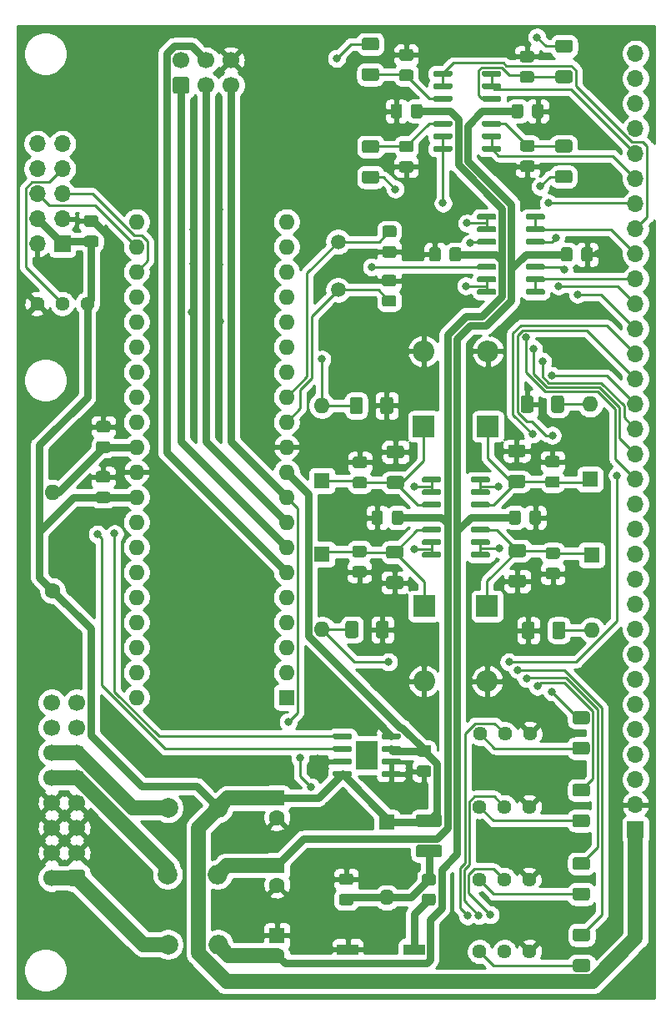
<source format=gbr>
%TF.GenerationSoftware,KiCad,Pcbnew,(5.1.10)-1*%
%TF.CreationDate,2021-10-30T12:19:22-04:00*%
%TF.ProjectId,Processor Board,50726f63-6573-4736-9f72-20426f617264,rev?*%
%TF.SameCoordinates,Original*%
%TF.FileFunction,Copper,L1,Top*%
%TF.FilePolarity,Positive*%
%FSLAX46Y46*%
G04 Gerber Fmt 4.6, Leading zero omitted, Abs format (unit mm)*
G04 Created by KiCad (PCBNEW (5.1.10)-1) date 2021-10-30 12:19:22*
%MOMM*%
%LPD*%
G01*
G04 APERTURE LIST*
%TA.AperFunction,ComponentPad*%
%ADD10C,1.600000*%
%TD*%
%TA.AperFunction,ComponentPad*%
%ADD11R,1.600000X1.600000*%
%TD*%
%TA.AperFunction,ComponentPad*%
%ADD12O,1.600000X1.600000*%
%TD*%
%TA.AperFunction,ComponentPad*%
%ADD13R,2.200000X2.200000*%
%TD*%
%TA.AperFunction,ComponentPad*%
%ADD14O,2.200000X2.200000*%
%TD*%
%TA.AperFunction,ComponentPad*%
%ADD15C,2.000000*%
%TD*%
%TA.AperFunction,ComponentPad*%
%ADD16O,2.000000X2.000000*%
%TD*%
%TA.AperFunction,ComponentPad*%
%ADD17C,1.700000*%
%TD*%
%TA.AperFunction,ComponentPad*%
%ADD18R,1.700000X1.700000*%
%TD*%
%TA.AperFunction,ComponentPad*%
%ADD19O,1.700000X1.700000*%
%TD*%
%TA.AperFunction,SMDPad,CuDef*%
%ADD20R,2.160000X1.120000*%
%TD*%
%TA.AperFunction,SMDPad,CuDef*%
%ADD21R,2.290000X3.000000*%
%TD*%
%TA.AperFunction,ComponentPad*%
%ADD22C,1.500000*%
%TD*%
%TA.AperFunction,ComponentPad*%
%ADD23C,1.440000*%
%TD*%
%TA.AperFunction,ViaPad*%
%ADD24C,0.800000*%
%TD*%
%TA.AperFunction,Conductor*%
%ADD25C,0.750000*%
%TD*%
%TA.AperFunction,Conductor*%
%ADD26C,0.250000*%
%TD*%
%TA.AperFunction,Conductor*%
%ADD27C,1.500000*%
%TD*%
%TA.AperFunction,Conductor*%
%ADD28C,0.254000*%
%TD*%
%TA.AperFunction,Conductor*%
%ADD29C,0.100000*%
%TD*%
G04 APERTURE END LIST*
%TO.P,C1,2*%
%TO.N,GND*%
%TA.AperFunction,SMDPad,CuDef*%
G36*
G01*
X87980500Y-73030500D02*
X88930500Y-73030500D01*
G75*
G02*
X89180500Y-73280500I0J-250000D01*
G01*
X89180500Y-73955500D01*
G75*
G02*
X88930500Y-74205500I-250000J0D01*
G01*
X87980500Y-74205500D01*
G75*
G02*
X87730500Y-73955500I0J250000D01*
G01*
X87730500Y-73280500D01*
G75*
G02*
X87980500Y-73030500I250000J0D01*
G01*
G37*
%TD.AperFunction*%
%TO.P,C1,1*%
%TO.N,Net-(C1-Pad1)*%
%TA.AperFunction,SMDPad,CuDef*%
G36*
G01*
X87980500Y-70955500D02*
X88930500Y-70955500D01*
G75*
G02*
X89180500Y-71205500I0J-250000D01*
G01*
X89180500Y-71880500D01*
G75*
G02*
X88930500Y-72130500I-250000J0D01*
G01*
X87980500Y-72130500D01*
G75*
G02*
X87730500Y-71880500I0J250000D01*
G01*
X87730500Y-71205500D01*
G75*
G02*
X87980500Y-70955500I250000J0D01*
G01*
G37*
%TD.AperFunction*%
%TD*%
%TO.P,C2,1*%
%TO.N,Net-(C2-Pad1)*%
%TA.AperFunction,SMDPad,CuDef*%
G36*
G01*
X88905100Y-79167300D02*
X87955100Y-79167300D01*
G75*
G02*
X87705100Y-78917300I0J250000D01*
G01*
X87705100Y-78242300D01*
G75*
G02*
X87955100Y-77992300I250000J0D01*
G01*
X88905100Y-77992300D01*
G75*
G02*
X89155100Y-78242300I0J-250000D01*
G01*
X89155100Y-78917300D01*
G75*
G02*
X88905100Y-79167300I-250000J0D01*
G01*
G37*
%TD.AperFunction*%
%TO.P,C2,2*%
%TO.N,GND*%
%TA.AperFunction,SMDPad,CuDef*%
G36*
G01*
X88905100Y-77092300D02*
X87955100Y-77092300D01*
G75*
G02*
X87705100Y-76842300I0J250000D01*
G01*
X87705100Y-76167300D01*
G75*
G02*
X87955100Y-75917300I250000J0D01*
G01*
X88905100Y-75917300D01*
G75*
G02*
X89155100Y-76167300I0J-250000D01*
G01*
X89155100Y-76842300D01*
G75*
G02*
X88905100Y-77092300I-250000J0D01*
G01*
G37*
%TD.AperFunction*%
%TD*%
%TO.P,C3,2*%
%TO.N,GND*%
%TA.AperFunction,SMDPad,CuDef*%
G36*
G01*
X84549000Y-137838940D02*
X83599000Y-137838940D01*
G75*
G02*
X83349000Y-137588940I0J250000D01*
G01*
X83349000Y-136913940D01*
G75*
G02*
X83599000Y-136663940I250000J0D01*
G01*
X84549000Y-136663940D01*
G75*
G02*
X84799000Y-136913940I0J-250000D01*
G01*
X84799000Y-137588940D01*
G75*
G02*
X84549000Y-137838940I-250000J0D01*
G01*
G37*
%TD.AperFunction*%
%TO.P,C3,1*%
%TO.N,Net-(C3-Pad1)*%
%TA.AperFunction,SMDPad,CuDef*%
G36*
G01*
X84549000Y-139913940D02*
X83599000Y-139913940D01*
G75*
G02*
X83349000Y-139663940I0J250000D01*
G01*
X83349000Y-138988940D01*
G75*
G02*
X83599000Y-138738940I250000J0D01*
G01*
X84549000Y-138738940D01*
G75*
G02*
X84799000Y-138988940I0J-250000D01*
G01*
X84799000Y-139663940D01*
G75*
G02*
X84549000Y-139913940I-250000J0D01*
G01*
G37*
%TD.AperFunction*%
%TD*%
D10*
%TO.P,C4,2*%
%TO.N,Net-(C14-Pad1)*%
X77038200Y-144963900D03*
D11*
%TO.P,C4,1*%
%TO.N,GND*%
X77038200Y-142963900D03*
%TD*%
%TO.P,C5,2*%
%TO.N,GND*%
%TA.AperFunction,SMDPad,CuDef*%
G36*
G01*
X102688900Y-101033600D02*
X102688900Y-100083600D01*
G75*
G02*
X102938900Y-99833600I250000J0D01*
G01*
X103613900Y-99833600D01*
G75*
G02*
X103863900Y-100083600I0J-250000D01*
G01*
X103863900Y-101033600D01*
G75*
G02*
X103613900Y-101283600I-250000J0D01*
G01*
X102938900Y-101283600D01*
G75*
G02*
X102688900Y-101033600I0J250000D01*
G01*
G37*
%TD.AperFunction*%
%TO.P,C5,1*%
%TO.N,Net-(C14-Pad1)*%
%TA.AperFunction,SMDPad,CuDef*%
G36*
G01*
X100613900Y-101033600D02*
X100613900Y-100083600D01*
G75*
G02*
X100863900Y-99833600I250000J0D01*
G01*
X101538900Y-99833600D01*
G75*
G02*
X101788900Y-100083600I0J-250000D01*
G01*
X101788900Y-101033600D01*
G75*
G02*
X101538900Y-101283600I-250000J0D01*
G01*
X100863900Y-101283600D01*
G75*
G02*
X100613900Y-101033600I0J250000D01*
G01*
G37*
%TD.AperFunction*%
%TD*%
%TO.P,C6,1*%
%TO.N,Net-(C23-Pad1)*%
X77038200Y-129025900D03*
D10*
%TO.P,C6,2*%
%TO.N,GND*%
X77038200Y-131025900D03*
%TD*%
%TO.P,C7,1*%
%TO.N,GND*%
%TA.AperFunction,SMDPad,CuDef*%
G36*
G01*
X92463640Y-126881380D02*
X91513640Y-126881380D01*
G75*
G02*
X91263640Y-126631380I0J250000D01*
G01*
X91263640Y-125956380D01*
G75*
G02*
X91513640Y-125706380I250000J0D01*
G01*
X92463640Y-125706380D01*
G75*
G02*
X92713640Y-125956380I0J-250000D01*
G01*
X92713640Y-126631380D01*
G75*
G02*
X92463640Y-126881380I-250000J0D01*
G01*
G37*
%TD.AperFunction*%
%TO.P,C7,2*%
%TO.N,Net-(C23-Pad1)*%
%TA.AperFunction,SMDPad,CuDef*%
G36*
G01*
X92463640Y-124806380D02*
X91513640Y-124806380D01*
G75*
G02*
X91263640Y-124556380I0J250000D01*
G01*
X91263640Y-123881380D01*
G75*
G02*
X91513640Y-123631380I250000J0D01*
G01*
X92463640Y-123631380D01*
G75*
G02*
X92713640Y-123881380I0J-250000D01*
G01*
X92713640Y-124556380D01*
G75*
G02*
X92463640Y-124806380I-250000J0D01*
G01*
G37*
%TD.AperFunction*%
%TD*%
D11*
%TO.P,C8,1*%
%TO.N,Net-(C15-Pad1)*%
X77038200Y-135851900D03*
D10*
%TO.P,C8,2*%
%TO.N,GND*%
X77038200Y-137851900D03*
%TD*%
%TO.P,C9,1*%
%TO.N,GND*%
%TA.AperFunction,SMDPad,CuDef*%
G36*
G01*
X86631200Y-101046300D02*
X86631200Y-100096300D01*
G75*
G02*
X86881200Y-99846300I250000J0D01*
G01*
X87556200Y-99846300D01*
G75*
G02*
X87806200Y-100096300I0J-250000D01*
G01*
X87806200Y-101046300D01*
G75*
G02*
X87556200Y-101296300I-250000J0D01*
G01*
X86881200Y-101296300D01*
G75*
G02*
X86631200Y-101046300I0J250000D01*
G01*
G37*
%TD.AperFunction*%
%TO.P,C9,2*%
%TO.N,Net-(C15-Pad1)*%
%TA.AperFunction,SMDPad,CuDef*%
G36*
G01*
X88706200Y-101046300D02*
X88706200Y-100096300D01*
G75*
G02*
X88956200Y-99846300I250000J0D01*
G01*
X89631200Y-99846300D01*
G75*
G02*
X89881200Y-100096300I0J-250000D01*
G01*
X89881200Y-101046300D01*
G75*
G02*
X89631200Y-101296300I-250000J0D01*
G01*
X88956200Y-101296300D01*
G75*
G02*
X88706200Y-101046300I0J250000D01*
G01*
G37*
%TD.AperFunction*%
%TD*%
%TO.P,C10,2*%
%TO.N,Net-(C10-Pad2)*%
%TA.AperFunction,SMDPad,CuDef*%
G36*
G01*
X58930520Y-92818460D02*
X59880520Y-92818460D01*
G75*
G02*
X60130520Y-93068460I0J-250000D01*
G01*
X60130520Y-93743460D01*
G75*
G02*
X59880520Y-93993460I-250000J0D01*
G01*
X58930520Y-93993460D01*
G75*
G02*
X58680520Y-93743460I0J250000D01*
G01*
X58680520Y-93068460D01*
G75*
G02*
X58930520Y-92818460I250000J0D01*
G01*
G37*
%TD.AperFunction*%
%TO.P,C10,1*%
%TO.N,GND*%
%TA.AperFunction,SMDPad,CuDef*%
G36*
G01*
X58930520Y-90743460D02*
X59880520Y-90743460D01*
G75*
G02*
X60130520Y-90993460I0J-250000D01*
G01*
X60130520Y-91668460D01*
G75*
G02*
X59880520Y-91918460I-250000J0D01*
G01*
X58930520Y-91918460D01*
G75*
G02*
X58680520Y-91668460I0J250000D01*
G01*
X58680520Y-90993460D01*
G75*
G02*
X58930520Y-90743460I250000J0D01*
G01*
G37*
%TD.AperFunction*%
%TD*%
%TO.P,C11,1*%
%TO.N,Net-(C11-Pad1)*%
%TA.AperFunction,SMDPad,CuDef*%
G36*
G01*
X90650080Y-56287160D02*
X89700080Y-56287160D01*
G75*
G02*
X89450080Y-56037160I0J250000D01*
G01*
X89450080Y-55362160D01*
G75*
G02*
X89700080Y-55112160I250000J0D01*
G01*
X90650080Y-55112160D01*
G75*
G02*
X90900080Y-55362160I0J-250000D01*
G01*
X90900080Y-56037160D01*
G75*
G02*
X90650080Y-56287160I-250000J0D01*
G01*
G37*
%TD.AperFunction*%
%TO.P,C11,2*%
%TO.N,GND*%
%TA.AperFunction,SMDPad,CuDef*%
G36*
G01*
X90650080Y-54212160D02*
X89700080Y-54212160D01*
G75*
G02*
X89450080Y-53962160I0J250000D01*
G01*
X89450080Y-53287160D01*
G75*
G02*
X89700080Y-53037160I250000J0D01*
G01*
X90650080Y-53037160D01*
G75*
G02*
X90900080Y-53287160I0J-250000D01*
G01*
X90900080Y-53962160D01*
G75*
G02*
X90650080Y-54212160I-250000J0D01*
G01*
G37*
%TD.AperFunction*%
%TD*%
%TO.P,C12,2*%
%TO.N,GND*%
%TA.AperFunction,SMDPad,CuDef*%
G36*
G01*
X89700080Y-64400760D02*
X90650080Y-64400760D01*
G75*
G02*
X90900080Y-64650760I0J-250000D01*
G01*
X90900080Y-65325760D01*
G75*
G02*
X90650080Y-65575760I-250000J0D01*
G01*
X89700080Y-65575760D01*
G75*
G02*
X89450080Y-65325760I0J250000D01*
G01*
X89450080Y-64650760D01*
G75*
G02*
X89700080Y-64400760I250000J0D01*
G01*
G37*
%TD.AperFunction*%
%TO.P,C12,1*%
%TO.N,Net-(C12-Pad1)*%
%TA.AperFunction,SMDPad,CuDef*%
G36*
G01*
X89700080Y-62325760D02*
X90650080Y-62325760D01*
G75*
G02*
X90900080Y-62575760I0J-250000D01*
G01*
X90900080Y-63250760D01*
G75*
G02*
X90650080Y-63500760I-250000J0D01*
G01*
X89700080Y-63500760D01*
G75*
G02*
X89450080Y-63250760I0J250000D01*
G01*
X89450080Y-62575760D01*
G75*
G02*
X89700080Y-62325760I250000J0D01*
G01*
G37*
%TD.AperFunction*%
%TD*%
%TO.P,C13,1*%
%TO.N,Net-(C13-Pad1)*%
%TA.AperFunction,SMDPad,CuDef*%
G36*
G01*
X102006380Y-62262260D02*
X102956380Y-62262260D01*
G75*
G02*
X103206380Y-62512260I0J-250000D01*
G01*
X103206380Y-63187260D01*
G75*
G02*
X102956380Y-63437260I-250000J0D01*
G01*
X102006380Y-63437260D01*
G75*
G02*
X101756380Y-63187260I0J250000D01*
G01*
X101756380Y-62512260D01*
G75*
G02*
X102006380Y-62262260I250000J0D01*
G01*
G37*
%TD.AperFunction*%
%TO.P,C13,2*%
%TO.N,GND*%
%TA.AperFunction,SMDPad,CuDef*%
G36*
G01*
X102006380Y-64337260D02*
X102956380Y-64337260D01*
G75*
G02*
X103206380Y-64587260I0J-250000D01*
G01*
X103206380Y-65262260D01*
G75*
G02*
X102956380Y-65512260I-250000J0D01*
G01*
X102006380Y-65512260D01*
G75*
G02*
X101756380Y-65262260I0J250000D01*
G01*
X101756380Y-64587260D01*
G75*
G02*
X102006380Y-64337260I250000J0D01*
G01*
G37*
%TD.AperFunction*%
%TD*%
%TO.P,C14,2*%
%TO.N,GND*%
%TA.AperFunction,SMDPad,CuDef*%
G36*
G01*
X102947980Y-59806860D02*
X102947980Y-58856860D01*
G75*
G02*
X103197980Y-58606860I250000J0D01*
G01*
X103872980Y-58606860D01*
G75*
G02*
X104122980Y-58856860I0J-250000D01*
G01*
X104122980Y-59806860D01*
G75*
G02*
X103872980Y-60056860I-250000J0D01*
G01*
X103197980Y-60056860D01*
G75*
G02*
X102947980Y-59806860I0J250000D01*
G01*
G37*
%TD.AperFunction*%
%TO.P,C14,1*%
%TO.N,Net-(C14-Pad1)*%
%TA.AperFunction,SMDPad,CuDef*%
G36*
G01*
X100872980Y-59806860D02*
X100872980Y-58856860D01*
G75*
G02*
X101122980Y-58606860I250000J0D01*
G01*
X101797980Y-58606860D01*
G75*
G02*
X102047980Y-58856860I0J-250000D01*
G01*
X102047980Y-59806860D01*
G75*
G02*
X101797980Y-60056860I-250000J0D01*
G01*
X101122980Y-60056860D01*
G75*
G02*
X100872980Y-59806860I0J250000D01*
G01*
G37*
%TD.AperFunction*%
%TD*%
%TO.P,C15,1*%
%TO.N,Net-(C15-Pad1)*%
%TA.AperFunction,SMDPad,CuDef*%
G36*
G01*
X91829380Y-58856860D02*
X91829380Y-59806860D01*
G75*
G02*
X91579380Y-60056860I-250000J0D01*
G01*
X90904380Y-60056860D01*
G75*
G02*
X90654380Y-59806860I0J250000D01*
G01*
X90654380Y-58856860D01*
G75*
G02*
X90904380Y-58606860I250000J0D01*
G01*
X91579380Y-58606860D01*
G75*
G02*
X91829380Y-58856860I0J-250000D01*
G01*
G37*
%TD.AperFunction*%
%TO.P,C15,2*%
%TO.N,GND*%
%TA.AperFunction,SMDPad,CuDef*%
G36*
G01*
X89754380Y-58856860D02*
X89754380Y-59806860D01*
G75*
G02*
X89504380Y-60056860I-250000J0D01*
G01*
X88829380Y-60056860D01*
G75*
G02*
X88579380Y-59806860I0J250000D01*
G01*
X88579380Y-58856860D01*
G75*
G02*
X88829380Y-58606860I250000J0D01*
G01*
X89504380Y-58606860D01*
G75*
G02*
X89754380Y-58856860I0J-250000D01*
G01*
G37*
%TD.AperFunction*%
%TD*%
%TO.P,C16,1*%
%TO.N,Net-(C16-Pad1)*%
%TA.AperFunction,SMDPad,CuDef*%
G36*
G01*
X102905580Y-56452260D02*
X101955580Y-56452260D01*
G75*
G02*
X101705580Y-56202260I0J250000D01*
G01*
X101705580Y-55527260D01*
G75*
G02*
X101955580Y-55277260I250000J0D01*
G01*
X102905580Y-55277260D01*
G75*
G02*
X103155580Y-55527260I0J-250000D01*
G01*
X103155580Y-56202260D01*
G75*
G02*
X102905580Y-56452260I-250000J0D01*
G01*
G37*
%TD.AperFunction*%
%TO.P,C16,2*%
%TO.N,GND*%
%TA.AperFunction,SMDPad,CuDef*%
G36*
G01*
X102905580Y-54377260D02*
X101955580Y-54377260D01*
G75*
G02*
X101705580Y-54127260I0J250000D01*
G01*
X101705580Y-53452260D01*
G75*
G02*
X101955580Y-53202260I250000J0D01*
G01*
X102905580Y-53202260D01*
G75*
G02*
X103155580Y-53452260I0J-250000D01*
G01*
X103155580Y-54127260D01*
G75*
G02*
X102905580Y-54377260I-250000J0D01*
G01*
G37*
%TD.AperFunction*%
%TD*%
%TO.P,C17,2*%
%TO.N,GND*%
%TA.AperFunction,SMDPad,CuDef*%
G36*
G01*
X107954140Y-74343280D02*
X107954140Y-73393280D01*
G75*
G02*
X108204140Y-73143280I250000J0D01*
G01*
X108879140Y-73143280D01*
G75*
G02*
X109129140Y-73393280I0J-250000D01*
G01*
X109129140Y-74343280D01*
G75*
G02*
X108879140Y-74593280I-250000J0D01*
G01*
X108204140Y-74593280D01*
G75*
G02*
X107954140Y-74343280I0J250000D01*
G01*
G37*
%TD.AperFunction*%
%TO.P,C17,1*%
%TO.N,Net-(C14-Pad1)*%
%TA.AperFunction,SMDPad,CuDef*%
G36*
G01*
X105879140Y-74343280D02*
X105879140Y-73393280D01*
G75*
G02*
X106129140Y-73143280I250000J0D01*
G01*
X106804140Y-73143280D01*
G75*
G02*
X107054140Y-73393280I0J-250000D01*
G01*
X107054140Y-74343280D01*
G75*
G02*
X106804140Y-74593280I-250000J0D01*
G01*
X106129140Y-74593280D01*
G75*
G02*
X105879140Y-74343280I0J250000D01*
G01*
G37*
%TD.AperFunction*%
%TD*%
%TO.P,C18,1*%
%TO.N,Net-(C15-Pad1)*%
%TA.AperFunction,SMDPad,CuDef*%
G36*
G01*
X95756220Y-73393280D02*
X95756220Y-74343280D01*
G75*
G02*
X95506220Y-74593280I-250000J0D01*
G01*
X94831220Y-74593280D01*
G75*
G02*
X94581220Y-74343280I0J250000D01*
G01*
X94581220Y-73393280D01*
G75*
G02*
X94831220Y-73143280I250000J0D01*
G01*
X95506220Y-73143280D01*
G75*
G02*
X95756220Y-73393280I0J-250000D01*
G01*
G37*
%TD.AperFunction*%
%TO.P,C18,2*%
%TO.N,GND*%
%TA.AperFunction,SMDPad,CuDef*%
G36*
G01*
X93681220Y-73393280D02*
X93681220Y-74343280D01*
G75*
G02*
X93431220Y-74593280I-250000J0D01*
G01*
X92756220Y-74593280D01*
G75*
G02*
X92506220Y-74343280I0J250000D01*
G01*
X92506220Y-73393280D01*
G75*
G02*
X92756220Y-73143280I250000J0D01*
G01*
X93431220Y-73143280D01*
G75*
G02*
X93681220Y-73393280I0J-250000D01*
G01*
G37*
%TD.AperFunction*%
%TD*%
%TO.P,C19,2*%
%TO.N,Net-(C19-Pad2)*%
%TA.AperFunction,SMDPad,CuDef*%
G36*
G01*
X84983300Y-96440500D02*
X85933300Y-96440500D01*
G75*
G02*
X86183300Y-96690500I0J-250000D01*
G01*
X86183300Y-97365500D01*
G75*
G02*
X85933300Y-97615500I-250000J0D01*
G01*
X84983300Y-97615500D01*
G75*
G02*
X84733300Y-97365500I0J250000D01*
G01*
X84733300Y-96690500D01*
G75*
G02*
X84983300Y-96440500I250000J0D01*
G01*
G37*
%TD.AperFunction*%
%TO.P,C19,1*%
%TO.N,GND*%
%TA.AperFunction,SMDPad,CuDef*%
G36*
G01*
X84983300Y-94365500D02*
X85933300Y-94365500D01*
G75*
G02*
X86183300Y-94615500I0J-250000D01*
G01*
X86183300Y-95290500D01*
G75*
G02*
X85933300Y-95540500I-250000J0D01*
G01*
X84983300Y-95540500D01*
G75*
G02*
X84733300Y-95290500I0J250000D01*
G01*
X84733300Y-94615500D01*
G75*
G02*
X84983300Y-94365500I250000J0D01*
G01*
G37*
%TD.AperFunction*%
%TD*%
%TO.P,C20,1*%
%TO.N,GND*%
%TA.AperFunction,SMDPad,CuDef*%
G36*
G01*
X85882500Y-106662800D02*
X84932500Y-106662800D01*
G75*
G02*
X84682500Y-106412800I0J250000D01*
G01*
X84682500Y-105737800D01*
G75*
G02*
X84932500Y-105487800I250000J0D01*
G01*
X85882500Y-105487800D01*
G75*
G02*
X86132500Y-105737800I0J-250000D01*
G01*
X86132500Y-106412800D01*
G75*
G02*
X85882500Y-106662800I-250000J0D01*
G01*
G37*
%TD.AperFunction*%
%TO.P,C20,2*%
%TO.N,Net-(C20-Pad2)*%
%TA.AperFunction,SMDPad,CuDef*%
G36*
G01*
X85882500Y-104587800D02*
X84932500Y-104587800D01*
G75*
G02*
X84682500Y-104337800I0J250000D01*
G01*
X84682500Y-103662800D01*
G75*
G02*
X84932500Y-103412800I250000J0D01*
G01*
X85882500Y-103412800D01*
G75*
G02*
X86132500Y-103662800I0J-250000D01*
G01*
X86132500Y-104337800D01*
G75*
G02*
X85882500Y-104587800I-250000J0D01*
G01*
G37*
%TD.AperFunction*%
%TD*%
%TO.P,C21,1*%
%TO.N,GND*%
%TA.AperFunction,SMDPad,CuDef*%
G36*
G01*
X105529400Y-106840600D02*
X104579400Y-106840600D01*
G75*
G02*
X104329400Y-106590600I0J250000D01*
G01*
X104329400Y-105915600D01*
G75*
G02*
X104579400Y-105665600I250000J0D01*
G01*
X105529400Y-105665600D01*
G75*
G02*
X105779400Y-105915600I0J-250000D01*
G01*
X105779400Y-106590600D01*
G75*
G02*
X105529400Y-106840600I-250000J0D01*
G01*
G37*
%TD.AperFunction*%
%TO.P,C21,2*%
%TO.N,Net-(C21-Pad2)*%
%TA.AperFunction,SMDPad,CuDef*%
G36*
G01*
X105529400Y-104765600D02*
X104579400Y-104765600D01*
G75*
G02*
X104329400Y-104515600I0J250000D01*
G01*
X104329400Y-103840600D01*
G75*
G02*
X104579400Y-103590600I250000J0D01*
G01*
X105529400Y-103590600D01*
G75*
G02*
X105779400Y-103840600I0J-250000D01*
G01*
X105779400Y-104515600D01*
G75*
G02*
X105529400Y-104765600I-250000J0D01*
G01*
G37*
%TD.AperFunction*%
%TD*%
%TO.P,C22,2*%
%TO.N,Net-(C22-Pad2)*%
%TA.AperFunction,SMDPad,CuDef*%
G36*
G01*
X104554000Y-96364300D02*
X105504000Y-96364300D01*
G75*
G02*
X105754000Y-96614300I0J-250000D01*
G01*
X105754000Y-97289300D01*
G75*
G02*
X105504000Y-97539300I-250000J0D01*
G01*
X104554000Y-97539300D01*
G75*
G02*
X104304000Y-97289300I0J250000D01*
G01*
X104304000Y-96614300D01*
G75*
G02*
X104554000Y-96364300I250000J0D01*
G01*
G37*
%TD.AperFunction*%
%TO.P,C22,1*%
%TO.N,GND*%
%TA.AperFunction,SMDPad,CuDef*%
G36*
G01*
X104554000Y-94289300D02*
X105504000Y-94289300D01*
G75*
G02*
X105754000Y-94539300I0J-250000D01*
G01*
X105754000Y-95214300D01*
G75*
G02*
X105504000Y-95464300I-250000J0D01*
G01*
X104554000Y-95464300D01*
G75*
G02*
X104304000Y-95214300I0J250000D01*
G01*
X104304000Y-94539300D01*
G75*
G02*
X104554000Y-94289300I250000J0D01*
G01*
G37*
%TD.AperFunction*%
%TD*%
%TO.P,C23,2*%
%TO.N,GND*%
%TA.AperFunction,SMDPad,CuDef*%
G36*
G01*
X58651160Y-71066240D02*
X57701160Y-71066240D01*
G75*
G02*
X57451160Y-70816240I0J250000D01*
G01*
X57451160Y-70141240D01*
G75*
G02*
X57701160Y-69891240I250000J0D01*
G01*
X58651160Y-69891240D01*
G75*
G02*
X58901160Y-70141240I0J-250000D01*
G01*
X58901160Y-70816240D01*
G75*
G02*
X58651160Y-71066240I-250000J0D01*
G01*
G37*
%TD.AperFunction*%
%TO.P,C23,1*%
%TO.N,Net-(C23-Pad1)*%
%TA.AperFunction,SMDPad,CuDef*%
G36*
G01*
X58651160Y-73141240D02*
X57701160Y-73141240D01*
G75*
G02*
X57451160Y-72891240I0J250000D01*
G01*
X57451160Y-72216240D01*
G75*
G02*
X57701160Y-71966240I250000J0D01*
G01*
X58651160Y-71966240D01*
G75*
G02*
X58901160Y-72216240I0J-250000D01*
G01*
X58901160Y-72891240D01*
G75*
G02*
X58651160Y-73141240I-250000J0D01*
G01*
G37*
%TD.AperFunction*%
%TD*%
%TO.P,C24,1*%
%TO.N,Net-(C23-Pad1)*%
%TA.AperFunction,SMDPad,CuDef*%
G36*
G01*
X59850040Y-99098860D02*
X58900040Y-99098860D01*
G75*
G02*
X58650040Y-98848860I0J250000D01*
G01*
X58650040Y-98173860D01*
G75*
G02*
X58900040Y-97923860I250000J0D01*
G01*
X59850040Y-97923860D01*
G75*
G02*
X60100040Y-98173860I0J-250000D01*
G01*
X60100040Y-98848860D01*
G75*
G02*
X59850040Y-99098860I-250000J0D01*
G01*
G37*
%TD.AperFunction*%
%TO.P,C24,2*%
%TO.N,GND*%
%TA.AperFunction,SMDPad,CuDef*%
G36*
G01*
X59850040Y-97023860D02*
X58900040Y-97023860D01*
G75*
G02*
X58650040Y-96773860I0J250000D01*
G01*
X58650040Y-96098860D01*
G75*
G02*
X58900040Y-95848860I250000J0D01*
G01*
X59850040Y-95848860D01*
G75*
G02*
X60100040Y-96098860I0J-250000D01*
G01*
X60100040Y-96773860D01*
G75*
G02*
X59850040Y-97023860I-250000J0D01*
G01*
G37*
%TD.AperFunction*%
%TD*%
D11*
%TO.P,D1,1*%
%TO.N,Net-(C23-Pad1)*%
X88193880Y-131490720D03*
D12*
%TO.P,D1,2*%
%TO.N,Net-(C3-Pad1)*%
X88193880Y-139110720D03*
%TD*%
D13*
%TO.P,D2,1*%
%TO.N,Net-(C19-Pad2)*%
X91937840Y-91313000D03*
D14*
%TO.P,D2,2*%
%TO.N,GND*%
X91937840Y-83693000D03*
%TD*%
D13*
%TO.P,D3,1*%
%TO.N,Net-(C20-Pad2)*%
X91968320Y-109534960D03*
D14*
%TO.P,D3,2*%
%TO.N,GND*%
X91968320Y-117154960D03*
%TD*%
%TO.P,D4,2*%
%TO.N,GND*%
X98384360Y-117154960D03*
D13*
%TO.P,D4,1*%
%TO.N,Net-(C21-Pad2)*%
X98384360Y-109534960D03*
%TD*%
D14*
%TO.P,D5,2*%
%TO.N,GND*%
X98455480Y-83693000D03*
D13*
%TO.P,D5,1*%
%TO.N,Net-(C22-Pad2)*%
X98455480Y-91313000D03*
%TD*%
D12*
%TO.P,D6,2*%
%TO.N,Net-(D6-Pad2)*%
X81610200Y-89192100D03*
D11*
%TO.P,D6,1*%
%TO.N,Net-(C19-Pad2)*%
X81610200Y-96812100D03*
%TD*%
%TO.P,D7,1*%
%TO.N,Net-(C20-Pad2)*%
X81622900Y-104279700D03*
D12*
%TO.P,D7,2*%
%TO.N,Net-(D7-Pad2)*%
X81622900Y-111899700D03*
%TD*%
%TO.P,D8,2*%
%TO.N,Net-(D8-Pad2)*%
X109004100Y-111975900D03*
D11*
%TO.P,D8,1*%
%TO.N,Net-(C21-Pad2)*%
X109004100Y-104355900D03*
%TD*%
%TO.P,D9,1*%
%TO.N,Net-(C22-Pad2)*%
X108826300Y-96685100D03*
D12*
%TO.P,D9,2*%
%TO.N,Net-(D9-Pad2)*%
X108826300Y-89065100D03*
%TD*%
D15*
%TO.P,FB1,1*%
%TO.N,Net-(FB1-Pad1)*%
X65976500Y-143878300D03*
D16*
%TO.P,FB1,2*%
%TO.N,Net-(C14-Pad1)*%
X71056500Y-143878300D03*
%TD*%
%TO.P,FB2,2*%
%TO.N,Net-(C15-Pad1)*%
X71005700Y-136766300D03*
D15*
%TO.P,FB2,1*%
%TO.N,Net-(FB2-Pad1)*%
X65925700Y-136766300D03*
%TD*%
%TO.P,FB3,1*%
%TO.N,Net-(FB3-Pad1)*%
X65976500Y-130009900D03*
D16*
%TO.P,FB3,2*%
%TO.N,Net-(C23-Pad1)*%
X71056500Y-130009900D03*
%TD*%
%TO.P,J2,1*%
%TO.N,Net-(J2-Pad1)*%
%TA.AperFunction,ComponentPad*%
G36*
G01*
X67884600Y-57555500D02*
X66684600Y-57555500D01*
G75*
G02*
X66434600Y-57305500I0J250000D01*
G01*
X66434600Y-56105500D01*
G75*
G02*
X66684600Y-55855500I250000J0D01*
G01*
X67884600Y-55855500D01*
G75*
G02*
X68134600Y-56105500I0J-250000D01*
G01*
X68134600Y-57305500D01*
G75*
G02*
X67884600Y-57555500I-250000J0D01*
G01*
G37*
%TD.AperFunction*%
D17*
%TO.P,J2,3*%
%TO.N,Net-(J2-Pad3)*%
X69824600Y-56705500D03*
%TO.P,J2,5*%
%TO.N,Net-(C3-Pad1)*%
X72364600Y-56705500D03*
%TO.P,J2,2*%
%TO.N,Net-(C23-Pad1)*%
X67284600Y-54165500D03*
%TO.P,J2,4*%
%TO.N,Net-(J2-Pad4)*%
X69824600Y-54165500D03*
%TO.P,J2,6*%
%TO.N,GND*%
X72364600Y-54165500D03*
%TD*%
D18*
%TO.P,J3,1*%
%TO.N,Net-(C23-Pad1)*%
X55240000Y-72800000D03*
D19*
%TO.P,J3,2*%
%TO.N,GND*%
X52700000Y-72800000D03*
%TO.P,J3,3*%
X55240000Y-70260000D03*
%TO.P,J3,4*%
%TO.N,Net-(C23-Pad1)*%
X52700000Y-70260000D03*
%TO.P,J3,5*%
%TO.N,Net-(J3-Pad5)*%
X55240000Y-67720000D03*
%TO.P,J3,6*%
%TO.N,Net-(J3-Pad6)*%
X52700000Y-67720000D03*
%TO.P,J3,7*%
%TO.N,Net-(J3-Pad7)*%
X55240000Y-65180000D03*
%TO.P,J3,8*%
%TO.N,Net-(J3-Pad8)*%
X52700000Y-65180000D03*
%TO.P,J3,9*%
%TO.N,Net-(J3-Pad9)*%
X55240000Y-62640000D03*
%TO.P,J3,10*%
%TO.N,Net-(J3-Pad10)*%
X52700000Y-62640000D03*
%TD*%
D18*
%TO.P,J4,1*%
%TO.N,Net-(C23-Pad1)*%
X113459200Y-132232400D03*
D19*
%TO.P,J4,2*%
%TO.N,GND*%
X113459200Y-129692400D03*
%TO.P,J4,3*%
%TO.N,Net-(J4-Pad3)*%
X113459200Y-127152400D03*
%TO.P,J4,4*%
%TO.N,Net-(J4-Pad4)*%
X113459200Y-124612400D03*
%TO.P,J4,5*%
%TO.N,Net-(J4-Pad5)*%
X113459200Y-122072400D03*
%TO.P,J4,6*%
%TO.N,Net-(J4-Pad6)*%
X113459200Y-119532400D03*
%TO.P,J4,7*%
%TO.N,Net-(J4-Pad7)*%
X113459200Y-116992400D03*
%TO.P,J4,8*%
%TO.N,Net-(J4-Pad8)*%
X113459200Y-114452400D03*
%TO.P,J4,9*%
%TO.N,Net-(J4-Pad9)*%
X113459200Y-111912400D03*
%TO.P,J4,10*%
%TO.N,Net-(J4-Pad10)*%
X113459200Y-109372400D03*
%TO.P,J4,11*%
%TO.N,Net-(J4-Pad11)*%
X113459200Y-106832400D03*
%TO.P,J4,12*%
%TO.N,Net-(J2-Pad4)*%
X113459200Y-104292400D03*
%TO.P,J4,13*%
%TO.N,Net-(J2-Pad1)*%
X113459200Y-101752400D03*
%TO.P,J4,14*%
%TO.N,Net-(J2-Pad3)*%
X113459200Y-99212400D03*
%TO.P,J4,15*%
%TO.N,Net-(J4-Pad15)*%
X113459200Y-96672400D03*
%TO.P,J4,16*%
%TO.N,Net-(J4-Pad16)*%
X113459200Y-94132400D03*
%TO.P,J4,17*%
%TO.N,Net-(J4-Pad17)*%
X113459200Y-91592400D03*
%TO.P,J4,18*%
%TO.N,Net-(J4-Pad18)*%
X113459200Y-89052400D03*
%TO.P,J4,19*%
%TO.N,Net-(J4-Pad19)*%
X113459200Y-86512400D03*
%TO.P,J4,20*%
%TO.N,Net-(J4-Pad20)*%
X113459200Y-83972400D03*
%TO.P,J4,21*%
%TO.N,Net-(J4-Pad21)*%
X113459200Y-81432400D03*
%TO.P,J4,22*%
%TO.N,Net-(J4-Pad22)*%
X113459200Y-78892400D03*
%TO.P,J4,23*%
%TO.N,Net-(J4-Pad23)*%
X113459200Y-76352400D03*
%TO.P,J4,24*%
%TO.N,Net-(J4-Pad24)*%
X113459200Y-73812400D03*
%TO.P,J4,25*%
%TO.N,Net-(J4-Pad25)*%
X113459200Y-71272400D03*
%TO.P,J4,26*%
%TO.N,Net-(J4-Pad26)*%
X113459200Y-68732400D03*
%TO.P,J4,27*%
%TO.N,Net-(J4-Pad27)*%
X113459200Y-66192400D03*
%TO.P,J4,28*%
%TO.N,Net-(J4-Pad28)*%
X113459200Y-63652400D03*
%TO.P,J4,29*%
%TO.N,Net-(D6-Pad2)*%
X113459200Y-61112400D03*
%TO.P,J4,30*%
%TO.N,Net-(D7-Pad2)*%
X113459200Y-58572400D03*
%TO.P,J4,31*%
%TO.N,Net-(D8-Pad2)*%
X113459200Y-56032400D03*
%TO.P,J4,32*%
%TO.N,Net-(D9-Pad2)*%
X113459200Y-53492400D03*
%TD*%
D10*
%TO.P,L1,1*%
%TO.N,Net-(C23-Pad1)*%
X54259480Y-107980480D03*
D12*
%TO.P,L1,2*%
%TO.N,Net-(C10-Pad2)*%
X54259480Y-97980480D03*
%TD*%
%TO.P,R1,1*%
%TO.N,Net-(C3-Pad1)*%
%TA.AperFunction,SMDPad,CuDef*%
G36*
G01*
X92016159Y-136702240D02*
X92916161Y-136702240D01*
G75*
G02*
X93166160Y-136952239I0J-249999D01*
G01*
X93166160Y-137652241D01*
G75*
G02*
X92916161Y-137902240I-249999J0D01*
G01*
X92016159Y-137902240D01*
G75*
G02*
X91766160Y-137652241I0J249999D01*
G01*
X91766160Y-136952239D01*
G75*
G02*
X92016159Y-136702240I249999J0D01*
G01*
G37*
%TD.AperFunction*%
%TO.P,R1,2*%
%TO.N,Net-(R1-Pad2)*%
%TA.AperFunction,SMDPad,CuDef*%
G36*
G01*
X92016159Y-138702240D02*
X92916161Y-138702240D01*
G75*
G02*
X93166160Y-138952239I0J-249999D01*
G01*
X93166160Y-139652241D01*
G75*
G02*
X92916161Y-139902240I-249999J0D01*
G01*
X92016159Y-139902240D01*
G75*
G02*
X91766160Y-139652241I0J249999D01*
G01*
X91766160Y-138952239D01*
G75*
G02*
X92016159Y-138702240I249999J0D01*
G01*
G37*
%TD.AperFunction*%
%TD*%
%TO.P,R2,1*%
%TO.N,Net-(C3-Pad1)*%
%TA.AperFunction,SMDPad,CuDef*%
G36*
G01*
X93546240Y-135047680D02*
X91396240Y-135047680D01*
G75*
G02*
X91146240Y-134797680I0J250000D01*
G01*
X91146240Y-133997680D01*
G75*
G02*
X91396240Y-133747680I250000J0D01*
G01*
X93546240Y-133747680D01*
G75*
G02*
X93796240Y-133997680I0J-250000D01*
G01*
X93796240Y-134797680D01*
G75*
G02*
X93546240Y-135047680I-250000J0D01*
G01*
G37*
%TD.AperFunction*%
%TO.P,R2,2*%
%TO.N,Net-(C23-Pad1)*%
%TA.AperFunction,SMDPad,CuDef*%
G36*
G01*
X93546240Y-131947680D02*
X91396240Y-131947680D01*
G75*
G02*
X91146240Y-131697680I0J250000D01*
G01*
X91146240Y-130897680D01*
G75*
G02*
X91396240Y-130647680I250000J0D01*
G01*
X93546240Y-130647680D01*
G75*
G02*
X93796240Y-130897680I0J-250000D01*
G01*
X93796240Y-131697680D01*
G75*
G02*
X93546240Y-131947680I-250000J0D01*
G01*
G37*
%TD.AperFunction*%
%TD*%
%TO.P,R3,2*%
%TO.N,Net-(R3-Pad2)*%
%TA.AperFunction,SMDPad,CuDef*%
G36*
G01*
X87155180Y-53174660D02*
X85905180Y-53174660D01*
G75*
G02*
X85655180Y-52924660I0J250000D01*
G01*
X85655180Y-52124660D01*
G75*
G02*
X85905180Y-51874660I250000J0D01*
G01*
X87155180Y-51874660D01*
G75*
G02*
X87405180Y-52124660I0J-250000D01*
G01*
X87405180Y-52924660D01*
G75*
G02*
X87155180Y-53174660I-250000J0D01*
G01*
G37*
%TD.AperFunction*%
%TO.P,R3,1*%
%TO.N,Net-(C11-Pad1)*%
%TA.AperFunction,SMDPad,CuDef*%
G36*
G01*
X87155180Y-56274660D02*
X85905180Y-56274660D01*
G75*
G02*
X85655180Y-56024660I0J250000D01*
G01*
X85655180Y-55224660D01*
G75*
G02*
X85905180Y-54974660I250000J0D01*
G01*
X87155180Y-54974660D01*
G75*
G02*
X87405180Y-55224660I0J-250000D01*
G01*
X87405180Y-56024660D01*
G75*
G02*
X87155180Y-56274660I-250000J0D01*
G01*
G37*
%TD.AperFunction*%
%TD*%
%TO.P,R4,1*%
%TO.N,Net-(C12-Pad1)*%
%TA.AperFunction,SMDPad,CuDef*%
G36*
G01*
X85917880Y-62288660D02*
X87167880Y-62288660D01*
G75*
G02*
X87417880Y-62538660I0J-250000D01*
G01*
X87417880Y-63338660D01*
G75*
G02*
X87167880Y-63588660I-250000J0D01*
G01*
X85917880Y-63588660D01*
G75*
G02*
X85667880Y-63338660I0J250000D01*
G01*
X85667880Y-62538660D01*
G75*
G02*
X85917880Y-62288660I250000J0D01*
G01*
G37*
%TD.AperFunction*%
%TO.P,R4,2*%
%TO.N,Net-(R4-Pad2)*%
%TA.AperFunction,SMDPad,CuDef*%
G36*
G01*
X85917880Y-65388660D02*
X87167880Y-65388660D01*
G75*
G02*
X87417880Y-65638660I0J-250000D01*
G01*
X87417880Y-66438660D01*
G75*
G02*
X87167880Y-66688660I-250000J0D01*
G01*
X85917880Y-66688660D01*
G75*
G02*
X85667880Y-66438660I0J250000D01*
G01*
X85667880Y-65638660D01*
G75*
G02*
X85917880Y-65388660I250000J0D01*
G01*
G37*
%TD.AperFunction*%
%TD*%
%TO.P,R5,2*%
%TO.N,Net-(R5-Pad2)*%
%TA.AperFunction,SMDPad,CuDef*%
G36*
G01*
X105539380Y-65325160D02*
X106789380Y-65325160D01*
G75*
G02*
X107039380Y-65575160I0J-250000D01*
G01*
X107039380Y-66375160D01*
G75*
G02*
X106789380Y-66625160I-250000J0D01*
G01*
X105539380Y-66625160D01*
G75*
G02*
X105289380Y-66375160I0J250000D01*
G01*
X105289380Y-65575160D01*
G75*
G02*
X105539380Y-65325160I250000J0D01*
G01*
G37*
%TD.AperFunction*%
%TO.P,R5,1*%
%TO.N,Net-(C13-Pad1)*%
%TA.AperFunction,SMDPad,CuDef*%
G36*
G01*
X105539380Y-62225160D02*
X106789380Y-62225160D01*
G75*
G02*
X107039380Y-62475160I0J-250000D01*
G01*
X107039380Y-63275160D01*
G75*
G02*
X106789380Y-63525160I-250000J0D01*
G01*
X105539380Y-63525160D01*
G75*
G02*
X105289380Y-63275160I0J250000D01*
G01*
X105289380Y-62475160D01*
G75*
G02*
X105539380Y-62225160I250000J0D01*
G01*
G37*
%TD.AperFunction*%
%TD*%
%TO.P,R6,1*%
%TO.N,Net-(C16-Pad1)*%
%TA.AperFunction,SMDPad,CuDef*%
G36*
G01*
X106827480Y-56490560D02*
X105577480Y-56490560D01*
G75*
G02*
X105327480Y-56240560I0J250000D01*
G01*
X105327480Y-55440560D01*
G75*
G02*
X105577480Y-55190560I250000J0D01*
G01*
X106827480Y-55190560D01*
G75*
G02*
X107077480Y-55440560I0J-250000D01*
G01*
X107077480Y-56240560D01*
G75*
G02*
X106827480Y-56490560I-250000J0D01*
G01*
G37*
%TD.AperFunction*%
%TO.P,R6,2*%
%TO.N,Net-(R6-Pad2)*%
%TA.AperFunction,SMDPad,CuDef*%
G36*
G01*
X106827480Y-53390560D02*
X105577480Y-53390560D01*
G75*
G02*
X105327480Y-53140560I0J250000D01*
G01*
X105327480Y-52340560D01*
G75*
G02*
X105577480Y-52090560I250000J0D01*
G01*
X106827480Y-52090560D01*
G75*
G02*
X107077480Y-52340560I0J-250000D01*
G01*
X107077480Y-53140560D01*
G75*
G02*
X106827480Y-53390560I-250000J0D01*
G01*
G37*
%TD.AperFunction*%
%TD*%
%TO.P,R7,2*%
%TO.N,Net-(R7-Pad2)*%
%TA.AperFunction,SMDPad,CuDef*%
G36*
G01*
X107350400Y-145361900D02*
X108600400Y-145361900D01*
G75*
G02*
X108850400Y-145611900I0J-250000D01*
G01*
X108850400Y-146411900D01*
G75*
G02*
X108600400Y-146661900I-250000J0D01*
G01*
X107350400Y-146661900D01*
G75*
G02*
X107100400Y-146411900I0J250000D01*
G01*
X107100400Y-145611900D01*
G75*
G02*
X107350400Y-145361900I250000J0D01*
G01*
G37*
%TD.AperFunction*%
%TO.P,R7,1*%
%TO.N,Net-(R7-Pad1)*%
%TA.AperFunction,SMDPad,CuDef*%
G36*
G01*
X107350400Y-142261900D02*
X108600400Y-142261900D01*
G75*
G02*
X108850400Y-142511900I0J-250000D01*
G01*
X108850400Y-143311900D01*
G75*
G02*
X108600400Y-143561900I-250000J0D01*
G01*
X107350400Y-143561900D01*
G75*
G02*
X107100400Y-143311900I0J250000D01*
G01*
X107100400Y-142511900D01*
G75*
G02*
X107350400Y-142261900I250000J0D01*
G01*
G37*
%TD.AperFunction*%
%TD*%
%TO.P,R8,1*%
%TO.N,Net-(R8-Pad1)*%
%TA.AperFunction,SMDPad,CuDef*%
G36*
G01*
X107325000Y-135011400D02*
X108575000Y-135011400D01*
G75*
G02*
X108825000Y-135261400I0J-250000D01*
G01*
X108825000Y-136061400D01*
G75*
G02*
X108575000Y-136311400I-250000J0D01*
G01*
X107325000Y-136311400D01*
G75*
G02*
X107075000Y-136061400I0J250000D01*
G01*
X107075000Y-135261400D01*
G75*
G02*
X107325000Y-135011400I250000J0D01*
G01*
G37*
%TD.AperFunction*%
%TO.P,R8,2*%
%TO.N,Net-(R8-Pad2)*%
%TA.AperFunction,SMDPad,CuDef*%
G36*
G01*
X107325000Y-138111400D02*
X108575000Y-138111400D01*
G75*
G02*
X108825000Y-138361400I0J-250000D01*
G01*
X108825000Y-139161400D01*
G75*
G02*
X108575000Y-139411400I-250000J0D01*
G01*
X107325000Y-139411400D01*
G75*
G02*
X107075000Y-139161400I0J250000D01*
G01*
X107075000Y-138361400D01*
G75*
G02*
X107325000Y-138111400I250000J0D01*
G01*
G37*
%TD.AperFunction*%
%TD*%
%TO.P,R9,2*%
%TO.N,Net-(R9-Pad2)*%
%TA.AperFunction,SMDPad,CuDef*%
G36*
G01*
X107312300Y-130668000D02*
X108562300Y-130668000D01*
G75*
G02*
X108812300Y-130918000I0J-250000D01*
G01*
X108812300Y-131718000D01*
G75*
G02*
X108562300Y-131968000I-250000J0D01*
G01*
X107312300Y-131968000D01*
G75*
G02*
X107062300Y-131718000I0J250000D01*
G01*
X107062300Y-130918000D01*
G75*
G02*
X107312300Y-130668000I250000J0D01*
G01*
G37*
%TD.AperFunction*%
%TO.P,R9,1*%
%TO.N,Net-(R9-Pad1)*%
%TA.AperFunction,SMDPad,CuDef*%
G36*
G01*
X107312300Y-127568000D02*
X108562300Y-127568000D01*
G75*
G02*
X108812300Y-127818000I0J-250000D01*
G01*
X108812300Y-128618000D01*
G75*
G02*
X108562300Y-128868000I-250000J0D01*
G01*
X107312300Y-128868000D01*
G75*
G02*
X107062300Y-128618000I0J250000D01*
G01*
X107062300Y-127818000D01*
G75*
G02*
X107312300Y-127568000I250000J0D01*
G01*
G37*
%TD.AperFunction*%
%TD*%
%TO.P,R10,1*%
%TO.N,Net-(R10-Pad1)*%
%TA.AperFunction,SMDPad,CuDef*%
G36*
G01*
X107312300Y-120215900D02*
X108562300Y-120215900D01*
G75*
G02*
X108812300Y-120465900I0J-250000D01*
G01*
X108812300Y-121265900D01*
G75*
G02*
X108562300Y-121515900I-250000J0D01*
G01*
X107312300Y-121515900D01*
G75*
G02*
X107062300Y-121265900I0J250000D01*
G01*
X107062300Y-120465900D01*
G75*
G02*
X107312300Y-120215900I250000J0D01*
G01*
G37*
%TD.AperFunction*%
%TO.P,R10,2*%
%TO.N,Net-(R10-Pad2)*%
%TA.AperFunction,SMDPad,CuDef*%
G36*
G01*
X107312300Y-123315900D02*
X108562300Y-123315900D01*
G75*
G02*
X108812300Y-123565900I0J-250000D01*
G01*
X108812300Y-124365900D01*
G75*
G02*
X108562300Y-124615900I-250000J0D01*
G01*
X107312300Y-124615900D01*
G75*
G02*
X107062300Y-124365900I0J250000D01*
G01*
X107062300Y-123565900D01*
G75*
G02*
X107312300Y-123315900I250000J0D01*
G01*
G37*
%TD.AperFunction*%
%TD*%
%TO.P,R11,2*%
%TO.N,Net-(C19-Pad2)*%
%TA.AperFunction,SMDPad,CuDef*%
G36*
G01*
X88440100Y-96352600D02*
X89690100Y-96352600D01*
G75*
G02*
X89940100Y-96602600I0J-250000D01*
G01*
X89940100Y-97402600D01*
G75*
G02*
X89690100Y-97652600I-250000J0D01*
G01*
X88440100Y-97652600D01*
G75*
G02*
X88190100Y-97402600I0J250000D01*
G01*
X88190100Y-96602600D01*
G75*
G02*
X88440100Y-96352600I250000J0D01*
G01*
G37*
%TD.AperFunction*%
%TO.P,R11,1*%
%TO.N,GND*%
%TA.AperFunction,SMDPad,CuDef*%
G36*
G01*
X88440100Y-93252600D02*
X89690100Y-93252600D01*
G75*
G02*
X89940100Y-93502600I0J-250000D01*
G01*
X89940100Y-94302600D01*
G75*
G02*
X89690100Y-94552600I-250000J0D01*
G01*
X88440100Y-94552600D01*
G75*
G02*
X88190100Y-94302600I0J250000D01*
G01*
X88190100Y-93502600D01*
G75*
G02*
X88440100Y-93252600I250000J0D01*
G01*
G37*
%TD.AperFunction*%
%TD*%
%TO.P,R12,2*%
%TO.N,Net-(C20-Pad2)*%
%TA.AperFunction,SMDPad,CuDef*%
G36*
G01*
X89626600Y-104713800D02*
X88376600Y-104713800D01*
G75*
G02*
X88126600Y-104463800I0J250000D01*
G01*
X88126600Y-103663800D01*
G75*
G02*
X88376600Y-103413800I250000J0D01*
G01*
X89626600Y-103413800D01*
G75*
G02*
X89876600Y-103663800I0J-250000D01*
G01*
X89876600Y-104463800D01*
G75*
G02*
X89626600Y-104713800I-250000J0D01*
G01*
G37*
%TD.AperFunction*%
%TO.P,R12,1*%
%TO.N,GND*%
%TA.AperFunction,SMDPad,CuDef*%
G36*
G01*
X89626600Y-107813800D02*
X88376600Y-107813800D01*
G75*
G02*
X88126600Y-107563800I0J250000D01*
G01*
X88126600Y-106763800D01*
G75*
G02*
X88376600Y-106513800I250000J0D01*
G01*
X89626600Y-106513800D01*
G75*
G02*
X89876600Y-106763800I0J-250000D01*
G01*
X89876600Y-107563800D01*
G75*
G02*
X89626600Y-107813800I-250000J0D01*
G01*
G37*
%TD.AperFunction*%
%TD*%
%TO.P,R13,1*%
%TO.N,GND*%
%TA.AperFunction,SMDPad,CuDef*%
G36*
G01*
X102077680Y-107670360D02*
X100827680Y-107670360D01*
G75*
G02*
X100577680Y-107420360I0J250000D01*
G01*
X100577680Y-106620360D01*
G75*
G02*
X100827680Y-106370360I250000J0D01*
G01*
X102077680Y-106370360D01*
G75*
G02*
X102327680Y-106620360I0J-250000D01*
G01*
X102327680Y-107420360D01*
G75*
G02*
X102077680Y-107670360I-250000J0D01*
G01*
G37*
%TD.AperFunction*%
%TO.P,R13,2*%
%TO.N,Net-(C21-Pad2)*%
%TA.AperFunction,SMDPad,CuDef*%
G36*
G01*
X102077680Y-104570360D02*
X100827680Y-104570360D01*
G75*
G02*
X100577680Y-104320360I0J250000D01*
G01*
X100577680Y-103520360D01*
G75*
G02*
X100827680Y-103270360I250000J0D01*
G01*
X102077680Y-103270360D01*
G75*
G02*
X102327680Y-103520360I0J-250000D01*
G01*
X102327680Y-104320360D01*
G75*
G02*
X102077680Y-104570360I-250000J0D01*
G01*
G37*
%TD.AperFunction*%
%TD*%
%TO.P,R14,1*%
%TO.N,GND*%
%TA.AperFunction,SMDPad,CuDef*%
G36*
G01*
X100771800Y-93151000D02*
X102021800Y-93151000D01*
G75*
G02*
X102271800Y-93401000I0J-250000D01*
G01*
X102271800Y-94201000D01*
G75*
G02*
X102021800Y-94451000I-250000J0D01*
G01*
X100771800Y-94451000D01*
G75*
G02*
X100521800Y-94201000I0J250000D01*
G01*
X100521800Y-93401000D01*
G75*
G02*
X100771800Y-93151000I250000J0D01*
G01*
G37*
%TD.AperFunction*%
%TO.P,R14,2*%
%TO.N,Net-(C22-Pad2)*%
%TA.AperFunction,SMDPad,CuDef*%
G36*
G01*
X100771800Y-96251000D02*
X102021800Y-96251000D01*
G75*
G02*
X102271800Y-96501000I0J-250000D01*
G01*
X102271800Y-97301000D01*
G75*
G02*
X102021800Y-97551000I-250000J0D01*
G01*
X100771800Y-97551000D01*
G75*
G02*
X100521800Y-97301000I0J250000D01*
G01*
X100521800Y-96501000D01*
G75*
G02*
X100771800Y-96251000I250000J0D01*
G01*
G37*
%TD.AperFunction*%
%TD*%
%TO.P,R15,1*%
%TO.N,GND*%
%TA.AperFunction,SMDPad,CuDef*%
G36*
G01*
X88843880Y-88569640D02*
X88843880Y-89819640D01*
G75*
G02*
X88593880Y-90069640I-250000J0D01*
G01*
X87793880Y-90069640D01*
G75*
G02*
X87543880Y-89819640I0J250000D01*
G01*
X87543880Y-88569640D01*
G75*
G02*
X87793880Y-88319640I250000J0D01*
G01*
X88593880Y-88319640D01*
G75*
G02*
X88843880Y-88569640I0J-250000D01*
G01*
G37*
%TD.AperFunction*%
%TO.P,R15,2*%
%TO.N,Net-(D6-Pad2)*%
%TA.AperFunction,SMDPad,CuDef*%
G36*
G01*
X85743880Y-88569640D02*
X85743880Y-89819640D01*
G75*
G02*
X85493880Y-90069640I-250000J0D01*
G01*
X84693880Y-90069640D01*
G75*
G02*
X84443880Y-89819640I0J250000D01*
G01*
X84443880Y-88569640D01*
G75*
G02*
X84693880Y-88319640I250000J0D01*
G01*
X85493880Y-88319640D01*
G75*
G02*
X85743880Y-88569640I0J-250000D01*
G01*
G37*
%TD.AperFunction*%
%TD*%
%TO.P,R16,1*%
%TO.N,GND*%
%TA.AperFunction,SMDPad,CuDef*%
G36*
G01*
X88401920Y-111302640D02*
X88401920Y-112552640D01*
G75*
G02*
X88151920Y-112802640I-250000J0D01*
G01*
X87351920Y-112802640D01*
G75*
G02*
X87101920Y-112552640I0J250000D01*
G01*
X87101920Y-111302640D01*
G75*
G02*
X87351920Y-111052640I250000J0D01*
G01*
X88151920Y-111052640D01*
G75*
G02*
X88401920Y-111302640I0J-250000D01*
G01*
G37*
%TD.AperFunction*%
%TO.P,R16,2*%
%TO.N,Net-(D7-Pad2)*%
%TA.AperFunction,SMDPad,CuDef*%
G36*
G01*
X85301920Y-111302640D02*
X85301920Y-112552640D01*
G75*
G02*
X85051920Y-112802640I-250000J0D01*
G01*
X84251920Y-112802640D01*
G75*
G02*
X84001920Y-112552640I0J250000D01*
G01*
X84001920Y-111302640D01*
G75*
G02*
X84251920Y-111052640I250000J0D01*
G01*
X85051920Y-111052640D01*
G75*
G02*
X85301920Y-111302640I0J-250000D01*
G01*
G37*
%TD.AperFunction*%
%TD*%
%TO.P,R17,2*%
%TO.N,Net-(D8-Pad2)*%
%TA.AperFunction,SMDPad,CuDef*%
G36*
G01*
X105019080Y-112623760D02*
X105019080Y-111373760D01*
G75*
G02*
X105269080Y-111123760I250000J0D01*
G01*
X106069080Y-111123760D01*
G75*
G02*
X106319080Y-111373760I0J-250000D01*
G01*
X106319080Y-112623760D01*
G75*
G02*
X106069080Y-112873760I-250000J0D01*
G01*
X105269080Y-112873760D01*
G75*
G02*
X105019080Y-112623760I0J250000D01*
G01*
G37*
%TD.AperFunction*%
%TO.P,R17,1*%
%TO.N,GND*%
%TA.AperFunction,SMDPad,CuDef*%
G36*
G01*
X101919080Y-112623760D02*
X101919080Y-111373760D01*
G75*
G02*
X102169080Y-111123760I250000J0D01*
G01*
X102969080Y-111123760D01*
G75*
G02*
X103219080Y-111373760I0J-250000D01*
G01*
X103219080Y-112623760D01*
G75*
G02*
X102969080Y-112873760I-250000J0D01*
G01*
X102169080Y-112873760D01*
G75*
G02*
X101919080Y-112623760I0J250000D01*
G01*
G37*
%TD.AperFunction*%
%TD*%
%TO.P,R18,1*%
%TO.N,GND*%
%TA.AperFunction,SMDPad,CuDef*%
G36*
G01*
X101787000Y-89677400D02*
X101787000Y-88427400D01*
G75*
G02*
X102037000Y-88177400I250000J0D01*
G01*
X102837000Y-88177400D01*
G75*
G02*
X103087000Y-88427400I0J-250000D01*
G01*
X103087000Y-89677400D01*
G75*
G02*
X102837000Y-89927400I-250000J0D01*
G01*
X102037000Y-89927400D01*
G75*
G02*
X101787000Y-89677400I0J250000D01*
G01*
G37*
%TD.AperFunction*%
%TO.P,R18,2*%
%TO.N,Net-(D9-Pad2)*%
%TA.AperFunction,SMDPad,CuDef*%
G36*
G01*
X104887000Y-89677400D02*
X104887000Y-88427400D01*
G75*
G02*
X105137000Y-88177400I250000J0D01*
G01*
X105937000Y-88177400D01*
G75*
G02*
X106187000Y-88427400I0J-250000D01*
G01*
X106187000Y-89677400D01*
G75*
G02*
X105937000Y-89927400I-250000J0D01*
G01*
X105137000Y-89927400D01*
G75*
G02*
X104887000Y-89677400I0J250000D01*
G01*
G37*
%TD.AperFunction*%
%TD*%
D20*
%TO.P,SW1,1*%
%TO.N,GND*%
X84232480Y-144363440D03*
%TO.P,SW1,2*%
%TO.N,Net-(R1-Pad2)*%
X90962480Y-144363440D03*
%TD*%
%TO.P,U1,1*%
%TO.N,Net-(R7-Pad1)*%
%TA.AperFunction,SMDPad,CuDef*%
G36*
G01*
X91774600Y-96873200D02*
X91774600Y-96573200D01*
G75*
G02*
X91924600Y-96423200I150000J0D01*
G01*
X93574600Y-96423200D01*
G75*
G02*
X93724600Y-96573200I0J-150000D01*
G01*
X93724600Y-96873200D01*
G75*
G02*
X93574600Y-97023200I-150000J0D01*
G01*
X91924600Y-97023200D01*
G75*
G02*
X91774600Y-96873200I0J150000D01*
G01*
G37*
%TD.AperFunction*%
%TO.P,U1,2*%
%TA.AperFunction,SMDPad,CuDef*%
G36*
G01*
X91774600Y-98143200D02*
X91774600Y-97843200D01*
G75*
G02*
X91924600Y-97693200I150000J0D01*
G01*
X93574600Y-97693200D01*
G75*
G02*
X93724600Y-97843200I0J-150000D01*
G01*
X93724600Y-98143200D01*
G75*
G02*
X93574600Y-98293200I-150000J0D01*
G01*
X91924600Y-98293200D01*
G75*
G02*
X91774600Y-98143200I0J150000D01*
G01*
G37*
%TD.AperFunction*%
%TO.P,U1,3*%
%TO.N,Net-(C19-Pad2)*%
%TA.AperFunction,SMDPad,CuDef*%
G36*
G01*
X91774600Y-99413200D02*
X91774600Y-99113200D01*
G75*
G02*
X91924600Y-98963200I150000J0D01*
G01*
X93574600Y-98963200D01*
G75*
G02*
X93724600Y-99113200I0J-150000D01*
G01*
X93724600Y-99413200D01*
G75*
G02*
X93574600Y-99563200I-150000J0D01*
G01*
X91924600Y-99563200D01*
G75*
G02*
X91774600Y-99413200I0J150000D01*
G01*
G37*
%TD.AperFunction*%
%TO.P,U1,4*%
%TO.N,Net-(C15-Pad1)*%
%TA.AperFunction,SMDPad,CuDef*%
G36*
G01*
X91774600Y-100683200D02*
X91774600Y-100383200D01*
G75*
G02*
X91924600Y-100233200I150000J0D01*
G01*
X93574600Y-100233200D01*
G75*
G02*
X93724600Y-100383200I0J-150000D01*
G01*
X93724600Y-100683200D01*
G75*
G02*
X93574600Y-100833200I-150000J0D01*
G01*
X91924600Y-100833200D01*
G75*
G02*
X91774600Y-100683200I0J150000D01*
G01*
G37*
%TD.AperFunction*%
%TO.P,U1,5*%
%TO.N,Net-(C20-Pad2)*%
%TA.AperFunction,SMDPad,CuDef*%
G36*
G01*
X91774600Y-101953200D02*
X91774600Y-101653200D01*
G75*
G02*
X91924600Y-101503200I150000J0D01*
G01*
X93574600Y-101503200D01*
G75*
G02*
X93724600Y-101653200I0J-150000D01*
G01*
X93724600Y-101953200D01*
G75*
G02*
X93574600Y-102103200I-150000J0D01*
G01*
X91924600Y-102103200D01*
G75*
G02*
X91774600Y-101953200I0J150000D01*
G01*
G37*
%TD.AperFunction*%
%TO.P,U1,6*%
%TO.N,Net-(R8-Pad1)*%
%TA.AperFunction,SMDPad,CuDef*%
G36*
G01*
X91774600Y-103223200D02*
X91774600Y-102923200D01*
G75*
G02*
X91924600Y-102773200I150000J0D01*
G01*
X93574600Y-102773200D01*
G75*
G02*
X93724600Y-102923200I0J-150000D01*
G01*
X93724600Y-103223200D01*
G75*
G02*
X93574600Y-103373200I-150000J0D01*
G01*
X91924600Y-103373200D01*
G75*
G02*
X91774600Y-103223200I0J150000D01*
G01*
G37*
%TD.AperFunction*%
%TO.P,U1,7*%
%TA.AperFunction,SMDPad,CuDef*%
G36*
G01*
X91774600Y-104493200D02*
X91774600Y-104193200D01*
G75*
G02*
X91924600Y-104043200I150000J0D01*
G01*
X93574600Y-104043200D01*
G75*
G02*
X93724600Y-104193200I0J-150000D01*
G01*
X93724600Y-104493200D01*
G75*
G02*
X93574600Y-104643200I-150000J0D01*
G01*
X91924600Y-104643200D01*
G75*
G02*
X91774600Y-104493200I0J150000D01*
G01*
G37*
%TD.AperFunction*%
%TO.P,U1,8*%
%TO.N,Net-(R9-Pad1)*%
%TA.AperFunction,SMDPad,CuDef*%
G36*
G01*
X96724600Y-104493200D02*
X96724600Y-104193200D01*
G75*
G02*
X96874600Y-104043200I150000J0D01*
G01*
X98524600Y-104043200D01*
G75*
G02*
X98674600Y-104193200I0J-150000D01*
G01*
X98674600Y-104493200D01*
G75*
G02*
X98524600Y-104643200I-150000J0D01*
G01*
X96874600Y-104643200D01*
G75*
G02*
X96724600Y-104493200I0J150000D01*
G01*
G37*
%TD.AperFunction*%
%TO.P,U1,9*%
%TA.AperFunction,SMDPad,CuDef*%
G36*
G01*
X96724600Y-103223200D02*
X96724600Y-102923200D01*
G75*
G02*
X96874600Y-102773200I150000J0D01*
G01*
X98524600Y-102773200D01*
G75*
G02*
X98674600Y-102923200I0J-150000D01*
G01*
X98674600Y-103223200D01*
G75*
G02*
X98524600Y-103373200I-150000J0D01*
G01*
X96874600Y-103373200D01*
G75*
G02*
X96724600Y-103223200I0J150000D01*
G01*
G37*
%TD.AperFunction*%
%TO.P,U1,10*%
%TO.N,Net-(C21-Pad2)*%
%TA.AperFunction,SMDPad,CuDef*%
G36*
G01*
X96724600Y-101953200D02*
X96724600Y-101653200D01*
G75*
G02*
X96874600Y-101503200I150000J0D01*
G01*
X98524600Y-101503200D01*
G75*
G02*
X98674600Y-101653200I0J-150000D01*
G01*
X98674600Y-101953200D01*
G75*
G02*
X98524600Y-102103200I-150000J0D01*
G01*
X96874600Y-102103200D01*
G75*
G02*
X96724600Y-101953200I0J150000D01*
G01*
G37*
%TD.AperFunction*%
%TO.P,U1,11*%
%TO.N,Net-(C14-Pad1)*%
%TA.AperFunction,SMDPad,CuDef*%
G36*
G01*
X96724600Y-100683200D02*
X96724600Y-100383200D01*
G75*
G02*
X96874600Y-100233200I150000J0D01*
G01*
X98524600Y-100233200D01*
G75*
G02*
X98674600Y-100383200I0J-150000D01*
G01*
X98674600Y-100683200D01*
G75*
G02*
X98524600Y-100833200I-150000J0D01*
G01*
X96874600Y-100833200D01*
G75*
G02*
X96724600Y-100683200I0J150000D01*
G01*
G37*
%TD.AperFunction*%
%TO.P,U1,12*%
%TO.N,Net-(C22-Pad2)*%
%TA.AperFunction,SMDPad,CuDef*%
G36*
G01*
X96724600Y-99413200D02*
X96724600Y-99113200D01*
G75*
G02*
X96874600Y-98963200I150000J0D01*
G01*
X98524600Y-98963200D01*
G75*
G02*
X98674600Y-99113200I0J-150000D01*
G01*
X98674600Y-99413200D01*
G75*
G02*
X98524600Y-99563200I-150000J0D01*
G01*
X96874600Y-99563200D01*
G75*
G02*
X96724600Y-99413200I0J150000D01*
G01*
G37*
%TD.AperFunction*%
%TO.P,U1,13*%
%TO.N,Net-(R10-Pad1)*%
%TA.AperFunction,SMDPad,CuDef*%
G36*
G01*
X96724600Y-98143200D02*
X96724600Y-97843200D01*
G75*
G02*
X96874600Y-97693200I150000J0D01*
G01*
X98524600Y-97693200D01*
G75*
G02*
X98674600Y-97843200I0J-150000D01*
G01*
X98674600Y-98143200D01*
G75*
G02*
X98524600Y-98293200I-150000J0D01*
G01*
X96874600Y-98293200D01*
G75*
G02*
X96724600Y-98143200I0J150000D01*
G01*
G37*
%TD.AperFunction*%
%TO.P,U1,14*%
%TA.AperFunction,SMDPad,CuDef*%
G36*
G01*
X96724600Y-96873200D02*
X96724600Y-96573200D01*
G75*
G02*
X96874600Y-96423200I150000J0D01*
G01*
X98524600Y-96423200D01*
G75*
G02*
X98674600Y-96573200I0J-150000D01*
G01*
X98674600Y-96873200D01*
G75*
G02*
X98524600Y-97023200I-150000J0D01*
G01*
X96874600Y-97023200D01*
G75*
G02*
X96724600Y-96873200I0J150000D01*
G01*
G37*
%TD.AperFunction*%
%TD*%
%TO.P,U2,1*%
%TO.N,Net-(J4-Pad21)*%
%TA.AperFunction,SMDPad,CuDef*%
G36*
G01*
X97376800Y-70203200D02*
X97376800Y-69903200D01*
G75*
G02*
X97526800Y-69753200I150000J0D01*
G01*
X99176800Y-69753200D01*
G75*
G02*
X99326800Y-69903200I0J-150000D01*
G01*
X99326800Y-70203200D01*
G75*
G02*
X99176800Y-70353200I-150000J0D01*
G01*
X97526800Y-70353200D01*
G75*
G02*
X97376800Y-70203200I0J150000D01*
G01*
G37*
%TD.AperFunction*%
%TO.P,U2,2*%
%TA.AperFunction,SMDPad,CuDef*%
G36*
G01*
X97376800Y-71473200D02*
X97376800Y-71173200D01*
G75*
G02*
X97526800Y-71023200I150000J0D01*
G01*
X99176800Y-71023200D01*
G75*
G02*
X99326800Y-71173200I0J-150000D01*
G01*
X99326800Y-71473200D01*
G75*
G02*
X99176800Y-71623200I-150000J0D01*
G01*
X97526800Y-71623200D01*
G75*
G02*
X97376800Y-71473200I0J150000D01*
G01*
G37*
%TD.AperFunction*%
%TO.P,U2,3*%
%TO.N,Net-(U2-Pad3)*%
%TA.AperFunction,SMDPad,CuDef*%
G36*
G01*
X97376800Y-72743200D02*
X97376800Y-72443200D01*
G75*
G02*
X97526800Y-72293200I150000J0D01*
G01*
X99176800Y-72293200D01*
G75*
G02*
X99326800Y-72443200I0J-150000D01*
G01*
X99326800Y-72743200D01*
G75*
G02*
X99176800Y-72893200I-150000J0D01*
G01*
X97526800Y-72893200D01*
G75*
G02*
X97376800Y-72743200I0J150000D01*
G01*
G37*
%TD.AperFunction*%
%TO.P,U2,4*%
%TO.N,Net-(C15-Pad1)*%
%TA.AperFunction,SMDPad,CuDef*%
G36*
G01*
X97376800Y-74013200D02*
X97376800Y-73713200D01*
G75*
G02*
X97526800Y-73563200I150000J0D01*
G01*
X99176800Y-73563200D01*
G75*
G02*
X99326800Y-73713200I0J-150000D01*
G01*
X99326800Y-74013200D01*
G75*
G02*
X99176800Y-74163200I-150000J0D01*
G01*
X97526800Y-74163200D01*
G75*
G02*
X97376800Y-74013200I0J150000D01*
G01*
G37*
%TD.AperFunction*%
%TO.P,U2,5*%
%TO.N,Net-(U2-Pad5)*%
%TA.AperFunction,SMDPad,CuDef*%
G36*
G01*
X97376800Y-75283200D02*
X97376800Y-74983200D01*
G75*
G02*
X97526800Y-74833200I150000J0D01*
G01*
X99176800Y-74833200D01*
G75*
G02*
X99326800Y-74983200I0J-150000D01*
G01*
X99326800Y-75283200D01*
G75*
G02*
X99176800Y-75433200I-150000J0D01*
G01*
X97526800Y-75433200D01*
G75*
G02*
X97376800Y-75283200I0J150000D01*
G01*
G37*
%TD.AperFunction*%
%TO.P,U2,6*%
%TO.N,Net-(J4-Pad22)*%
%TA.AperFunction,SMDPad,CuDef*%
G36*
G01*
X97376800Y-76553200D02*
X97376800Y-76253200D01*
G75*
G02*
X97526800Y-76103200I150000J0D01*
G01*
X99176800Y-76103200D01*
G75*
G02*
X99326800Y-76253200I0J-150000D01*
G01*
X99326800Y-76553200D01*
G75*
G02*
X99176800Y-76703200I-150000J0D01*
G01*
X97526800Y-76703200D01*
G75*
G02*
X97376800Y-76553200I0J150000D01*
G01*
G37*
%TD.AperFunction*%
%TO.P,U2,7*%
%TA.AperFunction,SMDPad,CuDef*%
G36*
G01*
X97376800Y-77823200D02*
X97376800Y-77523200D01*
G75*
G02*
X97526800Y-77373200I150000J0D01*
G01*
X99176800Y-77373200D01*
G75*
G02*
X99326800Y-77523200I0J-150000D01*
G01*
X99326800Y-77823200D01*
G75*
G02*
X99176800Y-77973200I-150000J0D01*
G01*
X97526800Y-77973200D01*
G75*
G02*
X97376800Y-77823200I0J150000D01*
G01*
G37*
%TD.AperFunction*%
%TO.P,U2,8*%
%TO.N,Net-(J4-Pad23)*%
%TA.AperFunction,SMDPad,CuDef*%
G36*
G01*
X102326800Y-77823200D02*
X102326800Y-77523200D01*
G75*
G02*
X102476800Y-77373200I150000J0D01*
G01*
X104126800Y-77373200D01*
G75*
G02*
X104276800Y-77523200I0J-150000D01*
G01*
X104276800Y-77823200D01*
G75*
G02*
X104126800Y-77973200I-150000J0D01*
G01*
X102476800Y-77973200D01*
G75*
G02*
X102326800Y-77823200I0J150000D01*
G01*
G37*
%TD.AperFunction*%
%TO.P,U2,9*%
%TA.AperFunction,SMDPad,CuDef*%
G36*
G01*
X102326800Y-76553200D02*
X102326800Y-76253200D01*
G75*
G02*
X102476800Y-76103200I150000J0D01*
G01*
X104126800Y-76103200D01*
G75*
G02*
X104276800Y-76253200I0J-150000D01*
G01*
X104276800Y-76553200D01*
G75*
G02*
X104126800Y-76703200I-150000J0D01*
G01*
X102476800Y-76703200D01*
G75*
G02*
X102326800Y-76553200I0J150000D01*
G01*
G37*
%TD.AperFunction*%
%TO.P,U2,10*%
%TO.N,Net-(U2-Pad10)*%
%TA.AperFunction,SMDPad,CuDef*%
G36*
G01*
X102326800Y-75283200D02*
X102326800Y-74983200D01*
G75*
G02*
X102476800Y-74833200I150000J0D01*
G01*
X104126800Y-74833200D01*
G75*
G02*
X104276800Y-74983200I0J-150000D01*
G01*
X104276800Y-75283200D01*
G75*
G02*
X104126800Y-75433200I-150000J0D01*
G01*
X102476800Y-75433200D01*
G75*
G02*
X102326800Y-75283200I0J150000D01*
G01*
G37*
%TD.AperFunction*%
%TO.P,U2,11*%
%TO.N,Net-(C14-Pad1)*%
%TA.AperFunction,SMDPad,CuDef*%
G36*
G01*
X102326800Y-74013200D02*
X102326800Y-73713200D01*
G75*
G02*
X102476800Y-73563200I150000J0D01*
G01*
X104126800Y-73563200D01*
G75*
G02*
X104276800Y-73713200I0J-150000D01*
G01*
X104276800Y-74013200D01*
G75*
G02*
X104126800Y-74163200I-150000J0D01*
G01*
X102476800Y-74163200D01*
G75*
G02*
X102326800Y-74013200I0J150000D01*
G01*
G37*
%TD.AperFunction*%
%TO.P,U2,12*%
%TO.N,Net-(U2-Pad12)*%
%TA.AperFunction,SMDPad,CuDef*%
G36*
G01*
X102326800Y-72743200D02*
X102326800Y-72443200D01*
G75*
G02*
X102476800Y-72293200I150000J0D01*
G01*
X104126800Y-72293200D01*
G75*
G02*
X104276800Y-72443200I0J-150000D01*
G01*
X104276800Y-72743200D01*
G75*
G02*
X104126800Y-72893200I-150000J0D01*
G01*
X102476800Y-72893200D01*
G75*
G02*
X102326800Y-72743200I0J150000D01*
G01*
G37*
%TD.AperFunction*%
%TO.P,U2,13*%
%TO.N,Net-(J4-Pad24)*%
%TA.AperFunction,SMDPad,CuDef*%
G36*
G01*
X102326800Y-71473200D02*
X102326800Y-71173200D01*
G75*
G02*
X102476800Y-71023200I150000J0D01*
G01*
X104126800Y-71023200D01*
G75*
G02*
X104276800Y-71173200I0J-150000D01*
G01*
X104276800Y-71473200D01*
G75*
G02*
X104126800Y-71623200I-150000J0D01*
G01*
X102476800Y-71623200D01*
G75*
G02*
X102326800Y-71473200I0J150000D01*
G01*
G37*
%TD.AperFunction*%
%TO.P,U2,14*%
%TA.AperFunction,SMDPad,CuDef*%
G36*
G01*
X102326800Y-70203200D02*
X102326800Y-69903200D01*
G75*
G02*
X102476800Y-69753200I150000J0D01*
G01*
X104126800Y-69753200D01*
G75*
G02*
X104276800Y-69903200I0J-150000D01*
G01*
X104276800Y-70203200D01*
G75*
G02*
X104126800Y-70353200I-150000J0D01*
G01*
X102476800Y-70353200D01*
G75*
G02*
X102326800Y-70203200I0J150000D01*
G01*
G37*
%TD.AperFunction*%
%TD*%
%TO.P,U3,14*%
%TO.N,Net-(J4-Pad28)*%
%TA.AperFunction,SMDPad,CuDef*%
G36*
G01*
X97872680Y-55671860D02*
X97872680Y-55371860D01*
G75*
G02*
X98022680Y-55221860I150000J0D01*
G01*
X99672680Y-55221860D01*
G75*
G02*
X99822680Y-55371860I0J-150000D01*
G01*
X99822680Y-55671860D01*
G75*
G02*
X99672680Y-55821860I-150000J0D01*
G01*
X98022680Y-55821860D01*
G75*
G02*
X97872680Y-55671860I0J150000D01*
G01*
G37*
%TD.AperFunction*%
%TO.P,U3,13*%
%TA.AperFunction,SMDPad,CuDef*%
G36*
G01*
X97872680Y-56941860D02*
X97872680Y-56641860D01*
G75*
G02*
X98022680Y-56491860I150000J0D01*
G01*
X99672680Y-56491860D01*
G75*
G02*
X99822680Y-56641860I0J-150000D01*
G01*
X99822680Y-56941860D01*
G75*
G02*
X99672680Y-57091860I-150000J0D01*
G01*
X98022680Y-57091860D01*
G75*
G02*
X97872680Y-56941860I0J150000D01*
G01*
G37*
%TD.AperFunction*%
%TO.P,U3,12*%
%TO.N,Net-(C16-Pad1)*%
%TA.AperFunction,SMDPad,CuDef*%
G36*
G01*
X97872680Y-58211860D02*
X97872680Y-57911860D01*
G75*
G02*
X98022680Y-57761860I150000J0D01*
G01*
X99672680Y-57761860D01*
G75*
G02*
X99822680Y-57911860I0J-150000D01*
G01*
X99822680Y-58211860D01*
G75*
G02*
X99672680Y-58361860I-150000J0D01*
G01*
X98022680Y-58361860D01*
G75*
G02*
X97872680Y-58211860I0J150000D01*
G01*
G37*
%TD.AperFunction*%
%TO.P,U3,11*%
%TO.N,Net-(C14-Pad1)*%
%TA.AperFunction,SMDPad,CuDef*%
G36*
G01*
X97872680Y-59481860D02*
X97872680Y-59181860D01*
G75*
G02*
X98022680Y-59031860I150000J0D01*
G01*
X99672680Y-59031860D01*
G75*
G02*
X99822680Y-59181860I0J-150000D01*
G01*
X99822680Y-59481860D01*
G75*
G02*
X99672680Y-59631860I-150000J0D01*
G01*
X98022680Y-59631860D01*
G75*
G02*
X97872680Y-59481860I0J150000D01*
G01*
G37*
%TD.AperFunction*%
%TO.P,U3,10*%
%TO.N,Net-(C13-Pad1)*%
%TA.AperFunction,SMDPad,CuDef*%
G36*
G01*
X97872680Y-60751860D02*
X97872680Y-60451860D01*
G75*
G02*
X98022680Y-60301860I150000J0D01*
G01*
X99672680Y-60301860D01*
G75*
G02*
X99822680Y-60451860I0J-150000D01*
G01*
X99822680Y-60751860D01*
G75*
G02*
X99672680Y-60901860I-150000J0D01*
G01*
X98022680Y-60901860D01*
G75*
G02*
X97872680Y-60751860I0J150000D01*
G01*
G37*
%TD.AperFunction*%
%TO.P,U3,9*%
%TO.N,Net-(J4-Pad27)*%
%TA.AperFunction,SMDPad,CuDef*%
G36*
G01*
X97872680Y-62021860D02*
X97872680Y-61721860D01*
G75*
G02*
X98022680Y-61571860I150000J0D01*
G01*
X99672680Y-61571860D01*
G75*
G02*
X99822680Y-61721860I0J-150000D01*
G01*
X99822680Y-62021860D01*
G75*
G02*
X99672680Y-62171860I-150000J0D01*
G01*
X98022680Y-62171860D01*
G75*
G02*
X97872680Y-62021860I0J150000D01*
G01*
G37*
%TD.AperFunction*%
%TO.P,U3,8*%
%TA.AperFunction,SMDPad,CuDef*%
G36*
G01*
X97872680Y-63291860D02*
X97872680Y-62991860D01*
G75*
G02*
X98022680Y-62841860I150000J0D01*
G01*
X99672680Y-62841860D01*
G75*
G02*
X99822680Y-62991860I0J-150000D01*
G01*
X99822680Y-63291860D01*
G75*
G02*
X99672680Y-63441860I-150000J0D01*
G01*
X98022680Y-63441860D01*
G75*
G02*
X97872680Y-63291860I0J150000D01*
G01*
G37*
%TD.AperFunction*%
%TO.P,U3,7*%
%TO.N,Net-(J4-Pad26)*%
%TA.AperFunction,SMDPad,CuDef*%
G36*
G01*
X92922680Y-63291860D02*
X92922680Y-62991860D01*
G75*
G02*
X93072680Y-62841860I150000J0D01*
G01*
X94722680Y-62841860D01*
G75*
G02*
X94872680Y-62991860I0J-150000D01*
G01*
X94872680Y-63291860D01*
G75*
G02*
X94722680Y-63441860I-150000J0D01*
G01*
X93072680Y-63441860D01*
G75*
G02*
X92922680Y-63291860I0J150000D01*
G01*
G37*
%TD.AperFunction*%
%TO.P,U3,6*%
%TA.AperFunction,SMDPad,CuDef*%
G36*
G01*
X92922680Y-62021860D02*
X92922680Y-61721860D01*
G75*
G02*
X93072680Y-61571860I150000J0D01*
G01*
X94722680Y-61571860D01*
G75*
G02*
X94872680Y-61721860I0J-150000D01*
G01*
X94872680Y-62021860D01*
G75*
G02*
X94722680Y-62171860I-150000J0D01*
G01*
X93072680Y-62171860D01*
G75*
G02*
X92922680Y-62021860I0J150000D01*
G01*
G37*
%TD.AperFunction*%
%TO.P,U3,5*%
%TO.N,Net-(C12-Pad1)*%
%TA.AperFunction,SMDPad,CuDef*%
G36*
G01*
X92922680Y-60751860D02*
X92922680Y-60451860D01*
G75*
G02*
X93072680Y-60301860I150000J0D01*
G01*
X94722680Y-60301860D01*
G75*
G02*
X94872680Y-60451860I0J-150000D01*
G01*
X94872680Y-60751860D01*
G75*
G02*
X94722680Y-60901860I-150000J0D01*
G01*
X93072680Y-60901860D01*
G75*
G02*
X92922680Y-60751860I0J150000D01*
G01*
G37*
%TD.AperFunction*%
%TO.P,U3,4*%
%TO.N,Net-(C15-Pad1)*%
%TA.AperFunction,SMDPad,CuDef*%
G36*
G01*
X92922680Y-59481860D02*
X92922680Y-59181860D01*
G75*
G02*
X93072680Y-59031860I150000J0D01*
G01*
X94722680Y-59031860D01*
G75*
G02*
X94872680Y-59181860I0J-150000D01*
G01*
X94872680Y-59481860D01*
G75*
G02*
X94722680Y-59631860I-150000J0D01*
G01*
X93072680Y-59631860D01*
G75*
G02*
X92922680Y-59481860I0J150000D01*
G01*
G37*
%TD.AperFunction*%
%TO.P,U3,3*%
%TO.N,Net-(C11-Pad1)*%
%TA.AperFunction,SMDPad,CuDef*%
G36*
G01*
X92922680Y-58211860D02*
X92922680Y-57911860D01*
G75*
G02*
X93072680Y-57761860I150000J0D01*
G01*
X94722680Y-57761860D01*
G75*
G02*
X94872680Y-57911860I0J-150000D01*
G01*
X94872680Y-58211860D01*
G75*
G02*
X94722680Y-58361860I-150000J0D01*
G01*
X93072680Y-58361860D01*
G75*
G02*
X92922680Y-58211860I0J150000D01*
G01*
G37*
%TD.AperFunction*%
%TO.P,U3,2*%
%TO.N,Net-(J4-Pad25)*%
%TA.AperFunction,SMDPad,CuDef*%
G36*
G01*
X92922680Y-56941860D02*
X92922680Y-56641860D01*
G75*
G02*
X93072680Y-56491860I150000J0D01*
G01*
X94722680Y-56491860D01*
G75*
G02*
X94872680Y-56641860I0J-150000D01*
G01*
X94872680Y-56941860D01*
G75*
G02*
X94722680Y-57091860I-150000J0D01*
G01*
X93072680Y-57091860D01*
G75*
G02*
X92922680Y-56941860I0J150000D01*
G01*
G37*
%TD.AperFunction*%
%TO.P,U3,1*%
%TA.AperFunction,SMDPad,CuDef*%
G36*
G01*
X92922680Y-55671860D02*
X92922680Y-55371860D01*
G75*
G02*
X93072680Y-55221860I150000J0D01*
G01*
X94722680Y-55221860D01*
G75*
G02*
X94872680Y-55371860I0J-150000D01*
G01*
X94872680Y-55671860D01*
G75*
G02*
X94722680Y-55821860I-150000J0D01*
G01*
X93072680Y-55821860D01*
G75*
G02*
X92922680Y-55671860I0J150000D01*
G01*
G37*
%TD.AperFunction*%
%TD*%
D11*
%TO.P,U4,1*%
%TO.N,Net-(J4-Pad7)*%
X77998320Y-118805960D03*
D12*
%TO.P,U4,21*%
%TO.N,Net-(R6-Pad2)*%
X62758320Y-70545960D03*
%TO.P,U4,2*%
%TO.N,Net-(J4-Pad8)*%
X77998320Y-116265960D03*
%TO.P,U4,22*%
%TO.N,Net-(J3-Pad6)*%
X62758320Y-73085960D03*
%TO.P,U4,3*%
%TO.N,Net-(J4-Pad9)*%
X77998320Y-113725960D03*
%TO.P,U4,23*%
%TO.N,Net-(J3-Pad5)*%
X62758320Y-75625960D03*
%TO.P,U4,4*%
%TO.N,Net-(J4-Pad10)*%
X77998320Y-111185960D03*
%TO.P,U4,24*%
%TO.N,Net-(J4-Pad15)*%
X62758320Y-78165960D03*
%TO.P,U4,5*%
%TO.N,Net-(J4-Pad11)*%
X77998320Y-108645960D03*
%TO.P,U4,25*%
%TO.N,Net-(J4-Pad16)*%
X62758320Y-80705960D03*
%TO.P,U4,6*%
%TO.N,Net-(J2-Pad4)*%
X77998320Y-106105960D03*
%TO.P,U4,26*%
%TO.N,Net-(J4-Pad17)*%
X62758320Y-83245960D03*
%TO.P,U4,7*%
%TO.N,Net-(J2-Pad1)*%
X77998320Y-103565960D03*
%TO.P,U4,27*%
%TO.N,Net-(J4-Pad18)*%
X62758320Y-85785960D03*
%TO.P,U4,8*%
%TO.N,Net-(J2-Pad3)*%
X77998320Y-101025960D03*
%TO.P,U4,28*%
%TO.N,Net-(J4-Pad19)*%
X62758320Y-88325960D03*
%TO.P,U4,9*%
%TO.N,Net-(C3-Pad1)*%
X77998320Y-98485960D03*
%TO.P,U4,29*%
%TO.N,Net-(J4-Pad20)*%
X62758320Y-90865960D03*
%TO.P,U4,10*%
%TO.N,Net-(C23-Pad1)*%
X77998320Y-95945960D03*
%TO.P,U4,30*%
%TO.N,Net-(C10-Pad2)*%
X62758320Y-93405960D03*
%TO.P,U4,11*%
%TO.N,GND*%
X77998320Y-93405960D03*
%TO.P,U4,31*%
X62758320Y-95945960D03*
%TO.P,U4,12*%
%TO.N,Net-(C2-Pad1)*%
X77998320Y-90865960D03*
%TO.P,U4,32*%
%TO.N,Net-(C23-Pad1)*%
X62758320Y-98485960D03*
%TO.P,U4,13*%
%TO.N,Net-(C1-Pad1)*%
X77998320Y-88325960D03*
%TO.P,U4,33*%
%TO.N,Net-(J4-Pad6)*%
X62758320Y-101025960D03*
%TO.P,U4,14*%
%TO.N,Net-(U2-Pad3)*%
X77998320Y-85785960D03*
%TO.P,U4,34*%
%TO.N,Net-(J4-Pad5)*%
X62758320Y-103565960D03*
%TO.P,U4,15*%
%TO.N,Net-(U2-Pad5)*%
X77998320Y-83245960D03*
%TO.P,U4,35*%
%TO.N,Net-(J4-Pad4)*%
X62758320Y-106105960D03*
%TO.P,U4,16*%
%TO.N,Net-(U2-Pad10)*%
X77998320Y-80705960D03*
%TO.P,U4,36*%
%TO.N,Net-(J4-Pad3)*%
X62758320Y-108645960D03*
%TO.P,U4,17*%
%TO.N,Net-(U2-Pad12)*%
X77998320Y-78165960D03*
%TO.P,U4,37*%
%TO.N,Net-(RV2-Pad2)*%
X62758320Y-111185960D03*
%TO.P,U4,18*%
%TO.N,Net-(R3-Pad2)*%
X77998320Y-75625960D03*
%TO.P,U4,38*%
%TO.N,Net-(RV3-Pad2)*%
X62758320Y-113725960D03*
%TO.P,U4,19*%
%TO.N,Net-(R4-Pad2)*%
X77998320Y-73085960D03*
%TO.P,U4,39*%
%TO.N,Net-(RV4-Pad2)*%
X62758320Y-116265960D03*
%TO.P,U4,20*%
%TO.N,Net-(R5-Pad2)*%
X77998320Y-70545960D03*
%TO.P,U4,40*%
%TO.N,Net-(RV5-Pad2)*%
X62758320Y-118805960D03*
%TD*%
%TO.P,U5,1*%
%TO.N,GND*%
%TA.AperFunction,SMDPad,CuDef*%
G36*
G01*
X89601720Y-126415660D02*
X89601720Y-126715660D01*
G75*
G02*
X89451720Y-126865660I-150000J0D01*
G01*
X87801720Y-126865660D01*
G75*
G02*
X87651720Y-126715660I0J150000D01*
G01*
X87651720Y-126415660D01*
G75*
G02*
X87801720Y-126265660I150000J0D01*
G01*
X89451720Y-126265660D01*
G75*
G02*
X89601720Y-126415660I0J-150000D01*
G01*
G37*
%TD.AperFunction*%
%TO.P,U5,2*%
%TA.AperFunction,SMDPad,CuDef*%
G36*
G01*
X89601720Y-125145660D02*
X89601720Y-125445660D01*
G75*
G02*
X89451720Y-125595660I-150000J0D01*
G01*
X87801720Y-125595660D01*
G75*
G02*
X87651720Y-125445660I0J150000D01*
G01*
X87651720Y-125145660D01*
G75*
G02*
X87801720Y-124995660I150000J0D01*
G01*
X89451720Y-124995660D01*
G75*
G02*
X89601720Y-125145660I0J-150000D01*
G01*
G37*
%TD.AperFunction*%
%TO.P,U5,3*%
%TO.N,Net-(C23-Pad1)*%
%TA.AperFunction,SMDPad,CuDef*%
G36*
G01*
X89601720Y-123875660D02*
X89601720Y-124175660D01*
G75*
G02*
X89451720Y-124325660I-150000J0D01*
G01*
X87801720Y-124325660D01*
G75*
G02*
X87651720Y-124175660I0J150000D01*
G01*
X87651720Y-123875660D01*
G75*
G02*
X87801720Y-123725660I150000J0D01*
G01*
X89451720Y-123725660D01*
G75*
G02*
X89601720Y-123875660I0J-150000D01*
G01*
G37*
%TD.AperFunction*%
%TO.P,U5,4*%
%TO.N,GND*%
%TA.AperFunction,SMDPad,CuDef*%
G36*
G01*
X89601720Y-122605660D02*
X89601720Y-122905660D01*
G75*
G02*
X89451720Y-123055660I-150000J0D01*
G01*
X87801720Y-123055660D01*
G75*
G02*
X87651720Y-122905660I0J150000D01*
G01*
X87651720Y-122605660D01*
G75*
G02*
X87801720Y-122455660I150000J0D01*
G01*
X89451720Y-122455660D01*
G75*
G02*
X89601720Y-122605660I0J-150000D01*
G01*
G37*
%TD.AperFunction*%
%TO.P,U5,5*%
%TO.N,Net-(J3-Pad5)*%
%TA.AperFunction,SMDPad,CuDef*%
G36*
G01*
X84651720Y-122605660D02*
X84651720Y-122905660D01*
G75*
G02*
X84501720Y-123055660I-150000J0D01*
G01*
X82851720Y-123055660D01*
G75*
G02*
X82701720Y-122905660I0J150000D01*
G01*
X82701720Y-122605660D01*
G75*
G02*
X82851720Y-122455660I150000J0D01*
G01*
X84501720Y-122455660D01*
G75*
G02*
X84651720Y-122605660I0J-150000D01*
G01*
G37*
%TD.AperFunction*%
%TO.P,U5,6*%
%TO.N,Net-(J3-Pad6)*%
%TA.AperFunction,SMDPad,CuDef*%
G36*
G01*
X84651720Y-123875660D02*
X84651720Y-124175660D01*
G75*
G02*
X84501720Y-124325660I-150000J0D01*
G01*
X82851720Y-124325660D01*
G75*
G02*
X82701720Y-124175660I0J150000D01*
G01*
X82701720Y-123875660D01*
G75*
G02*
X82851720Y-123725660I150000J0D01*
G01*
X84501720Y-123725660D01*
G75*
G02*
X84651720Y-123875660I0J-150000D01*
G01*
G37*
%TD.AperFunction*%
%TO.P,U5,7*%
%TO.N,GND*%
%TA.AperFunction,SMDPad,CuDef*%
G36*
G01*
X84651720Y-125145660D02*
X84651720Y-125445660D01*
G75*
G02*
X84501720Y-125595660I-150000J0D01*
G01*
X82851720Y-125595660D01*
G75*
G02*
X82701720Y-125445660I0J150000D01*
G01*
X82701720Y-125145660D01*
G75*
G02*
X82851720Y-124995660I150000J0D01*
G01*
X84501720Y-124995660D01*
G75*
G02*
X84651720Y-125145660I0J-150000D01*
G01*
G37*
%TD.AperFunction*%
%TO.P,U5,8*%
%TO.N,Net-(C23-Pad1)*%
%TA.AperFunction,SMDPad,CuDef*%
G36*
G01*
X84651720Y-126415660D02*
X84651720Y-126715660D01*
G75*
G02*
X84501720Y-126865660I-150000J0D01*
G01*
X82851720Y-126865660D01*
G75*
G02*
X82701720Y-126715660I0J150000D01*
G01*
X82701720Y-126415660D01*
G75*
G02*
X82851720Y-126265660I150000J0D01*
G01*
X84501720Y-126265660D01*
G75*
G02*
X84651720Y-126415660I0J-150000D01*
G01*
G37*
%TD.AperFunction*%
D21*
%TO.P,U5,9*%
%TO.N,N/C*%
X86151720Y-124660660D03*
%TD*%
D22*
%TO.P,Y1,1*%
%TO.N,Net-(C1-Pad1)*%
X83248500Y-72593200D03*
%TO.P,Y1,2*%
%TO.N,Net-(C2-Pad1)*%
X83248500Y-77473200D03*
%TD*%
D23*
%TO.P,RV1,1*%
%TO.N,GND*%
X52679600Y-78854300D03*
%TO.P,RV1,2*%
%TO.N,Net-(J3-Pad7)*%
X55219600Y-78854300D03*
%TO.P,RV1,3*%
%TO.N,Net-(C23-Pad1)*%
X57759600Y-78854300D03*
%TD*%
%TO.P,RV2,1*%
%TO.N,GND*%
X102732840Y-122473720D03*
%TO.P,RV2,2*%
%TO.N,Net-(RV2-Pad2)*%
X100192840Y-122473720D03*
%TO.P,RV2,3*%
%TO.N,Net-(R10-Pad2)*%
X97652840Y-122473720D03*
%TD*%
%TO.P,RV3,3*%
%TO.N,Net-(R9-Pad2)*%
X97612200Y-129908300D03*
%TO.P,RV3,2*%
%TO.N,Net-(RV3-Pad2)*%
X100152200Y-129908300D03*
%TO.P,RV3,1*%
%TO.N,GND*%
X102692200Y-129908300D03*
%TD*%
%TO.P,RV4,1*%
%TO.N,GND*%
X102641400Y-137274300D03*
%TO.P,RV4,2*%
%TO.N,Net-(RV4-Pad2)*%
X100101400Y-137274300D03*
%TO.P,RV4,3*%
%TO.N,Net-(R8-Pad2)*%
X97561400Y-137274300D03*
%TD*%
%TO.P,RV5,3*%
%TO.N,Net-(R7-Pad2)*%
X97612200Y-144589500D03*
%TO.P,RV5,2*%
%TO.N,Net-(RV5-Pad2)*%
X100152200Y-144589500D03*
%TO.P,RV5,1*%
%TO.N,GND*%
X102692200Y-144589500D03*
%TD*%
%TO.P,J1,1*%
%TO.N,Net-(FB1-Pad1)*%
%TA.AperFunction,ComponentPad*%
G36*
G01*
X57542800Y-136521900D02*
X57542800Y-137721900D01*
G75*
G02*
X57292800Y-137971900I-250000J0D01*
G01*
X56092800Y-137971900D01*
G75*
G02*
X55842800Y-137721900I0J250000D01*
G01*
X55842800Y-136521900D01*
G75*
G02*
X56092800Y-136271900I250000J0D01*
G01*
X57292800Y-136271900D01*
G75*
G02*
X57542800Y-136521900I0J-250000D01*
G01*
G37*
%TD.AperFunction*%
D17*
%TO.P,J1,3*%
%TO.N,GND*%
X56692800Y-134581900D03*
%TO.P,J1,5*%
X56692800Y-132041900D03*
%TO.P,J1,7*%
X56692800Y-129501900D03*
%TO.P,J1,9*%
%TO.N,Net-(FB2-Pad1)*%
X56692800Y-126961900D03*
%TO.P,J1,11*%
%TO.N,Net-(FB3-Pad1)*%
X56692800Y-124421900D03*
%TO.P,J1,13*%
%TO.N,Net-(J1-Pad13)*%
X56692800Y-121881900D03*
%TO.P,J1,15*%
%TO.N,Net-(J1-Pad15)*%
X56692800Y-119341900D03*
%TO.P,J1,2*%
%TO.N,Net-(FB1-Pad1)*%
X54152800Y-137121900D03*
%TO.P,J1,4*%
%TO.N,GND*%
X54152800Y-134581900D03*
%TO.P,J1,6*%
X54152800Y-132041900D03*
%TO.P,J1,8*%
X54152800Y-129501900D03*
%TO.P,J1,10*%
%TO.N,Net-(FB2-Pad1)*%
X54152800Y-126961900D03*
%TO.P,J1,12*%
%TO.N,Net-(FB3-Pad1)*%
X54152800Y-124421900D03*
%TO.P,J1,14*%
%TO.N,Net-(J1-Pad14)*%
X54152800Y-121881900D03*
%TO.P,J1,16*%
%TO.N,Net-(J1-Pad16)*%
X54152800Y-119341900D03*
%TD*%
D24*
%TO.N,GND*%
X60286900Y-72334120D03*
X55460900Y-75407520D03*
X106217720Y-59883040D03*
X109611160Y-66133980D03*
X102138480Y-67558920D03*
X99527360Y-65163700D03*
X84376260Y-101000560D03*
X82483960Y-101015800D03*
X89077800Y-129034540D03*
X109651800Y-73825100D03*
X81147920Y-125051820D03*
X83436460Y-119339360D03*
X79512160Y-121749820D03*
X105412540Y-128981200D03*
X92506800Y-122341640D03*
X74988420Y-79946500D03*
X74884280Y-75486260D03*
X74884280Y-83626960D03*
X92171520Y-78889860D03*
X92125800Y-76959460D03*
X86009480Y-80040480D03*
X75021440Y-88046560D03*
X74891900Y-90756740D03*
X59690000Y-82367120D03*
X98770440Y-112301020D03*
X64437260Y-92138500D03*
X68549520Y-74808080D03*
X71183500Y-74886820D03*
X71183500Y-69298820D03*
X71290180Y-80688180D03*
X68417440Y-79756000D03*
X68574920Y-71320660D03*
X56532780Y-100523040D03*
X56611520Y-107281980D03*
X70266560Y-126029720D03*
X64785240Y-125709680D03*
X106847640Y-83898740D03*
%TO.N,Net-(C3-Pad1)*%
X78192630Y-121286270D03*
X79372460Y-124965460D03*
X80467200Y-127889000D03*
%TO.N,Net-(D6-Pad2)*%
X81610200Y-84490560D03*
%TO.N,Net-(D7-Pad2)*%
X100604320Y-115209320D03*
X111602520Y-96288860D03*
X88384380Y-115209320D03*
%TO.N,Net-(J3-Pad5)*%
X60543440Y-102196900D03*
%TO.N,Net-(J3-Pad6)*%
X58804601Y-102246221D03*
%TO.N,Net-(J4-Pad15)*%
X102328178Y-82268862D03*
%TO.N,Net-(J4-Pad16)*%
X103085900Y-83461860D03*
%TO.N,Net-(J4-Pad17)*%
X104020620Y-84721700D03*
%TO.N,Net-(J4-Pad18)*%
X104973120Y-86156800D03*
%TO.N,Net-(J4-Pad19)*%
X105003600Y-92227400D03*
%TO.N,Net-(J4-Pad20)*%
X103007860Y-92097860D03*
%TO.N,Net-(J4-Pad21)*%
X107563920Y-77908298D03*
X96339200Y-70688660D03*
%TO.N,Net-(J4-Pad22)*%
X96229980Y-77055520D03*
X105638140Y-77055520D03*
%TO.N,Net-(J4-Pad26)*%
X93897680Y-68670400D03*
X104626180Y-68670400D03*
%TO.N,Net-(R3-Pad2)*%
X83093560Y-53962300D03*
%TO.N,Net-(R4-Pad2)*%
X89057480Y-67236340D03*
%TO.N,Net-(R5-Pad2)*%
X103776780Y-66974720D03*
%TO.N,Net-(R6-Pad2)*%
X103449120Y-51828700D03*
%TO.N,Net-(R7-Pad1)*%
X90968600Y-97387640D03*
X101503480Y-116009420D03*
%TO.N,Net-(R8-Pad1)*%
X90966520Y-103732560D03*
X102387400Y-116911120D03*
%TO.N,Net-(R9-Pad1)*%
X99589820Y-103704620D03*
X103484680Y-117685820D03*
%TO.N,Net-(R10-Pad1)*%
X99516160Y-97415580D03*
X104966770Y-118243350D03*
%TO.N,Net-(RV2-Pad2)*%
X96403020Y-140967600D03*
%TO.N,Net-(RV3-Pad2)*%
X97542915Y-140914825D03*
%TO.N,Net-(RV4-Pad2)*%
X98703130Y-140856970D03*
%TO.N,Net-(U2-Pad3)*%
X96624140Y-72730360D03*
%TO.N,Net-(U2-Pad5)*%
X86652100Y-75133200D03*
%TO.N,Net-(U2-Pad10)*%
X106199940Y-75417680D03*
%TO.N,Net-(U2-Pad12)*%
X105349040Y-72199500D03*
%TD*%
D25*
%TO.N,GND*%
X88626720Y-122755660D02*
X85210420Y-119339360D01*
X85210420Y-119339360D02*
X83436460Y-119339360D01*
X83436460Y-119339360D02*
X83436460Y-119339360D01*
X83436460Y-119339360D02*
X81922620Y-119339360D01*
X81922620Y-119339360D02*
X79512160Y-121749820D01*
X79512160Y-121749820D02*
X79512160Y-121749820D01*
X58431520Y-70478740D02*
X60286900Y-72334120D01*
X58176160Y-70478740D02*
X58431520Y-70478740D01*
D26*
%TO.N,Net-(C1-Pad1)*%
X77998320Y-88325960D02*
X80096360Y-86227920D01*
X80096360Y-75745340D02*
X83248500Y-72593200D01*
X80096360Y-86227920D02*
X80096360Y-75745340D01*
X87405300Y-72593200D02*
X88455500Y-71543000D01*
X83248500Y-72593200D02*
X87405300Y-72593200D01*
%TO.N,Net-(C2-Pad1)*%
X87323500Y-77473200D02*
X88430100Y-78579800D01*
X83248500Y-77473200D02*
X87323500Y-77473200D01*
X77998320Y-90865960D02*
X79368085Y-89496195D01*
X79368085Y-87592605D02*
X80546370Y-86414320D01*
X79368085Y-89496195D02*
X79368085Y-87592605D01*
X80546370Y-80175330D02*
X83248500Y-77473200D01*
X80546370Y-86414320D02*
X80546370Y-80175330D01*
D25*
%TO.N,Net-(C3-Pad1)*%
X90657680Y-139110720D02*
X92466160Y-137302240D01*
X88193880Y-139110720D02*
X90657680Y-139110720D01*
X84289720Y-139110720D02*
X84074000Y-139326440D01*
X88193880Y-139110720D02*
X84289720Y-139110720D01*
X92471240Y-137297160D02*
X92466160Y-137302240D01*
X92471240Y-134397680D02*
X92471240Y-137297160D01*
X72364600Y-92852240D02*
X77998320Y-98485960D01*
X72364600Y-56705500D02*
X72364600Y-92852240D01*
D26*
X79123321Y-99610961D02*
X79123321Y-120355579D01*
X77998320Y-98485960D02*
X79123321Y-99610961D01*
X79123321Y-120355579D02*
X78192630Y-121286270D01*
X78192630Y-121286270D02*
X78165960Y-121312940D01*
X79372460Y-124965460D02*
X79372460Y-126794260D01*
X79372460Y-126794260D02*
X80467200Y-127889000D01*
X80467200Y-127889000D02*
X80467200Y-127889000D01*
D25*
%TO.N,Net-(C14-Pad1)*%
X98847680Y-59331860D02*
X101460480Y-59331860D01*
X106461560Y-73863200D02*
X106466640Y-73868280D01*
X103301800Y-73863200D02*
X106461560Y-73863200D01*
X101176000Y-100533200D02*
X101201400Y-100558600D01*
X97699600Y-100533200D02*
X101176000Y-100533200D01*
D27*
X72142100Y-144963900D02*
X77038200Y-144963900D01*
X71056500Y-143878300D02*
X72142100Y-144963900D01*
D25*
X77838199Y-145763899D02*
X92237023Y-145763899D01*
X77038200Y-144963900D02*
X77838199Y-145763899D01*
X96724600Y-100533200D02*
X97699600Y-100533200D01*
X95321260Y-101936540D02*
X96724600Y-100533200D01*
X95321260Y-101936540D02*
X95321260Y-82420176D01*
X98261509Y-81107330D02*
X98818012Y-80550826D01*
X96634106Y-81107330D02*
X98261509Y-81107330D01*
X95321260Y-82420176D02*
X96634106Y-81107330D01*
X98818012Y-80550826D02*
X100851820Y-78517019D01*
X102326800Y-73863200D02*
X103301800Y-73863200D01*
X100851820Y-75338180D02*
X102326800Y-73863200D01*
X100851820Y-78517019D02*
X100851820Y-75338180D01*
X100851820Y-68825103D02*
X96398080Y-64371363D01*
X100851820Y-75338180D02*
X100851820Y-68825103D01*
X97872680Y-59331860D02*
X98847680Y-59331860D01*
X96398080Y-60806460D02*
X97872680Y-59331860D01*
X96398080Y-64371363D02*
X96398080Y-60806460D01*
X92237023Y-145763899D02*
X92578111Y-145422811D01*
X93741170Y-136286590D02*
X95321260Y-134706500D01*
X93741170Y-140205530D02*
X93741170Y-136286590D01*
X92617481Y-141329219D02*
X93741170Y-140205530D01*
X92578111Y-145422811D02*
X92617481Y-145383441D01*
X95321260Y-134706500D02*
X95321260Y-101936540D01*
X92617481Y-145383441D02*
X92617481Y-141329219D01*
%TO.N,Net-(C23-Pad1)*%
X62732920Y-98511360D02*
X62758320Y-98485960D01*
X59375040Y-98511360D02*
X62732920Y-98511360D01*
X55486260Y-72553740D02*
X55240000Y-72800000D01*
X58176160Y-72553740D02*
X55486260Y-72553740D01*
X55240000Y-72800000D02*
X52700000Y-70260000D01*
X58176160Y-78437740D02*
X57759600Y-78854300D01*
X58176160Y-72553740D02*
X58176160Y-78437740D01*
X57759600Y-78854300D02*
X57759600Y-88341200D01*
X52884479Y-106605479D02*
X54259480Y-107980480D01*
X57759600Y-88341200D02*
X52884479Y-93216321D01*
X58117801Y-111838801D02*
X58117801Y-122679521D01*
X54259480Y-107980480D02*
X58117801Y-111838801D01*
X58117801Y-122679521D02*
X63281560Y-127843280D01*
X68889880Y-127843280D02*
X71056500Y-130009900D01*
X63281560Y-127843280D02*
X68889880Y-127843280D01*
D27*
X72040500Y-129025900D02*
X77038200Y-129025900D01*
X71056500Y-130009900D02*
X72040500Y-129025900D01*
X113459200Y-143250174D02*
X113459200Y-132232400D01*
X109097464Y-147611910D02*
X113459200Y-143250174D01*
X69055699Y-144763501D02*
X71904108Y-147611910D01*
X69055699Y-132010701D02*
X69055699Y-144763501D01*
X71904108Y-147611910D02*
X109097464Y-147611910D01*
X71056500Y-130009900D02*
X69055699Y-132010701D01*
D25*
X56396438Y-98511360D02*
X52884479Y-102023319D01*
X59375040Y-98511360D02*
X56396438Y-98511360D01*
X52884479Y-102023319D02*
X52884479Y-106605479D01*
X52884479Y-93216321D02*
X52884479Y-102023319D01*
X81216480Y-129025900D02*
X83676720Y-126565660D01*
X77038200Y-129025900D02*
X81216480Y-129025900D01*
X92278200Y-131490720D02*
X92471240Y-131297680D01*
X88193880Y-131490720D02*
X92278200Y-131490720D01*
X88193880Y-131082820D02*
X83676720Y-126565660D01*
X88193880Y-131490720D02*
X88193880Y-131082820D01*
X93288650Y-125518890D02*
X91988640Y-124218880D01*
X93288650Y-130480270D02*
X93288650Y-125518890D01*
X92471240Y-131297680D02*
X93288650Y-130480270D01*
X88819940Y-124218880D02*
X88626720Y-124025660D01*
X91988640Y-124218880D02*
X88819940Y-124218880D01*
X91988640Y-124117258D02*
X91988640Y-124218880D01*
X80247899Y-112559701D02*
X89568848Y-121880650D01*
X89752032Y-121880650D02*
X91988640Y-124117258D01*
X89568848Y-121880650D02*
X89752032Y-121880650D01*
X80247899Y-98195539D02*
X80247899Y-112559701D01*
X77998320Y-95945960D02*
X80247899Y-98195539D01*
%TO.N,Net-(C15-Pad1)*%
X91241880Y-59331860D02*
X93897680Y-59331860D01*
X95173800Y-73863200D02*
X95168720Y-73868280D01*
X98351800Y-73863200D02*
X95173800Y-73863200D01*
X89331800Y-100533200D02*
X89293700Y-100571300D01*
X92749600Y-100533200D02*
X89331800Y-100533200D01*
D27*
X71920100Y-135851900D02*
X77038200Y-135851900D01*
X71005700Y-136766300D02*
X71920100Y-135851900D01*
D25*
X93724600Y-100533200D02*
X92749600Y-100533200D01*
X94371250Y-101179850D02*
X93724600Y-100533200D01*
X94371250Y-132039414D02*
X94371250Y-101179850D01*
X93237994Y-133172670D02*
X94371250Y-132039414D01*
X79717430Y-133172670D02*
X93237994Y-133172670D01*
X77038200Y-135851900D02*
X79717430Y-133172670D01*
X94371250Y-101179850D02*
X94371250Y-82021770D01*
X99326800Y-73863200D02*
X98351800Y-73863200D01*
X99901810Y-74438210D02*
X99326800Y-73863200D01*
X99901810Y-78123512D02*
X99901810Y-74438210D01*
X99901810Y-74438210D02*
X99901810Y-69218610D01*
X94628002Y-59331860D02*
X93897680Y-59331860D01*
X95447690Y-60151548D02*
X94628002Y-59331860D01*
X95447690Y-64764490D02*
X95447690Y-60151548D01*
X99901810Y-69218610D02*
X95447690Y-64764490D01*
X94371250Y-82021770D02*
X94376150Y-82021770D01*
X94376150Y-82021770D02*
X96240600Y-80157320D01*
X97868002Y-80157320D02*
X99901810Y-78123512D01*
X96240600Y-80157320D02*
X97868002Y-80157320D01*
%TO.N,Net-(C10-Pad2)*%
X59405520Y-93405960D02*
X62758320Y-93405960D01*
X54831000Y-97980480D02*
X59405520Y-93405960D01*
X54259480Y-97980480D02*
X54831000Y-97980480D01*
D26*
%TO.N,Net-(C11-Pad1)*%
X90100080Y-55624660D02*
X90175080Y-55699660D01*
X86530180Y-55624660D02*
X90100080Y-55624660D01*
X92537280Y-58061860D02*
X90175080Y-55699660D01*
X93897680Y-58061860D02*
X92537280Y-58061860D01*
%TO.N,Net-(C12-Pad1)*%
X86568280Y-62913260D02*
X86542880Y-62938660D01*
X90175080Y-62913260D02*
X86568280Y-62913260D01*
X92486480Y-60601860D02*
X93897680Y-60601860D01*
X90175080Y-62913260D02*
X92486480Y-60601860D01*
%TO.N,Net-(C13-Pad1)*%
X100233480Y-60601860D02*
X102481380Y-62849760D01*
X98847680Y-60601860D02*
X100233480Y-60601860D01*
X106138980Y-62849760D02*
X106164380Y-62875160D01*
X102481380Y-62849760D02*
X106138980Y-62849760D01*
%TO.N,Net-(C16-Pad1)*%
X106178280Y-55864760D02*
X106202480Y-55840560D01*
X102430580Y-55864760D02*
X106178280Y-55864760D01*
X97547670Y-57736850D02*
X97547670Y-55175102D01*
X97872680Y-58061860D02*
X97547670Y-57736850D01*
X97547670Y-55175102D02*
X97825922Y-54896850D01*
X98847680Y-58061860D02*
X97872680Y-58061860D01*
X99869438Y-54896850D02*
X100629068Y-55656480D01*
X97825922Y-54896850D02*
X99869438Y-54896850D01*
X102222300Y-55656480D02*
X102430580Y-55864760D01*
X100629068Y-55656480D02*
X102222300Y-55656480D01*
%TO.N,Net-(C19-Pad2)*%
X85242400Y-96812100D02*
X85458300Y-97028000D01*
X81610200Y-96812100D02*
X85242400Y-96812100D01*
X89039700Y-97028000D02*
X89065100Y-97002600D01*
X85458300Y-97028000D02*
X89039700Y-97028000D01*
X91325700Y-99263200D02*
X89065100Y-97002600D01*
X92749600Y-99263200D02*
X91325700Y-99263200D01*
X89065100Y-97002600D02*
X89758520Y-97002600D01*
X91937840Y-94823280D02*
X91937840Y-91313000D01*
X89758520Y-97002600D02*
X91937840Y-94823280D01*
%TO.N,Net-(C20-Pad2)*%
X91262200Y-101803200D02*
X89001600Y-104063800D01*
X92749600Y-101803200D02*
X91262200Y-101803200D01*
X85471000Y-104063800D02*
X85407500Y-104000300D01*
X89001600Y-104063800D02*
X85471000Y-104063800D01*
X81902300Y-104000300D02*
X81622900Y-104279700D01*
X85407500Y-104000300D02*
X81902300Y-104000300D01*
X91968320Y-107030520D02*
X89001600Y-104063800D01*
X91968320Y-109534960D02*
X91968320Y-107030520D01*
%TO.N,Net-(C21-Pad2)*%
X99335520Y-101803200D02*
X101452680Y-103920360D01*
X97699600Y-101803200D02*
X99335520Y-101803200D01*
X104796660Y-103920360D02*
X105054400Y-104178100D01*
X101452680Y-103920360D02*
X104796660Y-103920360D01*
X108826300Y-104178100D02*
X109004100Y-104355900D01*
X105054400Y-104178100D02*
X108826300Y-104178100D01*
X98384360Y-106988680D02*
X101452680Y-103920360D01*
X98384360Y-109534960D02*
X98384360Y-106988680D01*
%TO.N,Net-(C22-Pad2)*%
X99034600Y-99263200D02*
X101396800Y-96901000D01*
X97699600Y-99263200D02*
X99034600Y-99263200D01*
X104978200Y-96901000D02*
X105029000Y-96951800D01*
X101396800Y-96901000D02*
X104978200Y-96901000D01*
X108559600Y-96951800D02*
X108826300Y-96685100D01*
X105029000Y-96951800D02*
X108559600Y-96951800D01*
X101396800Y-96901000D02*
X100832920Y-96901000D01*
X98455480Y-94523560D02*
X98455480Y-91313000D01*
X100832920Y-96901000D02*
X98455480Y-94523560D01*
%TO.N,Net-(D6-Pad2)*%
X85091340Y-89192100D02*
X85093880Y-89194640D01*
X81610200Y-89192100D02*
X85091340Y-89192100D01*
X81610200Y-84490560D02*
X81610200Y-89192100D01*
%TO.N,Net-(D7-Pad2)*%
X84623980Y-111899700D02*
X84651920Y-111927640D01*
X81622900Y-111899700D02*
X84623980Y-111899700D01*
X111602520Y-111042482D02*
X111602520Y-96288860D01*
X107435682Y-115209320D02*
X111602520Y-111042482D01*
X100604320Y-115209320D02*
X107435682Y-115209320D01*
X84932520Y-115209320D02*
X81622900Y-111899700D01*
X88384380Y-115209320D02*
X84932520Y-115209320D01*
%TO.N,Net-(D8-Pad2)*%
X105691940Y-111975900D02*
X105669080Y-111998760D01*
X109004100Y-111975900D02*
X105691940Y-111975900D01*
%TO.N,Net-(D9-Pad2)*%
X105549700Y-89065100D02*
X105537000Y-89052400D01*
X108826300Y-89065100D02*
X105549700Y-89065100D01*
D27*
%TO.N,Net-(FB1-Pad1)*%
X54152800Y-137121900D02*
X56692800Y-137121900D01*
X63449200Y-143878300D02*
X56692800Y-137121900D01*
X65976500Y-143878300D02*
X63449200Y-143878300D01*
%TO.N,Net-(FB2-Pad1)*%
X54152800Y-126961900D02*
X56692800Y-126961900D01*
X56816802Y-126961900D02*
X56692800Y-126961900D01*
X65925700Y-136070798D02*
X56816802Y-126961900D01*
X65925700Y-136766300D02*
X65925700Y-136070798D01*
%TO.N,Net-(FB3-Pad1)*%
X54152800Y-124421900D02*
X56692800Y-124421900D01*
X56816802Y-124421900D02*
X56692800Y-124421900D01*
X62404802Y-130009900D02*
X56816802Y-124421900D01*
X65976500Y-130009900D02*
X62404802Y-130009900D01*
D25*
%TO.N,Net-(J2-Pad1)*%
X67284600Y-92852240D02*
X67284600Y-56705500D01*
X77998320Y-103565960D02*
X67284600Y-92852240D01*
%TO.N,Net-(J2-Pad3)*%
X69824600Y-92852240D02*
X69824600Y-56705500D01*
X77998320Y-101025960D02*
X69824600Y-92852240D01*
%TO.N,Net-(J2-Pad4)*%
X68399599Y-52740499D02*
X69824600Y-54165500D01*
X66600599Y-52740499D02*
X68399599Y-52740499D01*
X65859599Y-93967239D02*
X65859599Y-53481499D01*
X65859599Y-53481499D02*
X66600599Y-52740499D01*
X77998320Y-106105960D02*
X65859599Y-93967239D01*
D26*
%TO.N,Net-(J3-Pad5)*%
X63883321Y-74500959D02*
X62758320Y-75625960D01*
X63883321Y-72545959D02*
X63883321Y-74500959D01*
X63298321Y-71960959D02*
X63883321Y-72545959D01*
X62508317Y-71960959D02*
X63298321Y-71960959D01*
X58267358Y-67720000D02*
X62508317Y-71960959D01*
X55240000Y-67720000D02*
X58267358Y-67720000D01*
X65043018Y-122755660D02*
X83676720Y-122755660D01*
X60543440Y-118256082D02*
X65043018Y-122755660D01*
X60543440Y-102196900D02*
X60543440Y-118256082D01*
%TO.N,Net-(J3-Pad6)*%
X58567361Y-68895001D02*
X62758320Y-73085960D01*
X53875001Y-68895001D02*
X58567361Y-68895001D01*
X52700000Y-67720000D02*
X53875001Y-68895001D01*
X59204600Y-102646220D02*
X58804601Y-102246221D01*
X59204600Y-117553652D02*
X59204600Y-102646220D01*
X65676608Y-124025660D02*
X59204600Y-117553652D01*
X83676720Y-124025660D02*
X65676608Y-124025660D01*
%TO.N,Net-(J3-Pad7)*%
X51524999Y-75159699D02*
X55219600Y-78854300D01*
X51524999Y-67155999D02*
X51524999Y-75159699D01*
X52135999Y-66544999D02*
X51524999Y-67155999D01*
X53875001Y-66544999D02*
X52135999Y-66544999D01*
X55240000Y-65180000D02*
X53875001Y-66544999D01*
%TO.N,Net-(J4-Pad15)*%
X102328178Y-82268862D02*
X102328178Y-85857680D01*
X102328178Y-85857680D02*
X104252319Y-87781821D01*
X104252319Y-87781821D02*
X109605559Y-87781821D01*
X111384179Y-94597379D02*
X113459200Y-96672400D01*
X111384179Y-89560441D02*
X111384179Y-94597379D01*
X109605559Y-87781821D02*
X111384179Y-89560441D01*
%TO.N,Net-(J4-Pad16)*%
X103085900Y-85978992D02*
X104438719Y-87331811D01*
X103085900Y-83461860D02*
X103085900Y-85978992D01*
X104438719Y-87331811D02*
X109791959Y-87331811D01*
X111834189Y-92507389D02*
X113459200Y-94132400D01*
X111834189Y-89374041D02*
X111834189Y-92507389D01*
X109791959Y-87331811D02*
X111834189Y-89374041D01*
%TO.N,Net-(J4-Pad17)*%
X104625119Y-86881801D02*
X109978359Y-86881801D01*
X104020620Y-86277302D02*
X104625119Y-86881801D01*
X104020620Y-84721700D02*
X104020620Y-86277302D01*
X112284199Y-90417399D02*
X113459200Y-91592400D01*
X112284199Y-89187641D02*
X112284199Y-90417399D01*
X109978359Y-86881801D02*
X112284199Y-89187641D01*
%TO.N,Net-(J4-Pad18)*%
X110563600Y-86156800D02*
X113459200Y-89052400D01*
X104973120Y-86156800D02*
X110563600Y-86156800D01*
%TO.N,Net-(J4-Pad19)*%
X101461990Y-89915580D02*
X101798820Y-90252410D01*
X101461990Y-82062048D02*
X101461990Y-89915580D01*
X101980177Y-81543861D02*
X101461990Y-82062048D01*
X108490661Y-81543861D02*
X101980177Y-81543861D01*
X113459200Y-86512400D02*
X108490661Y-81543861D01*
X105003600Y-92227400D02*
X105003600Y-92227400D01*
X105003600Y-92227400D02*
X104325420Y-92227400D01*
X102389510Y-90843100D02*
X101798820Y-90252410D01*
X102941120Y-90843100D02*
X102389510Y-90843100D01*
X104325420Y-92227400D02*
X102941120Y-90843100D01*
%TO.N,Net-(J4-Pad20)*%
X101011980Y-81875648D02*
X101011980Y-90101980D01*
X101793776Y-81093852D02*
X101011980Y-81875648D01*
X110580651Y-81093851D02*
X101793776Y-81093852D01*
X113459200Y-83972400D02*
X110580651Y-81093851D01*
X101011980Y-90101980D02*
X103007860Y-92097860D01*
X103007860Y-92097860D02*
X103007860Y-92097860D01*
%TO.N,Net-(J4-Pad21)*%
X98351800Y-70688660D02*
X96339200Y-70688660D01*
X98351800Y-70053200D02*
X98351800Y-70688660D01*
X98351800Y-70688660D02*
X98351800Y-71323200D01*
X96339200Y-70688660D02*
X96339200Y-70688660D01*
X96339200Y-70688660D02*
X96339200Y-70688660D01*
X109935098Y-77908298D02*
X113459200Y-81432400D01*
X107563920Y-77908298D02*
X109935098Y-77908298D01*
X96339200Y-70688660D02*
X96339200Y-70688660D01*
%TO.N,Net-(J4-Pad22)*%
X98351800Y-77055520D02*
X96229980Y-77055520D01*
X98351800Y-76403200D02*
X98351800Y-77055520D01*
X98351800Y-77055520D02*
X98351800Y-77673200D01*
X96229980Y-77055520D02*
X96229980Y-77055520D01*
X111622320Y-77055520D02*
X113459200Y-78892400D01*
X105638140Y-77055520D02*
X111622320Y-77055520D01*
%TO.N,Net-(J4-Pad23)*%
X103301800Y-76403200D02*
X103301800Y-77673200D01*
X113437319Y-76330519D02*
X113459200Y-76352400D01*
X103374481Y-76330519D02*
X113437319Y-76330519D01*
X103301800Y-76403200D02*
X103374481Y-76330519D01*
%TO.N,Net-(J4-Pad24)*%
X103301800Y-70053200D02*
X103301800Y-71323200D01*
X103301800Y-71323200D02*
X104276800Y-71323200D01*
X110970000Y-71323200D02*
X113459200Y-73812400D01*
X103301800Y-71323200D02*
X110970000Y-71323200D01*
%TO.N,Net-(J4-Pad25)*%
X93897680Y-55521860D02*
X93897680Y-56791860D01*
X94972700Y-54446840D02*
X93897680Y-55521860D01*
X100311268Y-54702270D02*
X100055838Y-54446840D01*
X106902380Y-54702270D02*
X100311268Y-54702270D01*
X107402490Y-55202380D02*
X106902380Y-54702270D01*
X113085197Y-62477399D02*
X107402490Y-56794692D01*
X114634201Y-62898401D02*
X114213199Y-62477399D01*
X100055838Y-54446840D02*
X94972700Y-54446840D01*
X114213199Y-62477399D02*
X113085197Y-62477399D01*
X114634201Y-70097399D02*
X114634201Y-62898401D01*
X107402490Y-56794692D02*
X107402490Y-55202380D01*
X113459200Y-71272400D02*
X114634201Y-70097399D01*
%TO.N,Net-(J4-Pad26)*%
X93897680Y-61871860D02*
X93897680Y-63141860D01*
X93897680Y-63141860D02*
X93897680Y-68670400D01*
X93897680Y-68670400D02*
X93897680Y-68670400D01*
X113397200Y-68670400D02*
X113459200Y-68732400D01*
X104626180Y-68670400D02*
X113397200Y-68670400D01*
%TO.N,Net-(J4-Pad27)*%
X98847680Y-61871860D02*
X98847680Y-63141860D01*
X111116970Y-63850170D02*
X113459200Y-66192400D01*
X99555990Y-63850170D02*
X111116970Y-63850170D01*
X98847680Y-63141860D02*
X99555990Y-63850170D01*
%TO.N,Net-(J4-Pad28)*%
X98847680Y-55521860D02*
X98847680Y-56791860D01*
X106898660Y-57091860D02*
X113459200Y-63652400D01*
X99147680Y-57091860D02*
X106898660Y-57091860D01*
X98847680Y-56791860D02*
X99147680Y-57091860D01*
D25*
%TO.N,Net-(R1-Pad2)*%
X90962480Y-140805920D02*
X92466160Y-139302240D01*
X90962480Y-144363440D02*
X90962480Y-140805920D01*
D26*
%TO.N,Net-(R3-Pad2)*%
X86530180Y-52524660D02*
X84531200Y-52524660D01*
X84531200Y-52524660D02*
X83093560Y-53962300D01*
X83093560Y-53962300D02*
X83093560Y-53962300D01*
%TO.N,Net-(R4-Pad2)*%
X86542880Y-66038660D02*
X87859800Y-66038660D01*
X87859800Y-66038660D02*
X89057480Y-67236340D01*
X89057480Y-67236340D02*
X89057480Y-67236340D01*
%TO.N,Net-(R5-Pad2)*%
X106164380Y-65975160D02*
X104776340Y-65975160D01*
X104776340Y-65975160D02*
X103776780Y-66974720D01*
X103776780Y-66974720D02*
X103776780Y-66974720D01*
%TO.N,Net-(R6-Pad2)*%
X106202480Y-52740560D02*
X104360980Y-52740560D01*
X104360980Y-52740560D02*
X103459280Y-51838860D01*
X103459280Y-51838860D02*
X103449120Y-51828700D01*
X103449120Y-51828700D02*
X103449120Y-51828700D01*
%TO.N,Net-(R7-Pad2)*%
X99034600Y-146011900D02*
X97612200Y-144589500D01*
X107975400Y-146011900D02*
X99034600Y-146011900D01*
%TO.N,Net-(R7-Pad1)*%
X92749600Y-97387640D02*
X90968600Y-97387640D01*
X92749600Y-97993200D02*
X92749600Y-97387640D01*
X92749600Y-97387640D02*
X92749600Y-96723200D01*
X90968600Y-97387640D02*
X90968600Y-97387640D01*
X106191830Y-116009420D02*
X110037330Y-119854920D01*
X101503480Y-116009420D02*
X106191830Y-116009420D01*
X110037330Y-140849970D02*
X107975400Y-142911900D01*
X110037330Y-119854920D02*
X110037330Y-140849970D01*
%TO.N,Net-(R8-Pad1)*%
X92749600Y-103732560D02*
X90966520Y-103732560D01*
X92749600Y-104343200D02*
X92749600Y-103732560D01*
X92749600Y-103732560D02*
X92749600Y-103073200D01*
X90966520Y-103732560D02*
X90966520Y-103732560D01*
X109587320Y-134024080D02*
X107950000Y-135661400D01*
X109587320Y-120041320D02*
X109587320Y-134024080D01*
X106381812Y-116835812D02*
X109587320Y-120041320D01*
X102462709Y-116835811D02*
X106381812Y-116835812D01*
X102387400Y-116911120D02*
X102462709Y-116835811D01*
%TO.N,Net-(R8-Pad2)*%
X99048500Y-138761400D02*
X97561400Y-137274300D01*
X107950000Y-138761400D02*
X99048500Y-138761400D01*
%TO.N,Net-(R9-Pad2)*%
X99021900Y-131318000D02*
X97612200Y-129908300D01*
X107937300Y-131318000D02*
X99021900Y-131318000D01*
%TO.N,Net-(R9-Pad1)*%
X97699600Y-104343200D02*
X97699600Y-103704620D01*
X97699600Y-103704620D02*
X99589820Y-103704620D01*
X97699600Y-103704620D02*
X97699600Y-103073200D01*
X99589820Y-103704620D02*
X99589820Y-103704620D01*
X109137310Y-127017990D02*
X107937300Y-128218000D01*
X109137310Y-120227720D02*
X109137310Y-127017990D01*
X103884679Y-117285821D02*
X106195411Y-117285821D01*
X106195411Y-117285821D02*
X109137310Y-120227720D01*
X103484680Y-117685820D02*
X103884679Y-117285821D01*
%TO.N,Net-(R10-Pad1)*%
X97699600Y-97415580D02*
X99516160Y-97415580D01*
X97699600Y-97993200D02*
X97699600Y-97415580D01*
X97699600Y-97415580D02*
X97699600Y-96723200D01*
X99516160Y-97415580D02*
X99516160Y-97415580D01*
X107589320Y-120865900D02*
X107937300Y-120865900D01*
X104966770Y-118243350D02*
X107589320Y-120865900D01*
%TO.N,Net-(R10-Pad2)*%
X99145020Y-123965900D02*
X97652840Y-122473720D01*
X107937300Y-123965900D02*
X99145020Y-123965900D01*
%TO.N,Net-(RV2-Pad2)*%
X99147839Y-121428719D02*
X100192840Y-122473720D01*
X97151239Y-121428719D02*
X99147839Y-121428719D01*
X96117189Y-122462769D02*
X97151239Y-121428719D01*
X96117189Y-135624791D02*
X96117189Y-122462769D01*
X95616380Y-136125600D02*
X96117189Y-135624791D01*
X95616380Y-140180960D02*
X95616380Y-136125600D01*
X96403020Y-140967600D02*
X95616380Y-140180960D01*
%TO.N,Net-(RV3-Pad2)*%
X96066390Y-136312000D02*
X96066390Y-139438300D01*
X96567198Y-135811192D02*
X96066390Y-136312000D01*
X96567199Y-129406699D02*
X96567198Y-135811192D01*
X96066390Y-139438300D02*
X97542915Y-140914825D01*
X97110599Y-128863299D02*
X96567199Y-129406699D01*
X99107199Y-128863299D02*
X97110599Y-128863299D01*
X100152200Y-129908300D02*
X99107199Y-128863299D01*
%TO.N,Net-(RV4-Pad2)*%
X99056399Y-136229299D02*
X100101400Y-137274300D01*
X97059799Y-136229299D02*
X99056399Y-136229299D01*
X96516399Y-136772699D02*
X97059799Y-136229299D01*
X96516399Y-138670239D02*
X96516399Y-136772699D01*
X98703130Y-140856970D02*
X96516399Y-138670239D01*
%TO.N,Net-(U2-Pad3)*%
X98351800Y-72593200D02*
X96761300Y-72593200D01*
X96761300Y-72593200D02*
X96624140Y-72730360D01*
X96624140Y-72730360D02*
X96624140Y-72730360D01*
%TO.N,Net-(U2-Pad5)*%
X98351800Y-75133200D02*
X86652100Y-75133200D01*
X86652100Y-75133200D02*
X86652100Y-75133200D01*
%TO.N,Net-(U2-Pad10)*%
X103301800Y-75133200D02*
X105915460Y-75133200D01*
X105915460Y-75133200D02*
X106199940Y-75417680D01*
X106199940Y-75417680D02*
X106199940Y-75417680D01*
%TO.N,Net-(U2-Pad12)*%
X103301800Y-72593200D02*
X104955340Y-72593200D01*
X104955340Y-72593200D02*
X105349040Y-72199500D01*
X105349040Y-72199500D02*
X105349040Y-72199500D01*
%TD*%
D28*
%TO.N,GND*%
X115340000Y-62606988D02*
X115339747Y-62606154D01*
X115269175Y-62474125D01*
X115174202Y-62358400D01*
X115145198Y-62334597D01*
X114777003Y-61966402D01*
X114753200Y-61937398D01*
X114714933Y-61905993D01*
X114775190Y-61815811D01*
X114887132Y-61545558D01*
X114944200Y-61258660D01*
X114944200Y-60966140D01*
X114887132Y-60679242D01*
X114775190Y-60408989D01*
X114612675Y-60165768D01*
X114405832Y-59958925D01*
X114231440Y-59842400D01*
X114405832Y-59725875D01*
X114612675Y-59519032D01*
X114775190Y-59275811D01*
X114887132Y-59005558D01*
X114944200Y-58718660D01*
X114944200Y-58426140D01*
X114887132Y-58139242D01*
X114775190Y-57868989D01*
X114612675Y-57625768D01*
X114405832Y-57418925D01*
X114231440Y-57302400D01*
X114405832Y-57185875D01*
X114612675Y-56979032D01*
X114775190Y-56735811D01*
X114887132Y-56465558D01*
X114944200Y-56178660D01*
X114944200Y-55886140D01*
X114887132Y-55599242D01*
X114775190Y-55328989D01*
X114612675Y-55085768D01*
X114405832Y-54878925D01*
X114231440Y-54762400D01*
X114405832Y-54645875D01*
X114612675Y-54439032D01*
X114775190Y-54195811D01*
X114887132Y-53925558D01*
X114944200Y-53638660D01*
X114944200Y-53346140D01*
X114887132Y-53059242D01*
X114775190Y-52788989D01*
X114612675Y-52545768D01*
X114405832Y-52338925D01*
X114162611Y-52176410D01*
X113892358Y-52064468D01*
X113605460Y-52007400D01*
X113312940Y-52007400D01*
X113026042Y-52064468D01*
X112755789Y-52176410D01*
X112512568Y-52338925D01*
X112305725Y-52545768D01*
X112143210Y-52788989D01*
X112031268Y-53059242D01*
X111974200Y-53346140D01*
X111974200Y-53638660D01*
X112031268Y-53925558D01*
X112143210Y-54195811D01*
X112305725Y-54439032D01*
X112512568Y-54645875D01*
X112686960Y-54762400D01*
X112512568Y-54878925D01*
X112305725Y-55085768D01*
X112143210Y-55328989D01*
X112031268Y-55599242D01*
X111974200Y-55886140D01*
X111974200Y-56178660D01*
X112031268Y-56465558D01*
X112143210Y-56735811D01*
X112305725Y-56979032D01*
X112512568Y-57185875D01*
X112686960Y-57302400D01*
X112512568Y-57418925D01*
X112305725Y-57625768D01*
X112143210Y-57868989D01*
X112031268Y-58139242D01*
X111974200Y-58426140D01*
X111974200Y-58718660D01*
X112031268Y-59005558D01*
X112143210Y-59275811D01*
X112305725Y-59519032D01*
X112512568Y-59725875D01*
X112686960Y-59842400D01*
X112512568Y-59958925D01*
X112305725Y-60165768D01*
X112143210Y-60408989D01*
X112128091Y-60445491D01*
X108162490Y-56479891D01*
X108162490Y-55239702D01*
X108166166Y-55202379D01*
X108162490Y-55165056D01*
X108162490Y-55165047D01*
X108151493Y-55053394D01*
X108108036Y-54910133D01*
X108037464Y-54778104D01*
X107942491Y-54662379D01*
X107913487Y-54638576D01*
X107466184Y-54191273D01*
X107442381Y-54162269D01*
X107326656Y-54067296D01*
X107194627Y-53996724D01*
X107122147Y-53974738D01*
X107167330Y-53961032D01*
X107320866Y-53878965D01*
X107455442Y-53768522D01*
X107565885Y-53633946D01*
X107647952Y-53480410D01*
X107698488Y-53313814D01*
X107715552Y-53140560D01*
X107715552Y-52340560D01*
X107698488Y-52167306D01*
X107647952Y-52000710D01*
X107565885Y-51847174D01*
X107455442Y-51712598D01*
X107320866Y-51602155D01*
X107167330Y-51520088D01*
X107000734Y-51469552D01*
X106827480Y-51452488D01*
X105577480Y-51452488D01*
X105404226Y-51469552D01*
X105237630Y-51520088D01*
X105084094Y-51602155D01*
X104949518Y-51712598D01*
X104839075Y-51847174D01*
X104767778Y-51980560D01*
X104675782Y-51980560D01*
X104484120Y-51788898D01*
X104484120Y-51726761D01*
X104444346Y-51526802D01*
X104366325Y-51338444D01*
X104253057Y-51168926D01*
X104108894Y-51024763D01*
X103939376Y-50911495D01*
X103751018Y-50833474D01*
X103551059Y-50793700D01*
X103347181Y-50793700D01*
X103147222Y-50833474D01*
X102958864Y-50911495D01*
X102789346Y-51024763D01*
X102645183Y-51168926D01*
X102531915Y-51338444D01*
X102453894Y-51526802D01*
X102414120Y-51726761D01*
X102414120Y-51930639D01*
X102453894Y-52130598D01*
X102531915Y-52318956D01*
X102645183Y-52488474D01*
X102723916Y-52567207D01*
X102716330Y-52567260D01*
X102557580Y-52726010D01*
X102557580Y-53662760D01*
X103631830Y-53662760D01*
X103790580Y-53504010D01*
X103793191Y-53247573D01*
X103797181Y-53251563D01*
X103820979Y-53280561D01*
X103936704Y-53375534D01*
X104068733Y-53446106D01*
X104211994Y-53489563D01*
X104323647Y-53500560D01*
X104323656Y-53500560D01*
X104360979Y-53504236D01*
X104398302Y-53500560D01*
X104767778Y-53500560D01*
X104839075Y-53633946D01*
X104949518Y-53768522D01*
X105084094Y-53878965D01*
X105202529Y-53942270D01*
X103657340Y-53942270D01*
X103631830Y-53916760D01*
X102557580Y-53916760D01*
X102557580Y-53936760D01*
X102303580Y-53936760D01*
X102303580Y-53916760D01*
X101229330Y-53916760D01*
X101203820Y-53942270D01*
X100626069Y-53942270D01*
X100619642Y-53935843D01*
X100595839Y-53906839D01*
X100480114Y-53811866D01*
X100348085Y-53741294D01*
X100204824Y-53697837D01*
X100093171Y-53686840D01*
X100093160Y-53686840D01*
X100055838Y-53683164D01*
X100018516Y-53686840D01*
X95010023Y-53686840D01*
X94972700Y-53683164D01*
X94935377Y-53686840D01*
X94935367Y-53686840D01*
X94823714Y-53697837D01*
X94680453Y-53741294D01*
X94548424Y-53811866D01*
X94432699Y-53906839D01*
X94408901Y-53935837D01*
X93760951Y-54583788D01*
X93072680Y-54583788D01*
X92918935Y-54598931D01*
X92771098Y-54643776D01*
X92634851Y-54716602D01*
X92515429Y-54814609D01*
X92417422Y-54934031D01*
X92344596Y-55070278D01*
X92299751Y-55218115D01*
X92284608Y-55371860D01*
X92284608Y-55671860D01*
X92299751Y-55825605D01*
X92344596Y-55973442D01*
X92417422Y-56109689D01*
X92456134Y-56156860D01*
X92417422Y-56204031D01*
X92344596Y-56340278D01*
X92299751Y-56488115D01*
X92284608Y-56641860D01*
X92284608Y-56734386D01*
X91538152Y-55987931D01*
X91538152Y-55362160D01*
X91521088Y-55188906D01*
X91470552Y-55022310D01*
X91388485Y-54868774D01*
X91278042Y-54734198D01*
X91271486Y-54728818D01*
X91351265Y-54663345D01*
X91430617Y-54566654D01*
X91489582Y-54456340D01*
X91525892Y-54336642D01*
X91538152Y-54212160D01*
X91535080Y-53910410D01*
X91376330Y-53751660D01*
X90302080Y-53751660D01*
X90302080Y-53771660D01*
X90048080Y-53771660D01*
X90048080Y-53751660D01*
X88973830Y-53751660D01*
X88815080Y-53910410D01*
X88812008Y-54212160D01*
X88824268Y-54336642D01*
X88860578Y-54456340D01*
X88919543Y-54566654D01*
X88998895Y-54663345D01*
X89078674Y-54728818D01*
X89072118Y-54734198D01*
X88965051Y-54864660D01*
X87964882Y-54864660D01*
X87893585Y-54731274D01*
X87783142Y-54596698D01*
X87648566Y-54486255D01*
X87495030Y-54404188D01*
X87328434Y-54353652D01*
X87155180Y-54336588D01*
X85905180Y-54336588D01*
X85731926Y-54353652D01*
X85565330Y-54404188D01*
X85411794Y-54486255D01*
X85277218Y-54596698D01*
X85166775Y-54731274D01*
X85084708Y-54884810D01*
X85034172Y-55051406D01*
X85017108Y-55224660D01*
X85017108Y-56024660D01*
X85034172Y-56197914D01*
X85084708Y-56364510D01*
X85166775Y-56518046D01*
X85277218Y-56652622D01*
X85411794Y-56763065D01*
X85565330Y-56845132D01*
X85731926Y-56895668D01*
X85905180Y-56912732D01*
X87155180Y-56912732D01*
X87328434Y-56895668D01*
X87495030Y-56845132D01*
X87648566Y-56763065D01*
X87783142Y-56652622D01*
X87893585Y-56518046D01*
X87964882Y-56384660D01*
X88883697Y-56384660D01*
X88961675Y-56530546D01*
X89072118Y-56665122D01*
X89206694Y-56775565D01*
X89360230Y-56857632D01*
X89526826Y-56908168D01*
X89700080Y-56925232D01*
X90325851Y-56925232D01*
X91369406Y-57968788D01*
X90904380Y-57968788D01*
X90731126Y-57985852D01*
X90564530Y-58036388D01*
X90410994Y-58118455D01*
X90276418Y-58228898D01*
X90271038Y-58235454D01*
X90205565Y-58155675D01*
X90108874Y-58076323D01*
X89998560Y-58017358D01*
X89878862Y-57981048D01*
X89754380Y-57968788D01*
X89452630Y-57971860D01*
X89293880Y-58130610D01*
X89293880Y-59204860D01*
X89313880Y-59204860D01*
X89313880Y-59458860D01*
X89293880Y-59458860D01*
X89293880Y-60533110D01*
X89452630Y-60691860D01*
X89754380Y-60694932D01*
X89878862Y-60682672D01*
X89998560Y-60646362D01*
X90108874Y-60587397D01*
X90205565Y-60508045D01*
X90271038Y-60428266D01*
X90276418Y-60434822D01*
X90410994Y-60545265D01*
X90564530Y-60627332D01*
X90731126Y-60677868D01*
X90904380Y-60694932D01*
X91318606Y-60694932D01*
X90325851Y-61687688D01*
X89700080Y-61687688D01*
X89526826Y-61704752D01*
X89360230Y-61755288D01*
X89206694Y-61837355D01*
X89072118Y-61947798D01*
X88961675Y-62082374D01*
X88923786Y-62153260D01*
X87964005Y-62153260D01*
X87906285Y-62045274D01*
X87795842Y-61910698D01*
X87661266Y-61800255D01*
X87507730Y-61718188D01*
X87341134Y-61667652D01*
X87167880Y-61650588D01*
X85917880Y-61650588D01*
X85744626Y-61667652D01*
X85578030Y-61718188D01*
X85424494Y-61800255D01*
X85289918Y-61910698D01*
X85179475Y-62045274D01*
X85097408Y-62198810D01*
X85046872Y-62365406D01*
X85029808Y-62538660D01*
X85029808Y-63338660D01*
X85046872Y-63511914D01*
X85097408Y-63678510D01*
X85179475Y-63832046D01*
X85289918Y-63966622D01*
X85424494Y-64077065D01*
X85578030Y-64159132D01*
X85744626Y-64209668D01*
X85917880Y-64226732D01*
X87167880Y-64226732D01*
X87341134Y-64209668D01*
X87507730Y-64159132D01*
X87661266Y-64077065D01*
X87795842Y-63966622D01*
X87906285Y-63832046D01*
X87988352Y-63678510D01*
X87989945Y-63673260D01*
X88923786Y-63673260D01*
X88961675Y-63744146D01*
X89072118Y-63878722D01*
X89078674Y-63884102D01*
X88998895Y-63949575D01*
X88919543Y-64046266D01*
X88860578Y-64156580D01*
X88824268Y-64276278D01*
X88812008Y-64400760D01*
X88815080Y-64702510D01*
X88973830Y-64861260D01*
X90048080Y-64861260D01*
X90048080Y-64841260D01*
X90302080Y-64841260D01*
X90302080Y-64861260D01*
X91376330Y-64861260D01*
X91535080Y-64702510D01*
X91538152Y-64400760D01*
X91525892Y-64276278D01*
X91489582Y-64156580D01*
X91430617Y-64046266D01*
X91351265Y-63949575D01*
X91271486Y-63884102D01*
X91278042Y-63878722D01*
X91388485Y-63744146D01*
X91470552Y-63590610D01*
X91521088Y-63424014D01*
X91538152Y-63250760D01*
X91538152Y-62624989D01*
X92284608Y-61878534D01*
X92284608Y-62021860D01*
X92299751Y-62175605D01*
X92344596Y-62323442D01*
X92417422Y-62459689D01*
X92456134Y-62506860D01*
X92417422Y-62554031D01*
X92344596Y-62690278D01*
X92299751Y-62838115D01*
X92284608Y-62991860D01*
X92284608Y-63291860D01*
X92299751Y-63445605D01*
X92344596Y-63593442D01*
X92417422Y-63729689D01*
X92515429Y-63849111D01*
X92634851Y-63947118D01*
X92771098Y-64019944D01*
X92918935Y-64064789D01*
X93072680Y-64079932D01*
X93137680Y-64079932D01*
X93137681Y-67966688D01*
X93093743Y-68010626D01*
X92980475Y-68180144D01*
X92902454Y-68368502D01*
X92862680Y-68568461D01*
X92862680Y-68772339D01*
X92902454Y-68972298D01*
X92980475Y-69160656D01*
X93093743Y-69330174D01*
X93237906Y-69474337D01*
X93407424Y-69587605D01*
X93595782Y-69665626D01*
X93795741Y-69705400D01*
X93999619Y-69705400D01*
X94199578Y-69665626D01*
X94387936Y-69587605D01*
X94557454Y-69474337D01*
X94701617Y-69330174D01*
X94814885Y-69160656D01*
X94892906Y-68972298D01*
X94932680Y-68772339D01*
X94932680Y-68568461D01*
X94892906Y-68368502D01*
X94814885Y-68180144D01*
X94701617Y-68010626D01*
X94657680Y-67966689D01*
X94657680Y-65393931D01*
X94730057Y-65482123D01*
X94768596Y-65513751D01*
X98369972Y-69115128D01*
X97526800Y-69115128D01*
X97373055Y-69130271D01*
X97225218Y-69175116D01*
X97088971Y-69247942D01*
X96969549Y-69345949D01*
X96871542Y-69465371D01*
X96798716Y-69601618D01*
X96756379Y-69741185D01*
X96641098Y-69693434D01*
X96441139Y-69653660D01*
X96237261Y-69653660D01*
X96037302Y-69693434D01*
X95848944Y-69771455D01*
X95679426Y-69884723D01*
X95535263Y-70028886D01*
X95421995Y-70198404D01*
X95343974Y-70386762D01*
X95304200Y-70586721D01*
X95304200Y-70790599D01*
X95343974Y-70990558D01*
X95421995Y-71178916D01*
X95535263Y-71348434D01*
X95679426Y-71492597D01*
X95848944Y-71605865D01*
X96037302Y-71683886D01*
X96237261Y-71723660D01*
X96379926Y-71723660D01*
X96322242Y-71735134D01*
X96133884Y-71813155D01*
X95964366Y-71926423D01*
X95820203Y-72070586D01*
X95706935Y-72240104D01*
X95628914Y-72428462D01*
X95611584Y-72515585D01*
X95506220Y-72505208D01*
X94831220Y-72505208D01*
X94657966Y-72522272D01*
X94491370Y-72572808D01*
X94337834Y-72654875D01*
X94203258Y-72765318D01*
X94197878Y-72771874D01*
X94132405Y-72692095D01*
X94035714Y-72612743D01*
X93925400Y-72553778D01*
X93805702Y-72517468D01*
X93681220Y-72505208D01*
X93379470Y-72508280D01*
X93220720Y-72667030D01*
X93220720Y-73741280D01*
X93240720Y-73741280D01*
X93240720Y-73995280D01*
X93220720Y-73995280D01*
X93220720Y-74015280D01*
X92966720Y-74015280D01*
X92966720Y-73995280D01*
X92029970Y-73995280D01*
X91871220Y-74154030D01*
X91869687Y-74373200D01*
X89793202Y-74373200D01*
X89806312Y-74329982D01*
X89818572Y-74205500D01*
X89815500Y-73903750D01*
X89656750Y-73745000D01*
X88582500Y-73745000D01*
X88582500Y-73765000D01*
X88328500Y-73765000D01*
X88328500Y-73745000D01*
X87254250Y-73745000D01*
X87095500Y-73903750D01*
X87092531Y-74195357D01*
X86953998Y-74137974D01*
X86754039Y-74098200D01*
X86550161Y-74098200D01*
X86350202Y-74137974D01*
X86161844Y-74215995D01*
X85992326Y-74329263D01*
X85848163Y-74473426D01*
X85734895Y-74642944D01*
X85656874Y-74831302D01*
X85617100Y-75031261D01*
X85617100Y-75235139D01*
X85656874Y-75435098D01*
X85734895Y-75623456D01*
X85848163Y-75792974D01*
X85992326Y-75937137D01*
X86161844Y-76050405D01*
X86350202Y-76128426D01*
X86550161Y-76168200D01*
X86754039Y-76168200D01*
X86953998Y-76128426D01*
X87068694Y-76080917D01*
X87070100Y-76219050D01*
X87228850Y-76377800D01*
X88303100Y-76377800D01*
X88303100Y-76357800D01*
X88557100Y-76357800D01*
X88557100Y-76377800D01*
X89631350Y-76377800D01*
X89790100Y-76219050D01*
X89793172Y-75917300D01*
X89790798Y-75893200D01*
X96829941Y-75893200D01*
X96798716Y-75951618D01*
X96753871Y-76099455D01*
X96748203Y-76157002D01*
X96720236Y-76138315D01*
X96531878Y-76060294D01*
X96331919Y-76020520D01*
X96128041Y-76020520D01*
X95928082Y-76060294D01*
X95739724Y-76138315D01*
X95570206Y-76251583D01*
X95426043Y-76395746D01*
X95312775Y-76565264D01*
X95234754Y-76753622D01*
X95194980Y-76953581D01*
X95194980Y-77157459D01*
X95234754Y-77357418D01*
X95312775Y-77545776D01*
X95426043Y-77715294D01*
X95570206Y-77859457D01*
X95739724Y-77972725D01*
X95928082Y-78050746D01*
X96128041Y-78090520D01*
X96331919Y-78090520D01*
X96531878Y-78050746D01*
X96720236Y-77972725D01*
X96751404Y-77951899D01*
X96753871Y-77976945D01*
X96798716Y-78124782D01*
X96871542Y-78261029D01*
X96969549Y-78380451D01*
X97088971Y-78478458D01*
X97225218Y-78551284D01*
X97373055Y-78596129D01*
X97526800Y-78611272D01*
X97985695Y-78611272D01*
X97449647Y-79147320D01*
X96290197Y-79147320D01*
X96240599Y-79142435D01*
X96191001Y-79147320D01*
X96190992Y-79147320D01*
X96042606Y-79161935D01*
X95852220Y-79219688D01*
X95676760Y-79313473D01*
X95522967Y-79439687D01*
X95491344Y-79478220D01*
X93719480Y-81250085D01*
X93653617Y-81304137D01*
X93527403Y-81457930D01*
X93433618Y-81633390D01*
X93375865Y-81823776D01*
X93356364Y-82021770D01*
X93361251Y-82071388D01*
X93361251Y-82705483D01*
X93346848Y-82680609D01*
X93122267Y-82425178D01*
X92852169Y-82218469D01*
X92546934Y-82068425D01*
X92333962Y-82003825D01*
X92064840Y-82121875D01*
X92064840Y-83566000D01*
X92084840Y-83566000D01*
X92084840Y-83820000D01*
X92064840Y-83820000D01*
X92064840Y-85264125D01*
X92333962Y-85382175D01*
X92546934Y-85317575D01*
X92852169Y-85167531D01*
X93122267Y-84960822D01*
X93346848Y-84705391D01*
X93361251Y-84680517D01*
X93361251Y-89665848D01*
X93282020Y-89623498D01*
X93162322Y-89587188D01*
X93037840Y-89574928D01*
X90837840Y-89574928D01*
X90713358Y-89587188D01*
X90593660Y-89623498D01*
X90483346Y-89682463D01*
X90386655Y-89761815D01*
X90307303Y-89858506D01*
X90248338Y-89968820D01*
X90212028Y-90088518D01*
X90199768Y-90213000D01*
X90199768Y-92413000D01*
X90212028Y-92537482D01*
X90248338Y-92657180D01*
X90278389Y-92713401D01*
X90184280Y-92663098D01*
X90064582Y-92626788D01*
X89940100Y-92614528D01*
X89350850Y-92617600D01*
X89192100Y-92776350D01*
X89192100Y-93775600D01*
X90416350Y-93775600D01*
X90575100Y-93616850D01*
X90578172Y-93252600D01*
X90565912Y-93128118D01*
X90529602Y-93008420D01*
X90499551Y-92952199D01*
X90593660Y-93002502D01*
X90713358Y-93038812D01*
X90837840Y-93051072D01*
X91177841Y-93051072D01*
X91177840Y-94508478D01*
X89933460Y-95752858D01*
X89863354Y-95731592D01*
X89690100Y-95714528D01*
X88440100Y-95714528D01*
X88266846Y-95731592D01*
X88100250Y-95782128D01*
X87946714Y-95864195D01*
X87812138Y-95974638D01*
X87701695Y-96109214D01*
X87619628Y-96262750D01*
X87618035Y-96268000D01*
X86709594Y-96268000D01*
X86671705Y-96197114D01*
X86561262Y-96062538D01*
X86554706Y-96057158D01*
X86634485Y-95991685D01*
X86713837Y-95894994D01*
X86772802Y-95784680D01*
X86809112Y-95664982D01*
X86821372Y-95540500D01*
X86818300Y-95238750D01*
X86659550Y-95080000D01*
X85585300Y-95080000D01*
X85585300Y-95100000D01*
X85331300Y-95100000D01*
X85331300Y-95080000D01*
X84257050Y-95080000D01*
X84098300Y-95238750D01*
X84095228Y-95540500D01*
X84107488Y-95664982D01*
X84143798Y-95784680D01*
X84202763Y-95894994D01*
X84282115Y-95991685D01*
X84355731Y-96052100D01*
X83048272Y-96052100D01*
X83048272Y-96012100D01*
X83036012Y-95887618D01*
X82999702Y-95767920D01*
X82940737Y-95657606D01*
X82861385Y-95560915D01*
X82764694Y-95481563D01*
X82654380Y-95422598D01*
X82534682Y-95386288D01*
X82410200Y-95374028D01*
X80810200Y-95374028D01*
X80685718Y-95386288D01*
X80566020Y-95422598D01*
X80455706Y-95481563D01*
X80359015Y-95560915D01*
X80279663Y-95657606D01*
X80220698Y-95767920D01*
X80184388Y-95887618D01*
X80172128Y-96012100D01*
X80172128Y-96691413D01*
X79433320Y-95952605D01*
X79433320Y-95804625D01*
X79378173Y-95527386D01*
X79270000Y-95266233D01*
X79112957Y-95031201D01*
X78913079Y-94831323D01*
X78678047Y-94674280D01*
X78667455Y-94669893D01*
X78853451Y-94558345D01*
X79061839Y-94369374D01*
X79064710Y-94365500D01*
X84095228Y-94365500D01*
X84098300Y-94667250D01*
X84257050Y-94826000D01*
X85331300Y-94826000D01*
X85331300Y-93889250D01*
X85585300Y-93889250D01*
X85585300Y-94826000D01*
X86659550Y-94826000D01*
X86818300Y-94667250D01*
X86819467Y-94552600D01*
X87552028Y-94552600D01*
X87564288Y-94677082D01*
X87600598Y-94796780D01*
X87659563Y-94907094D01*
X87738915Y-95003785D01*
X87835606Y-95083137D01*
X87945920Y-95142102D01*
X88065618Y-95178412D01*
X88190100Y-95190672D01*
X88779350Y-95187600D01*
X88938100Y-95028850D01*
X88938100Y-94029600D01*
X89192100Y-94029600D01*
X89192100Y-95028850D01*
X89350850Y-95187600D01*
X89940100Y-95190672D01*
X90064582Y-95178412D01*
X90184280Y-95142102D01*
X90294594Y-95083137D01*
X90391285Y-95003785D01*
X90470637Y-94907094D01*
X90529602Y-94796780D01*
X90565912Y-94677082D01*
X90578172Y-94552600D01*
X90575100Y-94188350D01*
X90416350Y-94029600D01*
X89192100Y-94029600D01*
X88938100Y-94029600D01*
X87713850Y-94029600D01*
X87555100Y-94188350D01*
X87552028Y-94552600D01*
X86819467Y-94552600D01*
X86821372Y-94365500D01*
X86809112Y-94241018D01*
X86772802Y-94121320D01*
X86713837Y-94011006D01*
X86634485Y-93914315D01*
X86537794Y-93834963D01*
X86427480Y-93775998D01*
X86307782Y-93739688D01*
X86183300Y-93727428D01*
X85744050Y-93730500D01*
X85585300Y-93889250D01*
X85331300Y-93889250D01*
X85172550Y-93730500D01*
X84733300Y-93727428D01*
X84608818Y-93739688D01*
X84489120Y-93775998D01*
X84378806Y-93834963D01*
X84282115Y-93914315D01*
X84202763Y-94011006D01*
X84143798Y-94121320D01*
X84107488Y-94241018D01*
X84095228Y-94365500D01*
X79064710Y-94365500D01*
X79229357Y-94143380D01*
X79349566Y-93889047D01*
X79390224Y-93754999D01*
X79268235Y-93532960D01*
X78125320Y-93532960D01*
X78125320Y-93552960D01*
X77871320Y-93552960D01*
X77871320Y-93532960D01*
X76728405Y-93532960D01*
X76606416Y-93754999D01*
X76647074Y-93889047D01*
X76767283Y-94143380D01*
X76934801Y-94369374D01*
X77143189Y-94558345D01*
X77329185Y-94669893D01*
X77318593Y-94674280D01*
X77083561Y-94831323D01*
X76883683Y-95031201D01*
X76726640Y-95266233D01*
X76618467Y-95527386D01*
X76593519Y-95652804D01*
X73374600Y-92433885D01*
X73374600Y-70404625D01*
X76563320Y-70404625D01*
X76563320Y-70687295D01*
X76618467Y-70964534D01*
X76726640Y-71225687D01*
X76883683Y-71460719D01*
X77083561Y-71660597D01*
X77316079Y-71815960D01*
X77083561Y-71971323D01*
X76883683Y-72171201D01*
X76726640Y-72406233D01*
X76618467Y-72667386D01*
X76563320Y-72944625D01*
X76563320Y-73227295D01*
X76618467Y-73504534D01*
X76726640Y-73765687D01*
X76883683Y-74000719D01*
X77083561Y-74200597D01*
X77316079Y-74355960D01*
X77083561Y-74511323D01*
X76883683Y-74711201D01*
X76726640Y-74946233D01*
X76618467Y-75207386D01*
X76563320Y-75484625D01*
X76563320Y-75767295D01*
X76618467Y-76044534D01*
X76726640Y-76305687D01*
X76883683Y-76540719D01*
X77083561Y-76740597D01*
X77316079Y-76895960D01*
X77083561Y-77051323D01*
X76883683Y-77251201D01*
X76726640Y-77486233D01*
X76618467Y-77747386D01*
X76563320Y-78024625D01*
X76563320Y-78307295D01*
X76618467Y-78584534D01*
X76726640Y-78845687D01*
X76883683Y-79080719D01*
X77083561Y-79280597D01*
X77316079Y-79435960D01*
X77083561Y-79591323D01*
X76883683Y-79791201D01*
X76726640Y-80026233D01*
X76618467Y-80287386D01*
X76563320Y-80564625D01*
X76563320Y-80847295D01*
X76618467Y-81124534D01*
X76726640Y-81385687D01*
X76883683Y-81620719D01*
X77083561Y-81820597D01*
X77316079Y-81975960D01*
X77083561Y-82131323D01*
X76883683Y-82331201D01*
X76726640Y-82566233D01*
X76618467Y-82827386D01*
X76563320Y-83104625D01*
X76563320Y-83387295D01*
X76618467Y-83664534D01*
X76726640Y-83925687D01*
X76883683Y-84160719D01*
X77083561Y-84360597D01*
X77316079Y-84515960D01*
X77083561Y-84671323D01*
X76883683Y-84871201D01*
X76726640Y-85106233D01*
X76618467Y-85367386D01*
X76563320Y-85644625D01*
X76563320Y-85927295D01*
X76618467Y-86204534D01*
X76726640Y-86465687D01*
X76883683Y-86700719D01*
X77083561Y-86900597D01*
X77316079Y-87055960D01*
X77083561Y-87211323D01*
X76883683Y-87411201D01*
X76726640Y-87646233D01*
X76618467Y-87907386D01*
X76563320Y-88184625D01*
X76563320Y-88467295D01*
X76618467Y-88744534D01*
X76726640Y-89005687D01*
X76883683Y-89240719D01*
X77083561Y-89440597D01*
X77316079Y-89595960D01*
X77083561Y-89751323D01*
X76883683Y-89951201D01*
X76726640Y-90186233D01*
X76618467Y-90447386D01*
X76563320Y-90724625D01*
X76563320Y-91007295D01*
X76618467Y-91284534D01*
X76726640Y-91545687D01*
X76883683Y-91780719D01*
X77083561Y-91980597D01*
X77318593Y-92137640D01*
X77329185Y-92142027D01*
X77143189Y-92253575D01*
X76934801Y-92442546D01*
X76767283Y-92668540D01*
X76647074Y-92922873D01*
X76606416Y-93056921D01*
X76728405Y-93278960D01*
X77871320Y-93278960D01*
X77871320Y-93258960D01*
X78125320Y-93258960D01*
X78125320Y-93278960D01*
X79268235Y-93278960D01*
X79282717Y-93252600D01*
X87552028Y-93252600D01*
X87555100Y-93616850D01*
X87713850Y-93775600D01*
X88938100Y-93775600D01*
X88938100Y-92776350D01*
X88779350Y-92617600D01*
X88190100Y-92614528D01*
X88065618Y-92626788D01*
X87945920Y-92663098D01*
X87835606Y-92722063D01*
X87738915Y-92801415D01*
X87659563Y-92898106D01*
X87600598Y-93008420D01*
X87564288Y-93128118D01*
X87552028Y-93252600D01*
X79282717Y-93252600D01*
X79390224Y-93056921D01*
X79349566Y-92922873D01*
X79229357Y-92668540D01*
X79061839Y-92442546D01*
X78853451Y-92253575D01*
X78667455Y-92142027D01*
X78678047Y-92137640D01*
X78913079Y-91980597D01*
X79112957Y-91780719D01*
X79270000Y-91545687D01*
X79378173Y-91284534D01*
X79433320Y-91007295D01*
X79433320Y-90724625D01*
X79397008Y-90542074D01*
X79879089Y-90059993D01*
X79908086Y-90036196D01*
X80003059Y-89920471D01*
X80073631Y-89788442D01*
X80117088Y-89645181D01*
X80128085Y-89533528D01*
X80128085Y-89533519D01*
X80131761Y-89496196D01*
X80128085Y-89458873D01*
X80128085Y-87907406D01*
X80850201Y-87185291D01*
X80850201Y-87974056D01*
X80695441Y-88077463D01*
X80495563Y-88277341D01*
X80338520Y-88512373D01*
X80230347Y-88773526D01*
X80175200Y-89050765D01*
X80175200Y-89333435D01*
X80230347Y-89610674D01*
X80338520Y-89871827D01*
X80495563Y-90106859D01*
X80695441Y-90306737D01*
X80930473Y-90463780D01*
X81191626Y-90571953D01*
X81468865Y-90627100D01*
X81751535Y-90627100D01*
X82028774Y-90571953D01*
X82289927Y-90463780D01*
X82524959Y-90306737D01*
X82724837Y-90106859D01*
X82828243Y-89952100D01*
X83818854Y-89952100D01*
X83822872Y-89992894D01*
X83873408Y-90159490D01*
X83955475Y-90313026D01*
X84065918Y-90447602D01*
X84200494Y-90558045D01*
X84354030Y-90640112D01*
X84520626Y-90690648D01*
X84693880Y-90707712D01*
X85493880Y-90707712D01*
X85667134Y-90690648D01*
X85833730Y-90640112D01*
X85987266Y-90558045D01*
X86121842Y-90447602D01*
X86232285Y-90313026D01*
X86314352Y-90159490D01*
X86341607Y-90069640D01*
X86905808Y-90069640D01*
X86918068Y-90194122D01*
X86954378Y-90313820D01*
X87013343Y-90424134D01*
X87092695Y-90520825D01*
X87189386Y-90600177D01*
X87299700Y-90659142D01*
X87419398Y-90695452D01*
X87543880Y-90707712D01*
X87908130Y-90704640D01*
X88066880Y-90545890D01*
X88066880Y-89321640D01*
X88320880Y-89321640D01*
X88320880Y-90545890D01*
X88479630Y-90704640D01*
X88843880Y-90707712D01*
X88968362Y-90695452D01*
X89088060Y-90659142D01*
X89198374Y-90600177D01*
X89295065Y-90520825D01*
X89374417Y-90424134D01*
X89433382Y-90313820D01*
X89469692Y-90194122D01*
X89481952Y-90069640D01*
X89478880Y-89480390D01*
X89320130Y-89321640D01*
X88320880Y-89321640D01*
X88066880Y-89321640D01*
X87067630Y-89321640D01*
X86908880Y-89480390D01*
X86905808Y-90069640D01*
X86341607Y-90069640D01*
X86364888Y-89992894D01*
X86381952Y-89819640D01*
X86381952Y-88569640D01*
X86364888Y-88396386D01*
X86341608Y-88319640D01*
X86905808Y-88319640D01*
X86908880Y-88908890D01*
X87067630Y-89067640D01*
X88066880Y-89067640D01*
X88066880Y-87843390D01*
X88320880Y-87843390D01*
X88320880Y-89067640D01*
X89320130Y-89067640D01*
X89478880Y-88908890D01*
X89481952Y-88319640D01*
X89469692Y-88195158D01*
X89433382Y-88075460D01*
X89374417Y-87965146D01*
X89295065Y-87868455D01*
X89198374Y-87789103D01*
X89088060Y-87730138D01*
X88968362Y-87693828D01*
X88843880Y-87681568D01*
X88479630Y-87684640D01*
X88320880Y-87843390D01*
X88066880Y-87843390D01*
X87908130Y-87684640D01*
X87543880Y-87681568D01*
X87419398Y-87693828D01*
X87299700Y-87730138D01*
X87189386Y-87789103D01*
X87092695Y-87868455D01*
X87013343Y-87965146D01*
X86954378Y-88075460D01*
X86918068Y-88195158D01*
X86905808Y-88319640D01*
X86341608Y-88319640D01*
X86314352Y-88229790D01*
X86232285Y-88076254D01*
X86121842Y-87941678D01*
X85987266Y-87831235D01*
X85833730Y-87749168D01*
X85667134Y-87698632D01*
X85493880Y-87681568D01*
X84693880Y-87681568D01*
X84520626Y-87698632D01*
X84354030Y-87749168D01*
X84200494Y-87831235D01*
X84065918Y-87941678D01*
X83955475Y-88076254D01*
X83873408Y-88229790D01*
X83822872Y-88396386D01*
X83819354Y-88432100D01*
X82828243Y-88432100D01*
X82724837Y-88277341D01*
X82524959Y-88077463D01*
X82370200Y-87974057D01*
X82370200Y-85194271D01*
X82414137Y-85150334D01*
X82527405Y-84980816D01*
X82605426Y-84792458D01*
X82645200Y-84592499D01*
X82645200Y-84388621D01*
X82605426Y-84188662D01*
X82564196Y-84089123D01*
X90248661Y-84089123D01*
X90358398Y-84411054D01*
X90528832Y-84705391D01*
X90753413Y-84960822D01*
X91023511Y-85167531D01*
X91328746Y-85317575D01*
X91541718Y-85382175D01*
X91810840Y-85264125D01*
X91810840Y-83820000D01*
X90366240Y-83820000D01*
X90248661Y-84089123D01*
X82564196Y-84089123D01*
X82527405Y-84000304D01*
X82414137Y-83830786D01*
X82269974Y-83686623D01*
X82100456Y-83573355D01*
X81912098Y-83495334D01*
X81712139Y-83455560D01*
X81508261Y-83455560D01*
X81308302Y-83495334D01*
X81306370Y-83496134D01*
X81306370Y-83296877D01*
X90248661Y-83296877D01*
X90366240Y-83566000D01*
X91810840Y-83566000D01*
X91810840Y-82121875D01*
X91541718Y-82003825D01*
X91328746Y-82068425D01*
X91023511Y-82218469D01*
X90753413Y-82425178D01*
X90528832Y-82680609D01*
X90358398Y-82974946D01*
X90248661Y-83296877D01*
X81306370Y-83296877D01*
X81306370Y-80490131D01*
X82967135Y-78829367D01*
X83112089Y-78858200D01*
X83384911Y-78858200D01*
X83652489Y-78804975D01*
X83904543Y-78700571D01*
X84131386Y-78548999D01*
X84324299Y-78356086D01*
X84406409Y-78233200D01*
X87008699Y-78233200D01*
X87067028Y-78291529D01*
X87067028Y-78917300D01*
X87084092Y-79090554D01*
X87134628Y-79257150D01*
X87216695Y-79410686D01*
X87327138Y-79545262D01*
X87461714Y-79655705D01*
X87615250Y-79737772D01*
X87781846Y-79788308D01*
X87955100Y-79805372D01*
X88905100Y-79805372D01*
X89078354Y-79788308D01*
X89244950Y-79737772D01*
X89398486Y-79655705D01*
X89533062Y-79545262D01*
X89643505Y-79410686D01*
X89725572Y-79257150D01*
X89776108Y-79090554D01*
X89793172Y-78917300D01*
X89793172Y-78242300D01*
X89776108Y-78069046D01*
X89725572Y-77902450D01*
X89643505Y-77748914D01*
X89533062Y-77614338D01*
X89526506Y-77608958D01*
X89606285Y-77543485D01*
X89685637Y-77446794D01*
X89744602Y-77336480D01*
X89780912Y-77216782D01*
X89793172Y-77092300D01*
X89790100Y-76790550D01*
X89631350Y-76631800D01*
X88557100Y-76631800D01*
X88557100Y-76651800D01*
X88303100Y-76651800D01*
X88303100Y-76631800D01*
X87228850Y-76631800D01*
X87147450Y-76713200D01*
X84406409Y-76713200D01*
X84324299Y-76590314D01*
X84131386Y-76397401D01*
X83904543Y-76245829D01*
X83652489Y-76141425D01*
X83384911Y-76088200D01*
X83112089Y-76088200D01*
X82844511Y-76141425D01*
X82592457Y-76245829D01*
X82365614Y-76397401D01*
X82172701Y-76590314D01*
X82021129Y-76817157D01*
X81916725Y-77069211D01*
X81863500Y-77336789D01*
X81863500Y-77609611D01*
X81892333Y-77754565D01*
X80856360Y-78790539D01*
X80856360Y-76060141D01*
X82967135Y-73949367D01*
X83112089Y-73978200D01*
X83384911Y-73978200D01*
X83652489Y-73924975D01*
X83904543Y-73820571D01*
X84131386Y-73668999D01*
X84324299Y-73476086D01*
X84406409Y-73353200D01*
X87116450Y-73353200D01*
X87254250Y-73491000D01*
X88328500Y-73491000D01*
X88328500Y-73471000D01*
X88582500Y-73471000D01*
X88582500Y-73491000D01*
X89656750Y-73491000D01*
X89815500Y-73332250D01*
X89817423Y-73143280D01*
X91868148Y-73143280D01*
X91871220Y-73582530D01*
X92029970Y-73741280D01*
X92966720Y-73741280D01*
X92966720Y-72667030D01*
X92807970Y-72508280D01*
X92506220Y-72505208D01*
X92381738Y-72517468D01*
X92262040Y-72553778D01*
X92151726Y-72612743D01*
X92055035Y-72692095D01*
X91975683Y-72788786D01*
X91916718Y-72899100D01*
X91880408Y-73018798D01*
X91868148Y-73143280D01*
X89817423Y-73143280D01*
X89818572Y-73030500D01*
X89806312Y-72906018D01*
X89770002Y-72786320D01*
X89711037Y-72676006D01*
X89631685Y-72579315D01*
X89551906Y-72513842D01*
X89558462Y-72508462D01*
X89668905Y-72373886D01*
X89750972Y-72220350D01*
X89801508Y-72053754D01*
X89818572Y-71880500D01*
X89818572Y-71205500D01*
X89801508Y-71032246D01*
X89750972Y-70865650D01*
X89668905Y-70712114D01*
X89558462Y-70577538D01*
X89423886Y-70467095D01*
X89270350Y-70385028D01*
X89103754Y-70334492D01*
X88930500Y-70317428D01*
X87980500Y-70317428D01*
X87807246Y-70334492D01*
X87640650Y-70385028D01*
X87487114Y-70467095D01*
X87352538Y-70577538D01*
X87242095Y-70712114D01*
X87160028Y-70865650D01*
X87109492Y-71032246D01*
X87092428Y-71205500D01*
X87092428Y-71831271D01*
X87090499Y-71833200D01*
X84406409Y-71833200D01*
X84324299Y-71710314D01*
X84131386Y-71517401D01*
X83904543Y-71365829D01*
X83652489Y-71261425D01*
X83384911Y-71208200D01*
X83112089Y-71208200D01*
X82844511Y-71261425D01*
X82592457Y-71365829D01*
X82365614Y-71517401D01*
X82172701Y-71710314D01*
X82021129Y-71937157D01*
X81916725Y-72189211D01*
X81863500Y-72456789D01*
X81863500Y-72729611D01*
X81892333Y-72874565D01*
X79585358Y-75181541D01*
X79556360Y-75205339D01*
X79532562Y-75234337D01*
X79532561Y-75234338D01*
X79461386Y-75321064D01*
X79417221Y-75403690D01*
X79378173Y-75207386D01*
X79270000Y-74946233D01*
X79112957Y-74711201D01*
X78913079Y-74511323D01*
X78680561Y-74355960D01*
X78913079Y-74200597D01*
X79112957Y-74000719D01*
X79270000Y-73765687D01*
X79378173Y-73504534D01*
X79433320Y-73227295D01*
X79433320Y-72944625D01*
X79378173Y-72667386D01*
X79270000Y-72406233D01*
X79112957Y-72171201D01*
X78913079Y-71971323D01*
X78680561Y-71815960D01*
X78913079Y-71660597D01*
X79112957Y-71460719D01*
X79270000Y-71225687D01*
X79378173Y-70964534D01*
X79433320Y-70687295D01*
X79433320Y-70404625D01*
X79378173Y-70127386D01*
X79270000Y-69866233D01*
X79112957Y-69631201D01*
X78913079Y-69431323D01*
X78678047Y-69274280D01*
X78416894Y-69166107D01*
X78139655Y-69110960D01*
X77856985Y-69110960D01*
X77579746Y-69166107D01*
X77318593Y-69274280D01*
X77083561Y-69431323D01*
X76883683Y-69631201D01*
X76726640Y-69866233D01*
X76618467Y-70127386D01*
X76563320Y-70404625D01*
X73374600Y-70404625D01*
X73374600Y-65638660D01*
X85029808Y-65638660D01*
X85029808Y-66438660D01*
X85046872Y-66611914D01*
X85097408Y-66778510D01*
X85179475Y-66932046D01*
X85289918Y-67066622D01*
X85424494Y-67177065D01*
X85578030Y-67259132D01*
X85744626Y-67309668D01*
X85917880Y-67326732D01*
X87167880Y-67326732D01*
X87341134Y-67309668D01*
X87507730Y-67259132D01*
X87661266Y-67177065D01*
X87795842Y-67066622D01*
X87803558Y-67057220D01*
X88022480Y-67276142D01*
X88022480Y-67338279D01*
X88062254Y-67538238D01*
X88140275Y-67726596D01*
X88253543Y-67896114D01*
X88397706Y-68040277D01*
X88567224Y-68153545D01*
X88755582Y-68231566D01*
X88955541Y-68271340D01*
X89159419Y-68271340D01*
X89359378Y-68231566D01*
X89547736Y-68153545D01*
X89717254Y-68040277D01*
X89861417Y-67896114D01*
X89974685Y-67726596D01*
X90052706Y-67538238D01*
X90092480Y-67338279D01*
X90092480Y-67134401D01*
X90052706Y-66934442D01*
X89974685Y-66746084D01*
X89861417Y-66576566D01*
X89717254Y-66432403D01*
X89547736Y-66319135D01*
X89359378Y-66241114D01*
X89159419Y-66201340D01*
X89097282Y-66201340D01*
X88471702Y-65575760D01*
X88812008Y-65575760D01*
X88824268Y-65700242D01*
X88860578Y-65819940D01*
X88919543Y-65930254D01*
X88998895Y-66026945D01*
X89095586Y-66106297D01*
X89205900Y-66165262D01*
X89325598Y-66201572D01*
X89450080Y-66213832D01*
X89889330Y-66210760D01*
X90048080Y-66052010D01*
X90048080Y-65115260D01*
X90302080Y-65115260D01*
X90302080Y-66052010D01*
X90460830Y-66210760D01*
X90900080Y-66213832D01*
X91024562Y-66201572D01*
X91144260Y-66165262D01*
X91254574Y-66106297D01*
X91351265Y-66026945D01*
X91430617Y-65930254D01*
X91489582Y-65819940D01*
X91525892Y-65700242D01*
X91538152Y-65575760D01*
X91535080Y-65274010D01*
X91376330Y-65115260D01*
X90302080Y-65115260D01*
X90048080Y-65115260D01*
X88973830Y-65115260D01*
X88815080Y-65274010D01*
X88812008Y-65575760D01*
X88471702Y-65575760D01*
X88423604Y-65527663D01*
X88399801Y-65498659D01*
X88284076Y-65403686D01*
X88152047Y-65333114D01*
X88008786Y-65289657D01*
X87982052Y-65287024D01*
X87906285Y-65145274D01*
X87795842Y-65010698D01*
X87661266Y-64900255D01*
X87507730Y-64818188D01*
X87341134Y-64767652D01*
X87167880Y-64750588D01*
X85917880Y-64750588D01*
X85744626Y-64767652D01*
X85578030Y-64818188D01*
X85424494Y-64900255D01*
X85289918Y-65010698D01*
X85179475Y-65145274D01*
X85097408Y-65298810D01*
X85046872Y-65465406D01*
X85029808Y-65638660D01*
X73374600Y-65638660D01*
X73374600Y-60056860D01*
X87941308Y-60056860D01*
X87953568Y-60181342D01*
X87989878Y-60301040D01*
X88048843Y-60411354D01*
X88128195Y-60508045D01*
X88224886Y-60587397D01*
X88335200Y-60646362D01*
X88454898Y-60682672D01*
X88579380Y-60694932D01*
X88881130Y-60691860D01*
X89039880Y-60533110D01*
X89039880Y-59458860D01*
X88103130Y-59458860D01*
X87944380Y-59617610D01*
X87941308Y-60056860D01*
X73374600Y-60056860D01*
X73374600Y-58606860D01*
X87941308Y-58606860D01*
X87944380Y-59046110D01*
X88103130Y-59204860D01*
X89039880Y-59204860D01*
X89039880Y-58130610D01*
X88881130Y-57971860D01*
X88579380Y-57968788D01*
X88454898Y-57981048D01*
X88335200Y-58017358D01*
X88224886Y-58076323D01*
X88128195Y-58155675D01*
X88048843Y-58252366D01*
X87989878Y-58362680D01*
X87953568Y-58482378D01*
X87941308Y-58606860D01*
X73374600Y-58606860D01*
X73374600Y-57795607D01*
X73518075Y-57652132D01*
X73680590Y-57408911D01*
X73792532Y-57138658D01*
X73849600Y-56851760D01*
X73849600Y-56559240D01*
X73792532Y-56272342D01*
X73680590Y-56002089D01*
X73518075Y-55758868D01*
X73311232Y-55552025D01*
X73137871Y-55436189D01*
X73213392Y-55193897D01*
X72364600Y-54345105D01*
X71515808Y-55193897D01*
X71591329Y-55436189D01*
X71417968Y-55552025D01*
X71211125Y-55758868D01*
X71094600Y-55933260D01*
X70978075Y-55758868D01*
X70771232Y-55552025D01*
X70596840Y-55435500D01*
X70771232Y-55318975D01*
X70978075Y-55112132D01*
X71093911Y-54938771D01*
X71336203Y-55014292D01*
X72184995Y-54165500D01*
X72544205Y-54165500D01*
X73392997Y-55014292D01*
X73642072Y-54936657D01*
X73767971Y-54672617D01*
X73839939Y-54389089D01*
X73855211Y-54096969D01*
X73820874Y-53860361D01*
X82058560Y-53860361D01*
X82058560Y-54064239D01*
X82098334Y-54264198D01*
X82176355Y-54452556D01*
X82289623Y-54622074D01*
X82433786Y-54766237D01*
X82603304Y-54879505D01*
X82791662Y-54957526D01*
X82991621Y-54997300D01*
X83195499Y-54997300D01*
X83395458Y-54957526D01*
X83583816Y-54879505D01*
X83753334Y-54766237D01*
X83897497Y-54622074D01*
X84010765Y-54452556D01*
X84088786Y-54264198D01*
X84128560Y-54064239D01*
X84128560Y-54002101D01*
X84846002Y-53284660D01*
X85095478Y-53284660D01*
X85166775Y-53418046D01*
X85277218Y-53552622D01*
X85411794Y-53663065D01*
X85565330Y-53745132D01*
X85731926Y-53795668D01*
X85905180Y-53812732D01*
X87155180Y-53812732D01*
X87328434Y-53795668D01*
X87495030Y-53745132D01*
X87648566Y-53663065D01*
X87783142Y-53552622D01*
X87893585Y-53418046D01*
X87975652Y-53264510D01*
X88026188Y-53097914D01*
X88032171Y-53037160D01*
X88812008Y-53037160D01*
X88815080Y-53338910D01*
X88973830Y-53497660D01*
X90048080Y-53497660D01*
X90048080Y-52560910D01*
X90302080Y-52560910D01*
X90302080Y-53497660D01*
X91376330Y-53497660D01*
X91535080Y-53338910D01*
X91536471Y-53202260D01*
X101067508Y-53202260D01*
X101070580Y-53504010D01*
X101229330Y-53662760D01*
X102303580Y-53662760D01*
X102303580Y-52726010D01*
X102144830Y-52567260D01*
X101705580Y-52564188D01*
X101581098Y-52576448D01*
X101461400Y-52612758D01*
X101351086Y-52671723D01*
X101254395Y-52751075D01*
X101175043Y-52847766D01*
X101116078Y-52958080D01*
X101079768Y-53077778D01*
X101067508Y-53202260D01*
X91536471Y-53202260D01*
X91538152Y-53037160D01*
X91525892Y-52912678D01*
X91489582Y-52792980D01*
X91430617Y-52682666D01*
X91351265Y-52585975D01*
X91254574Y-52506623D01*
X91144260Y-52447658D01*
X91024562Y-52411348D01*
X90900080Y-52399088D01*
X90460830Y-52402160D01*
X90302080Y-52560910D01*
X90048080Y-52560910D01*
X89889330Y-52402160D01*
X89450080Y-52399088D01*
X89325598Y-52411348D01*
X89205900Y-52447658D01*
X89095586Y-52506623D01*
X88998895Y-52585975D01*
X88919543Y-52682666D01*
X88860578Y-52792980D01*
X88824268Y-52912678D01*
X88812008Y-53037160D01*
X88032171Y-53037160D01*
X88043252Y-52924660D01*
X88043252Y-52124660D01*
X88026188Y-51951406D01*
X87975652Y-51784810D01*
X87893585Y-51631274D01*
X87783142Y-51496698D01*
X87648566Y-51386255D01*
X87495030Y-51304188D01*
X87328434Y-51253652D01*
X87155180Y-51236588D01*
X85905180Y-51236588D01*
X85731926Y-51253652D01*
X85565330Y-51304188D01*
X85411794Y-51386255D01*
X85277218Y-51496698D01*
X85166775Y-51631274D01*
X85095478Y-51764660D01*
X84568522Y-51764660D01*
X84531200Y-51760984D01*
X84493877Y-51764660D01*
X84493867Y-51764660D01*
X84382214Y-51775657D01*
X84238953Y-51819114D01*
X84106923Y-51889686D01*
X84031718Y-51951406D01*
X83991199Y-51984659D01*
X83967401Y-52013657D01*
X83053759Y-52927300D01*
X82991621Y-52927300D01*
X82791662Y-52967074D01*
X82603304Y-53045095D01*
X82433786Y-53158363D01*
X82289623Y-53302526D01*
X82176355Y-53472044D01*
X82098334Y-53660402D01*
X82058560Y-53860361D01*
X73820874Y-53860361D01*
X73813199Y-53807481D01*
X73715519Y-53531753D01*
X73642072Y-53394343D01*
X73392997Y-53316708D01*
X72544205Y-54165500D01*
X72184995Y-54165500D01*
X71336203Y-53316708D01*
X71093911Y-53392229D01*
X70978075Y-53218868D01*
X70896310Y-53137103D01*
X71515808Y-53137103D01*
X72364600Y-53985895D01*
X73213392Y-53137103D01*
X73135757Y-52888028D01*
X72871717Y-52762129D01*
X72588189Y-52690161D01*
X72296069Y-52674889D01*
X72006581Y-52716901D01*
X71730853Y-52814581D01*
X71593443Y-52888028D01*
X71515808Y-53137103D01*
X70896310Y-53137103D01*
X70771232Y-53012025D01*
X70528011Y-52849510D01*
X70257758Y-52737568D01*
X69970860Y-52680500D01*
X69767955Y-52680500D01*
X69148860Y-52061405D01*
X69117232Y-52022866D01*
X68963439Y-51896652D01*
X68787979Y-51802867D01*
X68597593Y-51745114D01*
X68449207Y-51730499D01*
X68399599Y-51725613D01*
X68349991Y-51730499D01*
X66650203Y-51730499D01*
X66600598Y-51725613D01*
X66550993Y-51730499D01*
X66550991Y-51730499D01*
X66402605Y-51745114D01*
X66212219Y-51802867D01*
X66036759Y-51896652D01*
X65882966Y-52022866D01*
X65851338Y-52061405D01*
X65180500Y-52732243D01*
X65141967Y-52763866D01*
X65110344Y-52802399D01*
X65110343Y-52802400D01*
X65015753Y-52917659D01*
X64921967Y-53093120D01*
X64864214Y-53283505D01*
X64844713Y-53481499D01*
X64849600Y-53531117D01*
X64849599Y-93917631D01*
X64844713Y-93967239D01*
X64864214Y-94165233D01*
X64911380Y-94320719D01*
X64921967Y-94355618D01*
X65015752Y-94531079D01*
X65141966Y-94684872D01*
X65180505Y-94716500D01*
X76563320Y-106099316D01*
X76563320Y-106247295D01*
X76618467Y-106524534D01*
X76726640Y-106785687D01*
X76883683Y-107020719D01*
X77083561Y-107220597D01*
X77316079Y-107375960D01*
X77083561Y-107531323D01*
X76883683Y-107731201D01*
X76726640Y-107966233D01*
X76618467Y-108227386D01*
X76563320Y-108504625D01*
X76563320Y-108787295D01*
X76618467Y-109064534D01*
X76726640Y-109325687D01*
X76883683Y-109560719D01*
X77083561Y-109760597D01*
X77316079Y-109915960D01*
X77083561Y-110071323D01*
X76883683Y-110271201D01*
X76726640Y-110506233D01*
X76618467Y-110767386D01*
X76563320Y-111044625D01*
X76563320Y-111327295D01*
X76618467Y-111604534D01*
X76726640Y-111865687D01*
X76883683Y-112100719D01*
X77083561Y-112300597D01*
X77316079Y-112455960D01*
X77083561Y-112611323D01*
X76883683Y-112811201D01*
X76726640Y-113046233D01*
X76618467Y-113307386D01*
X76563320Y-113584625D01*
X76563320Y-113867295D01*
X76618467Y-114144534D01*
X76726640Y-114405687D01*
X76883683Y-114640719D01*
X77083561Y-114840597D01*
X77316079Y-114995960D01*
X77083561Y-115151323D01*
X76883683Y-115351201D01*
X76726640Y-115586233D01*
X76618467Y-115847386D01*
X76563320Y-116124625D01*
X76563320Y-116407295D01*
X76618467Y-116684534D01*
X76726640Y-116945687D01*
X76883683Y-117180719D01*
X77082281Y-117379317D01*
X77073838Y-117380148D01*
X76954140Y-117416458D01*
X76843826Y-117475423D01*
X76747135Y-117554775D01*
X76667783Y-117651466D01*
X76608818Y-117761780D01*
X76572508Y-117881478D01*
X76560248Y-118005960D01*
X76560248Y-119605960D01*
X76572508Y-119730442D01*
X76608818Y-119850140D01*
X76667783Y-119960454D01*
X76747135Y-120057145D01*
X76843826Y-120136497D01*
X76954140Y-120195462D01*
X77073838Y-120231772D01*
X77198320Y-120244032D01*
X78160066Y-120244032D01*
X78152828Y-120251270D01*
X78090691Y-120251270D01*
X77890732Y-120291044D01*
X77702374Y-120369065D01*
X77532856Y-120482333D01*
X77388693Y-120626496D01*
X77275425Y-120796014D01*
X77197404Y-120984372D01*
X77157630Y-121184331D01*
X77157630Y-121388209D01*
X77197404Y-121588168D01*
X77275425Y-121776526D01*
X77388693Y-121946044D01*
X77438309Y-121995660D01*
X65357820Y-121995660D01*
X63439098Y-120076938D01*
X63673079Y-119920597D01*
X63872957Y-119720719D01*
X64030000Y-119485687D01*
X64138173Y-119224534D01*
X64193320Y-118947295D01*
X64193320Y-118664625D01*
X64138173Y-118387386D01*
X64030000Y-118126233D01*
X63872957Y-117891201D01*
X63673079Y-117691323D01*
X63440561Y-117535960D01*
X63673079Y-117380597D01*
X63872957Y-117180719D01*
X64030000Y-116945687D01*
X64138173Y-116684534D01*
X64193320Y-116407295D01*
X64193320Y-116124625D01*
X64138173Y-115847386D01*
X64030000Y-115586233D01*
X63872957Y-115351201D01*
X63673079Y-115151323D01*
X63440561Y-114995960D01*
X63673079Y-114840597D01*
X63872957Y-114640719D01*
X64030000Y-114405687D01*
X64138173Y-114144534D01*
X64193320Y-113867295D01*
X64193320Y-113584625D01*
X64138173Y-113307386D01*
X64030000Y-113046233D01*
X63872957Y-112811201D01*
X63673079Y-112611323D01*
X63440561Y-112455960D01*
X63673079Y-112300597D01*
X63872957Y-112100719D01*
X64030000Y-111865687D01*
X64138173Y-111604534D01*
X64193320Y-111327295D01*
X64193320Y-111044625D01*
X64138173Y-110767386D01*
X64030000Y-110506233D01*
X63872957Y-110271201D01*
X63673079Y-110071323D01*
X63440561Y-109915960D01*
X63673079Y-109760597D01*
X63872957Y-109560719D01*
X64030000Y-109325687D01*
X64138173Y-109064534D01*
X64193320Y-108787295D01*
X64193320Y-108504625D01*
X64138173Y-108227386D01*
X64030000Y-107966233D01*
X63872957Y-107731201D01*
X63673079Y-107531323D01*
X63440561Y-107375960D01*
X63673079Y-107220597D01*
X63872957Y-107020719D01*
X64030000Y-106785687D01*
X64138173Y-106524534D01*
X64193320Y-106247295D01*
X64193320Y-105964625D01*
X64138173Y-105687386D01*
X64030000Y-105426233D01*
X63872957Y-105191201D01*
X63673079Y-104991323D01*
X63440561Y-104835960D01*
X63673079Y-104680597D01*
X63872957Y-104480719D01*
X64030000Y-104245687D01*
X64138173Y-103984534D01*
X64193320Y-103707295D01*
X64193320Y-103424625D01*
X64138173Y-103147386D01*
X64030000Y-102886233D01*
X63872957Y-102651201D01*
X63673079Y-102451323D01*
X63440561Y-102295960D01*
X63673079Y-102140597D01*
X63872957Y-101940719D01*
X64030000Y-101705687D01*
X64138173Y-101444534D01*
X64193320Y-101167295D01*
X64193320Y-100884625D01*
X64138173Y-100607386D01*
X64030000Y-100346233D01*
X63872957Y-100111201D01*
X63673079Y-99911323D01*
X63440561Y-99755960D01*
X63673079Y-99600597D01*
X63872957Y-99400719D01*
X64030000Y-99165687D01*
X64138173Y-98904534D01*
X64193320Y-98627295D01*
X64193320Y-98344625D01*
X64138173Y-98067386D01*
X64030000Y-97806233D01*
X63872957Y-97571201D01*
X63673079Y-97371323D01*
X63438047Y-97214280D01*
X63427455Y-97209893D01*
X63613451Y-97098345D01*
X63821839Y-96909374D01*
X63989357Y-96683380D01*
X64109566Y-96429047D01*
X64150224Y-96294999D01*
X64028235Y-96072960D01*
X62885320Y-96072960D01*
X62885320Y-96092960D01*
X62631320Y-96092960D01*
X62631320Y-96072960D01*
X61488405Y-96072960D01*
X61366416Y-96294999D01*
X61407074Y-96429047D01*
X61527283Y-96683380D01*
X61694801Y-96909374D01*
X61903189Y-97098345D01*
X62089185Y-97209893D01*
X62078593Y-97214280D01*
X61843561Y-97371323D01*
X61713524Y-97501360D01*
X60519160Y-97501360D01*
X60551225Y-97475045D01*
X60630577Y-97378354D01*
X60689542Y-97268040D01*
X60725852Y-97148342D01*
X60738112Y-97023860D01*
X60735040Y-96722110D01*
X60576290Y-96563360D01*
X59502040Y-96563360D01*
X59502040Y-96583360D01*
X59248040Y-96583360D01*
X59248040Y-96563360D01*
X58173790Y-96563360D01*
X58015040Y-96722110D01*
X58011968Y-97023860D01*
X58024228Y-97148342D01*
X58060538Y-97268040D01*
X58119503Y-97378354D01*
X58198855Y-97475045D01*
X58230920Y-97501360D01*
X56738475Y-97501360D01*
X58052133Y-96187703D01*
X58173790Y-96309360D01*
X59248040Y-96309360D01*
X59248040Y-95372610D01*
X59502040Y-95372610D01*
X59502040Y-96309360D01*
X60576290Y-96309360D01*
X60735040Y-96150610D01*
X60738112Y-95848860D01*
X60725852Y-95724378D01*
X60689542Y-95604680D01*
X60630577Y-95494366D01*
X60551225Y-95397675D01*
X60454534Y-95318323D01*
X60344220Y-95259358D01*
X60224522Y-95223048D01*
X60100040Y-95210788D01*
X59660790Y-95213860D01*
X59502040Y-95372610D01*
X59248040Y-95372610D01*
X59089290Y-95213860D01*
X59026415Y-95213420D01*
X59608303Y-94631532D01*
X59880520Y-94631532D01*
X60053774Y-94614468D01*
X60220370Y-94563932D01*
X60373906Y-94481865D01*
X60454212Y-94415960D01*
X61738924Y-94415960D01*
X61843561Y-94520597D01*
X62078593Y-94677640D01*
X62089185Y-94682027D01*
X61903189Y-94793575D01*
X61694801Y-94982546D01*
X61527283Y-95208540D01*
X61407074Y-95462873D01*
X61366416Y-95596921D01*
X61488405Y-95818960D01*
X62631320Y-95818960D01*
X62631320Y-95798960D01*
X62885320Y-95798960D01*
X62885320Y-95818960D01*
X64028235Y-95818960D01*
X64150224Y-95596921D01*
X64109566Y-95462873D01*
X63989357Y-95208540D01*
X63821839Y-94982546D01*
X63613451Y-94793575D01*
X63427455Y-94682027D01*
X63438047Y-94677640D01*
X63673079Y-94520597D01*
X63872957Y-94320719D01*
X64030000Y-94085687D01*
X64138173Y-93824534D01*
X64193320Y-93547295D01*
X64193320Y-93264625D01*
X64138173Y-92987386D01*
X64030000Y-92726233D01*
X63872957Y-92491201D01*
X63673079Y-92291323D01*
X63440561Y-92135960D01*
X63673079Y-91980597D01*
X63872957Y-91780719D01*
X64030000Y-91545687D01*
X64138173Y-91284534D01*
X64193320Y-91007295D01*
X64193320Y-90724625D01*
X64138173Y-90447386D01*
X64030000Y-90186233D01*
X63872957Y-89951201D01*
X63673079Y-89751323D01*
X63440561Y-89595960D01*
X63673079Y-89440597D01*
X63872957Y-89240719D01*
X64030000Y-89005687D01*
X64138173Y-88744534D01*
X64193320Y-88467295D01*
X64193320Y-88184625D01*
X64138173Y-87907386D01*
X64030000Y-87646233D01*
X63872957Y-87411201D01*
X63673079Y-87211323D01*
X63440561Y-87055960D01*
X63673079Y-86900597D01*
X63872957Y-86700719D01*
X64030000Y-86465687D01*
X64138173Y-86204534D01*
X64193320Y-85927295D01*
X64193320Y-85644625D01*
X64138173Y-85367386D01*
X64030000Y-85106233D01*
X63872957Y-84871201D01*
X63673079Y-84671323D01*
X63440561Y-84515960D01*
X63673079Y-84360597D01*
X63872957Y-84160719D01*
X64030000Y-83925687D01*
X64138173Y-83664534D01*
X64193320Y-83387295D01*
X64193320Y-83104625D01*
X64138173Y-82827386D01*
X64030000Y-82566233D01*
X63872957Y-82331201D01*
X63673079Y-82131323D01*
X63440561Y-81975960D01*
X63673079Y-81820597D01*
X63872957Y-81620719D01*
X64030000Y-81385687D01*
X64138173Y-81124534D01*
X64193320Y-80847295D01*
X64193320Y-80564625D01*
X64138173Y-80287386D01*
X64030000Y-80026233D01*
X63872957Y-79791201D01*
X63673079Y-79591323D01*
X63440561Y-79435960D01*
X63673079Y-79280597D01*
X63872957Y-79080719D01*
X64030000Y-78845687D01*
X64138173Y-78584534D01*
X64193320Y-78307295D01*
X64193320Y-78024625D01*
X64138173Y-77747386D01*
X64030000Y-77486233D01*
X63872957Y-77251201D01*
X63673079Y-77051323D01*
X63440561Y-76895960D01*
X63673079Y-76740597D01*
X63872957Y-76540719D01*
X64030000Y-76305687D01*
X64138173Y-76044534D01*
X64193320Y-75767295D01*
X64193320Y-75484625D01*
X64157008Y-75302074D01*
X64394324Y-75064758D01*
X64423322Y-75040960D01*
X64518295Y-74925235D01*
X64588867Y-74793206D01*
X64632324Y-74649945D01*
X64643321Y-74538292D01*
X64643321Y-74538284D01*
X64646997Y-74500959D01*
X64643321Y-74463634D01*
X64643321Y-72583282D01*
X64646997Y-72545959D01*
X64643321Y-72508636D01*
X64643321Y-72508626D01*
X64632324Y-72396973D01*
X64588867Y-72253712D01*
X64579485Y-72236159D01*
X64518295Y-72121682D01*
X64447120Y-72034956D01*
X64423322Y-72005958D01*
X64394325Y-71982161D01*
X63872920Y-71460756D01*
X63872957Y-71460719D01*
X64030000Y-71225687D01*
X64138173Y-70964534D01*
X64193320Y-70687295D01*
X64193320Y-70404625D01*
X64138173Y-70127386D01*
X64030000Y-69866233D01*
X63872957Y-69631201D01*
X63673079Y-69431323D01*
X63438047Y-69274280D01*
X63176894Y-69166107D01*
X62899655Y-69110960D01*
X62616985Y-69110960D01*
X62339746Y-69166107D01*
X62078593Y-69274280D01*
X61843561Y-69431323D01*
X61643683Y-69631201D01*
X61487342Y-69865182D01*
X58831162Y-67209003D01*
X58807359Y-67179999D01*
X58691634Y-67085026D01*
X58559605Y-67014454D01*
X58416344Y-66970997D01*
X58304691Y-66960000D01*
X58304680Y-66960000D01*
X58267358Y-66956324D01*
X58230036Y-66960000D01*
X56518178Y-66960000D01*
X56393475Y-66773368D01*
X56186632Y-66566525D01*
X56012240Y-66450000D01*
X56186632Y-66333475D01*
X56393475Y-66126632D01*
X56555990Y-65883411D01*
X56667932Y-65613158D01*
X56725000Y-65326260D01*
X56725000Y-65033740D01*
X56667932Y-64746842D01*
X56555990Y-64476589D01*
X56393475Y-64233368D01*
X56186632Y-64026525D01*
X56012240Y-63910000D01*
X56186632Y-63793475D01*
X56393475Y-63586632D01*
X56555990Y-63343411D01*
X56667932Y-63073158D01*
X56725000Y-62786260D01*
X56725000Y-62493740D01*
X56667932Y-62206842D01*
X56555990Y-61936589D01*
X56393475Y-61693368D01*
X56186632Y-61486525D01*
X55943411Y-61324010D01*
X55673158Y-61212068D01*
X55386260Y-61155000D01*
X55093740Y-61155000D01*
X54806842Y-61212068D01*
X54536589Y-61324010D01*
X54293368Y-61486525D01*
X54086525Y-61693368D01*
X53970000Y-61867760D01*
X53853475Y-61693368D01*
X53646632Y-61486525D01*
X53403411Y-61324010D01*
X53133158Y-61212068D01*
X52846260Y-61155000D01*
X52553740Y-61155000D01*
X52266842Y-61212068D01*
X51996589Y-61324010D01*
X51753368Y-61486525D01*
X51546525Y-61693368D01*
X51384010Y-61936589D01*
X51272068Y-62206842D01*
X51215000Y-62493740D01*
X51215000Y-62786260D01*
X51272068Y-63073158D01*
X51384010Y-63343411D01*
X51546525Y-63586632D01*
X51753368Y-63793475D01*
X51927760Y-63910000D01*
X51753368Y-64026525D01*
X51546525Y-64233368D01*
X51384010Y-64476589D01*
X51272068Y-64746842D01*
X51215000Y-65033740D01*
X51215000Y-65326260D01*
X51272068Y-65613158D01*
X51384010Y-65883411D01*
X51519704Y-66086491D01*
X51014001Y-66592196D01*
X50984998Y-66615998D01*
X50938364Y-66672822D01*
X50890025Y-66731723D01*
X50854246Y-66798660D01*
X50819453Y-66863753D01*
X50775996Y-67007014D01*
X50764999Y-67118667D01*
X50764999Y-67118677D01*
X50761323Y-67155999D01*
X50764999Y-67193321D01*
X50765000Y-75122367D01*
X50761323Y-75159699D01*
X50765000Y-75197032D01*
X50775997Y-75308685D01*
X50779752Y-75321064D01*
X50819453Y-75451945D01*
X50890025Y-75583975D01*
X50961200Y-75670701D01*
X50984999Y-75699700D01*
X51013997Y-75723498D01*
X52793503Y-77503005D01*
X52605920Y-77494739D01*
X52342099Y-77535237D01*
X52091247Y-77626425D01*
X51985532Y-77682932D01*
X51923645Y-77918740D01*
X52679600Y-78674695D01*
X52693743Y-78660553D01*
X52873348Y-78840158D01*
X52859205Y-78854300D01*
X53615160Y-79610255D01*
X53850968Y-79548368D01*
X53951364Y-79333293D01*
X54018815Y-79496133D01*
X54167103Y-79718062D01*
X54355838Y-79906797D01*
X54577767Y-80055085D01*
X54824361Y-80157228D01*
X55086144Y-80209300D01*
X55353056Y-80209300D01*
X55614839Y-80157228D01*
X55861433Y-80055085D01*
X56083362Y-79906797D01*
X56272097Y-79718062D01*
X56420385Y-79496133D01*
X56489600Y-79329034D01*
X56558815Y-79496133D01*
X56707103Y-79718062D01*
X56749600Y-79760559D01*
X56749601Y-87922844D01*
X52205385Y-92467060D01*
X52166846Y-92498688D01*
X52040632Y-92652481D01*
X51963650Y-92796506D01*
X51946847Y-92827942D01*
X51889094Y-93018327D01*
X51869593Y-93216321D01*
X51874479Y-93265929D01*
X51874480Y-101973701D01*
X51869593Y-102023319D01*
X51874479Y-102072927D01*
X51874480Y-106555861D01*
X51869593Y-106605479D01*
X51889094Y-106803473D01*
X51946847Y-106993858D01*
X52040633Y-107169319D01*
X52082716Y-107220597D01*
X52166847Y-107323112D01*
X52205380Y-107354735D01*
X52824480Y-107973835D01*
X52824480Y-108121815D01*
X52879627Y-108399054D01*
X52987800Y-108660207D01*
X53144843Y-108895239D01*
X53344721Y-109095117D01*
X53579753Y-109252160D01*
X53840906Y-109360333D01*
X54118145Y-109415480D01*
X54266125Y-109415480D01*
X57107801Y-112257157D01*
X57107802Y-117910356D01*
X56839060Y-117856900D01*
X56546540Y-117856900D01*
X56259642Y-117913968D01*
X55989389Y-118025910D01*
X55746168Y-118188425D01*
X55539325Y-118395268D01*
X55422800Y-118569660D01*
X55306275Y-118395268D01*
X55099432Y-118188425D01*
X54856211Y-118025910D01*
X54585958Y-117913968D01*
X54299060Y-117856900D01*
X54006540Y-117856900D01*
X53719642Y-117913968D01*
X53449389Y-118025910D01*
X53206168Y-118188425D01*
X52999325Y-118395268D01*
X52836810Y-118638489D01*
X52724868Y-118908742D01*
X52667800Y-119195640D01*
X52667800Y-119488160D01*
X52724868Y-119775058D01*
X52836810Y-120045311D01*
X52999325Y-120288532D01*
X53206168Y-120495375D01*
X53380560Y-120611900D01*
X53206168Y-120728425D01*
X52999325Y-120935268D01*
X52836810Y-121178489D01*
X52724868Y-121448742D01*
X52667800Y-121735640D01*
X52667800Y-122028160D01*
X52724868Y-122315058D01*
X52836810Y-122585311D01*
X52999325Y-122828532D01*
X53206168Y-123035375D01*
X53380560Y-123151900D01*
X53206168Y-123268425D01*
X52999325Y-123475268D01*
X52836810Y-123718489D01*
X52724868Y-123988742D01*
X52667800Y-124275640D01*
X52667800Y-124568160D01*
X52724868Y-124855058D01*
X52836810Y-125125311D01*
X52999325Y-125368532D01*
X53206168Y-125575375D01*
X53380560Y-125691900D01*
X53206168Y-125808425D01*
X52999325Y-126015268D01*
X52836810Y-126258489D01*
X52724868Y-126528742D01*
X52667800Y-126815640D01*
X52667800Y-127108160D01*
X52724868Y-127395058D01*
X52836810Y-127665311D01*
X52999325Y-127908532D01*
X53206168Y-128115375D01*
X53379529Y-128231211D01*
X53304008Y-128473503D01*
X54152800Y-129322295D01*
X55001592Y-128473503D01*
X54962131Y-128346900D01*
X55883469Y-128346900D01*
X55844008Y-128473503D01*
X56692800Y-129322295D01*
X56706943Y-129308153D01*
X56886548Y-129487758D01*
X56872405Y-129501900D01*
X57721197Y-130350692D01*
X57970272Y-130273057D01*
X58034523Y-130138307D01*
X64325671Y-136429455D01*
X64290700Y-136605267D01*
X64290700Y-136927333D01*
X64353532Y-137243212D01*
X64476782Y-137540763D01*
X64655713Y-137808552D01*
X64883448Y-138036287D01*
X65151237Y-138215218D01*
X65448788Y-138338468D01*
X65764667Y-138401300D01*
X66086733Y-138401300D01*
X66402612Y-138338468D01*
X66700163Y-138215218D01*
X66967952Y-138036287D01*
X67195687Y-137808552D01*
X67374618Y-137540763D01*
X67497868Y-137243212D01*
X67560700Y-136927333D01*
X67560700Y-136605267D01*
X67497868Y-136289388D01*
X67374618Y-135991837D01*
X67298387Y-135877750D01*
X67290660Y-135799292D01*
X67211464Y-135538217D01*
X67082857Y-135297610D01*
X67033217Y-135237124D01*
X66953152Y-135139564D01*
X66953150Y-135139562D01*
X66909781Y-135086717D01*
X66856936Y-135043348D01*
X63208488Y-131394900D01*
X65106377Y-131394900D01*
X65202037Y-131458818D01*
X65499588Y-131582068D01*
X65815467Y-131644900D01*
X66137533Y-131644900D01*
X66453412Y-131582068D01*
X66750963Y-131458818D01*
X67018752Y-131279887D01*
X67246487Y-131052152D01*
X67425418Y-130784363D01*
X67548668Y-130486812D01*
X67611500Y-130170933D01*
X67611500Y-129848867D01*
X67548668Y-129532988D01*
X67425418Y-129235437D01*
X67246487Y-128967648D01*
X67132119Y-128853280D01*
X68471525Y-128853280D01*
X69362980Y-129744735D01*
X68124464Y-130983251D01*
X68071618Y-131026621D01*
X68028249Y-131079466D01*
X68028247Y-131079468D01*
X67956365Y-131167057D01*
X67898542Y-131237514D01*
X67853500Y-131321782D01*
X67769935Y-131478121D01*
X67690739Y-131739194D01*
X67688217Y-131764801D01*
X67670699Y-131942665D01*
X67670699Y-131942672D01*
X67663999Y-132010701D01*
X67670699Y-132078730D01*
X67670700Y-144695462D01*
X67663999Y-144763501D01*
X67690739Y-145035008D01*
X67769935Y-145296081D01*
X67898543Y-145536689D01*
X68028247Y-145694734D01*
X68028250Y-145694737D01*
X68071619Y-145747582D01*
X68124463Y-145790950D01*
X70876658Y-148543146D01*
X70920027Y-148595991D01*
X70972872Y-148639360D01*
X70972874Y-148639362D01*
X70984752Y-148649110D01*
X71130920Y-148769067D01*
X71371527Y-148897674D01*
X71632601Y-148976870D01*
X71836071Y-148996910D01*
X71836079Y-148996910D01*
X71904108Y-149003610D01*
X71972137Y-148996910D01*
X109029435Y-148996910D01*
X109097464Y-149003610D01*
X109165493Y-148996910D01*
X109165501Y-148996910D01*
X109368971Y-148976870D01*
X109630045Y-148897674D01*
X109870652Y-148769067D01*
X110081545Y-148595991D01*
X110124918Y-148543141D01*
X114390441Y-144277619D01*
X114443280Y-144234255D01*
X114486645Y-144181415D01*
X114486652Y-144181408D01*
X114616356Y-144023363D01*
X114616357Y-144023362D01*
X114744964Y-143782755D01*
X114824160Y-143521681D01*
X114844200Y-143318211D01*
X114844200Y-143318202D01*
X114850900Y-143250175D01*
X114844200Y-143182148D01*
X114844200Y-133428544D01*
X114898702Y-133326580D01*
X114935012Y-133206882D01*
X114947272Y-133082400D01*
X114947272Y-131382400D01*
X114935012Y-131257918D01*
X114898702Y-131138220D01*
X114839737Y-131027906D01*
X114760385Y-130931215D01*
X114663694Y-130851863D01*
X114553380Y-130792898D01*
X114472734Y-130768434D01*
X114556788Y-130692669D01*
X114730841Y-130459320D01*
X114856025Y-130196499D01*
X114900676Y-130049290D01*
X114779355Y-129819400D01*
X113586200Y-129819400D01*
X113586200Y-129839400D01*
X113332200Y-129839400D01*
X113332200Y-129819400D01*
X112139045Y-129819400D01*
X112017724Y-130049290D01*
X112062375Y-130196499D01*
X112187559Y-130459320D01*
X112361612Y-130692669D01*
X112445666Y-130768434D01*
X112365020Y-130792898D01*
X112254706Y-130851863D01*
X112158015Y-130931215D01*
X112078663Y-131027906D01*
X112019698Y-131138220D01*
X111983388Y-131257918D01*
X111971128Y-131382400D01*
X111971128Y-133082400D01*
X111983388Y-133206882D01*
X112019698Y-133326580D01*
X112074201Y-133428546D01*
X112074200Y-142676488D01*
X109434317Y-145316372D01*
X109420872Y-145272050D01*
X109338805Y-145118514D01*
X109228362Y-144983938D01*
X109093786Y-144873495D01*
X108940250Y-144791428D01*
X108773654Y-144740892D01*
X108600400Y-144723828D01*
X107350400Y-144723828D01*
X107177146Y-144740892D01*
X107010550Y-144791428D01*
X106857014Y-144873495D01*
X106722438Y-144983938D01*
X106611995Y-145118514D01*
X106540698Y-145251900D01*
X103878350Y-145251900D01*
X103976466Y-145041710D01*
X104040011Y-144782473D01*
X104051761Y-144515820D01*
X104011263Y-144251999D01*
X103920075Y-144001147D01*
X103863568Y-143895432D01*
X103627760Y-143833545D01*
X102871805Y-144589500D01*
X102885948Y-144603643D01*
X102706343Y-144783248D01*
X102692200Y-144769105D01*
X102678058Y-144783248D01*
X102498453Y-144603643D01*
X102512595Y-144589500D01*
X101756640Y-143833545D01*
X101520832Y-143895432D01*
X101420436Y-144110507D01*
X101352985Y-143947667D01*
X101204697Y-143725738D01*
X101132899Y-143653940D01*
X101936245Y-143653940D01*
X102692200Y-144409895D01*
X103448155Y-143653940D01*
X103386268Y-143418132D01*
X103144410Y-143305234D01*
X102885173Y-143241689D01*
X102618520Y-143229939D01*
X102354699Y-143270437D01*
X102103847Y-143361625D01*
X101998132Y-143418132D01*
X101936245Y-143653940D01*
X101132899Y-143653940D01*
X101015962Y-143537003D01*
X100794033Y-143388715D01*
X100547439Y-143286572D01*
X100285656Y-143234500D01*
X100018744Y-143234500D01*
X99756961Y-143286572D01*
X99510367Y-143388715D01*
X99288438Y-143537003D01*
X99099703Y-143725738D01*
X98951415Y-143947667D01*
X98882200Y-144114766D01*
X98812985Y-143947667D01*
X98664697Y-143725738D01*
X98475962Y-143537003D01*
X98254033Y-143388715D01*
X98007439Y-143286572D01*
X97745656Y-143234500D01*
X97478744Y-143234500D01*
X97216961Y-143286572D01*
X96970367Y-143388715D01*
X96748438Y-143537003D01*
X96559703Y-143725738D01*
X96411415Y-143947667D01*
X96309272Y-144194261D01*
X96257200Y-144456044D01*
X96257200Y-144722956D01*
X96309272Y-144984739D01*
X96411415Y-145231333D01*
X96559703Y-145453262D01*
X96748438Y-145641997D01*
X96970367Y-145790285D01*
X97216961Y-145892428D01*
X97478744Y-145944500D01*
X97745656Y-145944500D01*
X97868052Y-145920154D01*
X98174808Y-146226910D01*
X93202366Y-146226910D01*
X93257205Y-146172071D01*
X93257210Y-146172067D01*
X93296575Y-146132702D01*
X93335114Y-146101074D01*
X93461328Y-145947281D01*
X93555113Y-145771821D01*
X93612866Y-145581435D01*
X93627481Y-145433049D01*
X93627481Y-145433048D01*
X93632367Y-145383441D01*
X93627481Y-145333833D01*
X93627481Y-141747574D01*
X94420264Y-140954791D01*
X94458803Y-140923163D01*
X94585017Y-140769370D01*
X94678802Y-140593910D01*
X94736555Y-140403524D01*
X94751170Y-140255138D01*
X94751170Y-140255136D01*
X94756056Y-140205531D01*
X94751170Y-140155926D01*
X94751170Y-136704945D01*
X94856381Y-136599734D01*
X94856380Y-140143637D01*
X94852704Y-140180960D01*
X94856380Y-140218282D01*
X94856380Y-140218292D01*
X94867377Y-140329945D01*
X94896422Y-140425695D01*
X94910834Y-140473206D01*
X94981406Y-140605236D01*
X95018242Y-140650120D01*
X95076379Y-140720961D01*
X95105382Y-140744763D01*
X95368020Y-141007401D01*
X95368020Y-141069539D01*
X95407794Y-141269498D01*
X95485815Y-141457856D01*
X95599083Y-141627374D01*
X95743246Y-141771537D01*
X95912764Y-141884805D01*
X96101122Y-141962826D01*
X96301081Y-142002600D01*
X96504959Y-142002600D01*
X96704918Y-141962826D01*
X96893276Y-141884805D01*
X97012459Y-141805169D01*
X97052659Y-141832030D01*
X97241017Y-141910051D01*
X97440976Y-141949825D01*
X97644854Y-141949825D01*
X97844813Y-141910051D01*
X98033171Y-141832030D01*
X98166316Y-141743066D01*
X98212874Y-141774175D01*
X98401232Y-141852196D01*
X98601191Y-141891970D01*
X98805069Y-141891970D01*
X99005028Y-141852196D01*
X99193386Y-141774175D01*
X99362904Y-141660907D01*
X99507067Y-141516744D01*
X99620335Y-141347226D01*
X99698356Y-141158868D01*
X99738130Y-140958909D01*
X99738130Y-140755031D01*
X99698356Y-140555072D01*
X99620335Y-140366714D01*
X99507067Y-140197196D01*
X99362904Y-140053033D01*
X99193386Y-139939765D01*
X99005028Y-139861744D01*
X98805069Y-139821970D01*
X98742932Y-139821970D01*
X97550261Y-138629300D01*
X97694856Y-138629300D01*
X97817252Y-138604954D01*
X98484701Y-139272403D01*
X98508499Y-139301401D01*
X98537497Y-139325199D01*
X98624223Y-139396374D01*
X98736289Y-139456275D01*
X98756253Y-139466946D01*
X98899514Y-139510403D01*
X99011167Y-139521400D01*
X99011177Y-139521400D01*
X99048500Y-139525076D01*
X99085822Y-139521400D01*
X106515298Y-139521400D01*
X106586595Y-139654786D01*
X106697038Y-139789362D01*
X106831614Y-139899805D01*
X106985150Y-139981872D01*
X107151746Y-140032408D01*
X107325000Y-140049472D01*
X108575000Y-140049472D01*
X108748254Y-140032408D01*
X108914850Y-139981872D01*
X109068386Y-139899805D01*
X109202962Y-139789362D01*
X109277331Y-139698743D01*
X109277331Y-140535167D01*
X108188671Y-141623828D01*
X107350400Y-141623828D01*
X107177146Y-141640892D01*
X107010550Y-141691428D01*
X106857014Y-141773495D01*
X106722438Y-141883938D01*
X106611995Y-142018514D01*
X106529928Y-142172050D01*
X106479392Y-142338646D01*
X106462328Y-142511900D01*
X106462328Y-143311900D01*
X106479392Y-143485154D01*
X106529928Y-143651750D01*
X106611995Y-143805286D01*
X106722438Y-143939862D01*
X106857014Y-144050305D01*
X107010550Y-144132372D01*
X107177146Y-144182908D01*
X107350400Y-144199972D01*
X108600400Y-144199972D01*
X108773654Y-144182908D01*
X108940250Y-144132372D01*
X109093786Y-144050305D01*
X109228362Y-143939862D01*
X109338805Y-143805286D01*
X109420872Y-143651750D01*
X109471408Y-143485154D01*
X109488472Y-143311900D01*
X109488472Y-142511900D01*
X109485041Y-142477061D01*
X110548333Y-141413769D01*
X110577331Y-141389971D01*
X110672304Y-141274246D01*
X110742876Y-141142217D01*
X110786333Y-140998956D01*
X110797330Y-140887303D01*
X110797330Y-140887294D01*
X110801006Y-140849971D01*
X110797330Y-140812648D01*
X110797330Y-119892242D01*
X110801006Y-119854919D01*
X110797330Y-119817596D01*
X110797330Y-119817587D01*
X110786333Y-119705934D01*
X110742876Y-119562673D01*
X110672304Y-119430644D01*
X110577331Y-119314919D01*
X110548334Y-119291122D01*
X107226531Y-115969320D01*
X107398360Y-115969320D01*
X107435682Y-115972996D01*
X107473004Y-115969320D01*
X107473015Y-115969320D01*
X107584668Y-115958323D01*
X107727929Y-115914866D01*
X107859958Y-115844294D01*
X107975683Y-115749321D01*
X107999486Y-115720317D01*
X111979299Y-111740505D01*
X111974200Y-111766140D01*
X111974200Y-112058660D01*
X112031268Y-112345558D01*
X112143210Y-112615811D01*
X112305725Y-112859032D01*
X112512568Y-113065875D01*
X112686960Y-113182400D01*
X112512568Y-113298925D01*
X112305725Y-113505768D01*
X112143210Y-113748989D01*
X112031268Y-114019242D01*
X111974200Y-114306140D01*
X111974200Y-114598660D01*
X112031268Y-114885558D01*
X112143210Y-115155811D01*
X112305725Y-115399032D01*
X112512568Y-115605875D01*
X112686960Y-115722400D01*
X112512568Y-115838925D01*
X112305725Y-116045768D01*
X112143210Y-116288989D01*
X112031268Y-116559242D01*
X111974200Y-116846140D01*
X111974200Y-117138660D01*
X112031268Y-117425558D01*
X112143210Y-117695811D01*
X112305725Y-117939032D01*
X112512568Y-118145875D01*
X112686960Y-118262400D01*
X112512568Y-118378925D01*
X112305725Y-118585768D01*
X112143210Y-118828989D01*
X112031268Y-119099242D01*
X111974200Y-119386140D01*
X111974200Y-119678660D01*
X112031268Y-119965558D01*
X112143210Y-120235811D01*
X112305725Y-120479032D01*
X112512568Y-120685875D01*
X112686960Y-120802400D01*
X112512568Y-120918925D01*
X112305725Y-121125768D01*
X112143210Y-121368989D01*
X112031268Y-121639242D01*
X111974200Y-121926140D01*
X111974200Y-122218660D01*
X112031268Y-122505558D01*
X112143210Y-122775811D01*
X112305725Y-123019032D01*
X112512568Y-123225875D01*
X112686960Y-123342400D01*
X112512568Y-123458925D01*
X112305725Y-123665768D01*
X112143210Y-123908989D01*
X112031268Y-124179242D01*
X111974200Y-124466140D01*
X111974200Y-124758660D01*
X112031268Y-125045558D01*
X112143210Y-125315811D01*
X112305725Y-125559032D01*
X112512568Y-125765875D01*
X112686960Y-125882400D01*
X112512568Y-125998925D01*
X112305725Y-126205768D01*
X112143210Y-126448989D01*
X112031268Y-126719242D01*
X111974200Y-127006140D01*
X111974200Y-127298660D01*
X112031268Y-127585558D01*
X112143210Y-127855811D01*
X112305725Y-128099032D01*
X112512568Y-128305875D01*
X112694734Y-128427595D01*
X112577845Y-128497222D01*
X112361612Y-128692131D01*
X112187559Y-128925480D01*
X112062375Y-129188301D01*
X112017724Y-129335510D01*
X112139045Y-129565400D01*
X113332200Y-129565400D01*
X113332200Y-129545400D01*
X113586200Y-129545400D01*
X113586200Y-129565400D01*
X114779355Y-129565400D01*
X114900676Y-129335510D01*
X114856025Y-129188301D01*
X114730841Y-128925480D01*
X114556788Y-128692131D01*
X114340555Y-128497222D01*
X114223666Y-128427595D01*
X114405832Y-128305875D01*
X114612675Y-128099032D01*
X114775190Y-127855811D01*
X114887132Y-127585558D01*
X114944200Y-127298660D01*
X114944200Y-127006140D01*
X114887132Y-126719242D01*
X114775190Y-126448989D01*
X114612675Y-126205768D01*
X114405832Y-125998925D01*
X114231440Y-125882400D01*
X114405832Y-125765875D01*
X114612675Y-125559032D01*
X114775190Y-125315811D01*
X114887132Y-125045558D01*
X114944200Y-124758660D01*
X114944200Y-124466140D01*
X114887132Y-124179242D01*
X114775190Y-123908989D01*
X114612675Y-123665768D01*
X114405832Y-123458925D01*
X114231440Y-123342400D01*
X114405832Y-123225875D01*
X114612675Y-123019032D01*
X114775190Y-122775811D01*
X114887132Y-122505558D01*
X114944200Y-122218660D01*
X114944200Y-121926140D01*
X114887132Y-121639242D01*
X114775190Y-121368989D01*
X114612675Y-121125768D01*
X114405832Y-120918925D01*
X114231440Y-120802400D01*
X114405832Y-120685875D01*
X114612675Y-120479032D01*
X114775190Y-120235811D01*
X114887132Y-119965558D01*
X114944200Y-119678660D01*
X114944200Y-119386140D01*
X114887132Y-119099242D01*
X114775190Y-118828989D01*
X114612675Y-118585768D01*
X114405832Y-118378925D01*
X114231440Y-118262400D01*
X114405832Y-118145875D01*
X114612675Y-117939032D01*
X114775190Y-117695811D01*
X114887132Y-117425558D01*
X114944200Y-117138660D01*
X114944200Y-116846140D01*
X114887132Y-116559242D01*
X114775190Y-116288989D01*
X114612675Y-116045768D01*
X114405832Y-115838925D01*
X114231440Y-115722400D01*
X114405832Y-115605875D01*
X114612675Y-115399032D01*
X114775190Y-115155811D01*
X114887132Y-114885558D01*
X114944200Y-114598660D01*
X114944200Y-114306140D01*
X114887132Y-114019242D01*
X114775190Y-113748989D01*
X114612675Y-113505768D01*
X114405832Y-113298925D01*
X114231440Y-113182400D01*
X114405832Y-113065875D01*
X114612675Y-112859032D01*
X114775190Y-112615811D01*
X114887132Y-112345558D01*
X114944200Y-112058660D01*
X114944200Y-111766140D01*
X114887132Y-111479242D01*
X114775190Y-111208989D01*
X114612675Y-110965768D01*
X114405832Y-110758925D01*
X114231440Y-110642400D01*
X114405832Y-110525875D01*
X114612675Y-110319032D01*
X114775190Y-110075811D01*
X114887132Y-109805558D01*
X114944200Y-109518660D01*
X114944200Y-109226140D01*
X114887132Y-108939242D01*
X114775190Y-108668989D01*
X114612675Y-108425768D01*
X114405832Y-108218925D01*
X114231440Y-108102400D01*
X114405832Y-107985875D01*
X114612675Y-107779032D01*
X114775190Y-107535811D01*
X114887132Y-107265558D01*
X114944200Y-106978660D01*
X114944200Y-106686140D01*
X114887132Y-106399242D01*
X114775190Y-106128989D01*
X114612675Y-105885768D01*
X114405832Y-105678925D01*
X114231440Y-105562400D01*
X114405832Y-105445875D01*
X114612675Y-105239032D01*
X114775190Y-104995811D01*
X114887132Y-104725558D01*
X114944200Y-104438660D01*
X114944200Y-104146140D01*
X114887132Y-103859242D01*
X114775190Y-103588989D01*
X114612675Y-103345768D01*
X114405832Y-103138925D01*
X114231440Y-103022400D01*
X114405832Y-102905875D01*
X114612675Y-102699032D01*
X114775190Y-102455811D01*
X114887132Y-102185558D01*
X114944200Y-101898660D01*
X114944200Y-101606140D01*
X114887132Y-101319242D01*
X114775190Y-101048989D01*
X114612675Y-100805768D01*
X114405832Y-100598925D01*
X114231440Y-100482400D01*
X114405832Y-100365875D01*
X114612675Y-100159032D01*
X114775190Y-99915811D01*
X114887132Y-99645558D01*
X114944200Y-99358660D01*
X114944200Y-99066140D01*
X114887132Y-98779242D01*
X114775190Y-98508989D01*
X114612675Y-98265768D01*
X114405832Y-98058925D01*
X114231440Y-97942400D01*
X114405832Y-97825875D01*
X114612675Y-97619032D01*
X114775190Y-97375811D01*
X114887132Y-97105558D01*
X114944200Y-96818660D01*
X114944200Y-96526140D01*
X114887132Y-96239242D01*
X114775190Y-95968989D01*
X114612675Y-95725768D01*
X114405832Y-95518925D01*
X114231440Y-95402400D01*
X114405832Y-95285875D01*
X114612675Y-95079032D01*
X114775190Y-94835811D01*
X114887132Y-94565558D01*
X114944200Y-94278660D01*
X114944200Y-93986140D01*
X114887132Y-93699242D01*
X114775190Y-93428989D01*
X114612675Y-93185768D01*
X114405832Y-92978925D01*
X114231440Y-92862400D01*
X114405832Y-92745875D01*
X114612675Y-92539032D01*
X114775190Y-92295811D01*
X114887132Y-92025558D01*
X114944200Y-91738660D01*
X114944200Y-91446140D01*
X114887132Y-91159242D01*
X114775190Y-90888989D01*
X114612675Y-90645768D01*
X114405832Y-90438925D01*
X114231440Y-90322400D01*
X114405832Y-90205875D01*
X114612675Y-89999032D01*
X114775190Y-89755811D01*
X114887132Y-89485558D01*
X114944200Y-89198660D01*
X114944200Y-88906140D01*
X114887132Y-88619242D01*
X114775190Y-88348989D01*
X114612675Y-88105768D01*
X114405832Y-87898925D01*
X114231440Y-87782400D01*
X114405832Y-87665875D01*
X114612675Y-87459032D01*
X114775190Y-87215811D01*
X114887132Y-86945558D01*
X114944200Y-86658660D01*
X114944200Y-86366140D01*
X114887132Y-86079242D01*
X114775190Y-85808989D01*
X114612675Y-85565768D01*
X114405832Y-85358925D01*
X114231440Y-85242400D01*
X114405832Y-85125875D01*
X114612675Y-84919032D01*
X114775190Y-84675811D01*
X114887132Y-84405558D01*
X114944200Y-84118660D01*
X114944200Y-83826140D01*
X114887132Y-83539242D01*
X114775190Y-83268989D01*
X114612675Y-83025768D01*
X114405832Y-82818925D01*
X114231440Y-82702400D01*
X114405832Y-82585875D01*
X114612675Y-82379032D01*
X114775190Y-82135811D01*
X114887132Y-81865558D01*
X114944200Y-81578660D01*
X114944200Y-81286140D01*
X114887132Y-80999242D01*
X114775190Y-80728989D01*
X114612675Y-80485768D01*
X114405832Y-80278925D01*
X114231440Y-80162400D01*
X114405832Y-80045875D01*
X114612675Y-79839032D01*
X114775190Y-79595811D01*
X114887132Y-79325558D01*
X114944200Y-79038660D01*
X114944200Y-78746140D01*
X114887132Y-78459242D01*
X114775190Y-78188989D01*
X114612675Y-77945768D01*
X114405832Y-77738925D01*
X114231440Y-77622400D01*
X114405832Y-77505875D01*
X114612675Y-77299032D01*
X114775190Y-77055811D01*
X114887132Y-76785558D01*
X114944200Y-76498660D01*
X114944200Y-76206140D01*
X114887132Y-75919242D01*
X114775190Y-75648989D01*
X114612675Y-75405768D01*
X114405832Y-75198925D01*
X114231440Y-75082400D01*
X114405832Y-74965875D01*
X114612675Y-74759032D01*
X114775190Y-74515811D01*
X114887132Y-74245558D01*
X114944200Y-73958660D01*
X114944200Y-73666140D01*
X114887132Y-73379242D01*
X114775190Y-73108989D01*
X114612675Y-72865768D01*
X114405832Y-72658925D01*
X114231440Y-72542400D01*
X114405832Y-72425875D01*
X114612675Y-72219032D01*
X114775190Y-71975811D01*
X114887132Y-71705558D01*
X114944200Y-71418660D01*
X114944200Y-71126140D01*
X114900410Y-70905992D01*
X115145205Y-70661197D01*
X115174202Y-70637400D01*
X115269175Y-70521675D01*
X115339747Y-70389646D01*
X115340000Y-70388811D01*
X115340001Y-149340000D01*
X50660000Y-149340000D01*
X50660000Y-146279872D01*
X51265000Y-146279872D01*
X51265000Y-146720128D01*
X51350890Y-147151925D01*
X51519369Y-147558669D01*
X51763962Y-147924729D01*
X52075271Y-148236038D01*
X52441331Y-148480631D01*
X52848075Y-148649110D01*
X53279872Y-148735000D01*
X53720128Y-148735000D01*
X54151925Y-148649110D01*
X54558669Y-148480631D01*
X54924729Y-148236038D01*
X55236038Y-147924729D01*
X55480631Y-147558669D01*
X55649110Y-147151925D01*
X55735000Y-146720128D01*
X55735000Y-146279872D01*
X55649110Y-145848075D01*
X55480631Y-145441331D01*
X55236038Y-145075271D01*
X54924729Y-144763962D01*
X54558669Y-144519369D01*
X54151925Y-144350890D01*
X53720128Y-144265000D01*
X53279872Y-144265000D01*
X52848075Y-144350890D01*
X52441331Y-144519369D01*
X52075271Y-144763962D01*
X51763962Y-145075271D01*
X51519369Y-145441331D01*
X51350890Y-145848075D01*
X51265000Y-146279872D01*
X50660000Y-146279872D01*
X50660000Y-136975640D01*
X52667800Y-136975640D01*
X52667800Y-137268160D01*
X52724868Y-137555058D01*
X52836810Y-137825311D01*
X52999325Y-138068532D01*
X53206168Y-138275375D01*
X53449389Y-138437890D01*
X53719642Y-138549832D01*
X54006540Y-138606900D01*
X54299060Y-138606900D01*
X54585958Y-138549832D01*
X54689605Y-138506900D01*
X55686587Y-138506900D01*
X55752950Y-138542372D01*
X55919546Y-138592908D01*
X56092800Y-138609972D01*
X56222187Y-138609972D01*
X62421750Y-144809536D01*
X62465119Y-144862381D01*
X62517964Y-144905750D01*
X62517966Y-144905752D01*
X62588820Y-144963900D01*
X62676012Y-145035457D01*
X62916619Y-145164064D01*
X63177693Y-145243260D01*
X63377072Y-145262897D01*
X63449200Y-145270001D01*
X63517237Y-145263300D01*
X65106377Y-145263300D01*
X65202037Y-145327218D01*
X65499588Y-145450468D01*
X65815467Y-145513300D01*
X66137533Y-145513300D01*
X66453412Y-145450468D01*
X66750963Y-145327218D01*
X67018752Y-145148287D01*
X67246487Y-144920552D01*
X67425418Y-144652763D01*
X67548668Y-144355212D01*
X67611500Y-144039333D01*
X67611500Y-143717267D01*
X67548668Y-143401388D01*
X67425418Y-143103837D01*
X67246487Y-142836048D01*
X67018752Y-142608313D01*
X66750963Y-142429382D01*
X66453412Y-142306132D01*
X66137533Y-142243300D01*
X65815467Y-142243300D01*
X65499588Y-142306132D01*
X65202037Y-142429382D01*
X65106377Y-142493300D01*
X64022886Y-142493300D01*
X58180872Y-136651287D01*
X58180872Y-136521900D01*
X58163808Y-136348646D01*
X58113272Y-136182050D01*
X58031205Y-136028514D01*
X57920762Y-135893938D01*
X57786186Y-135783495D01*
X57632650Y-135701428D01*
X57523507Y-135668320D01*
X57541592Y-135610297D01*
X56692800Y-134761505D01*
X55844008Y-135610297D01*
X55862093Y-135668320D01*
X55752950Y-135701428D01*
X55686587Y-135736900D01*
X54962131Y-135736900D01*
X55001592Y-135610297D01*
X54152800Y-134761505D01*
X53304008Y-135610297D01*
X53379529Y-135852589D01*
X53206168Y-135968425D01*
X52999325Y-136175268D01*
X52836810Y-136418489D01*
X52724868Y-136688742D01*
X52667800Y-136975640D01*
X50660000Y-136975640D01*
X50660000Y-134650431D01*
X52662189Y-134650431D01*
X52704201Y-134939919D01*
X52801881Y-135215647D01*
X52875328Y-135353057D01*
X53124403Y-135430692D01*
X53973195Y-134581900D01*
X54332405Y-134581900D01*
X55181197Y-135430692D01*
X55422800Y-135355386D01*
X55664403Y-135430692D01*
X56513195Y-134581900D01*
X56872405Y-134581900D01*
X57721197Y-135430692D01*
X57970272Y-135353057D01*
X58096171Y-135089017D01*
X58168139Y-134805489D01*
X58183411Y-134513369D01*
X58141399Y-134223881D01*
X58043719Y-133948153D01*
X57970272Y-133810743D01*
X57721197Y-133733108D01*
X56872405Y-134581900D01*
X56513195Y-134581900D01*
X55664403Y-133733108D01*
X55422800Y-133808414D01*
X55181197Y-133733108D01*
X54332405Y-134581900D01*
X53973195Y-134581900D01*
X53124403Y-133733108D01*
X52875328Y-133810743D01*
X52749429Y-134074783D01*
X52677461Y-134358311D01*
X52662189Y-134650431D01*
X50660000Y-134650431D01*
X50660000Y-133070297D01*
X53304008Y-133070297D01*
X53379314Y-133311900D01*
X53304008Y-133553503D01*
X54152800Y-134402295D01*
X55001592Y-133553503D01*
X54926286Y-133311900D01*
X55001592Y-133070297D01*
X55844008Y-133070297D01*
X55919314Y-133311900D01*
X55844008Y-133553503D01*
X56692800Y-134402295D01*
X57541592Y-133553503D01*
X57466286Y-133311900D01*
X57541592Y-133070297D01*
X56692800Y-132221505D01*
X55844008Y-133070297D01*
X55001592Y-133070297D01*
X54152800Y-132221505D01*
X53304008Y-133070297D01*
X50660000Y-133070297D01*
X50660000Y-132110431D01*
X52662189Y-132110431D01*
X52704201Y-132399919D01*
X52801881Y-132675647D01*
X52875328Y-132813057D01*
X53124403Y-132890692D01*
X53973195Y-132041900D01*
X54332405Y-132041900D01*
X55181197Y-132890692D01*
X55422800Y-132815386D01*
X55664403Y-132890692D01*
X56513195Y-132041900D01*
X56872405Y-132041900D01*
X57721197Y-132890692D01*
X57970272Y-132813057D01*
X58096171Y-132549017D01*
X58168139Y-132265489D01*
X58183411Y-131973369D01*
X58141399Y-131683881D01*
X58043719Y-131408153D01*
X57970272Y-131270743D01*
X57721197Y-131193108D01*
X56872405Y-132041900D01*
X56513195Y-132041900D01*
X55664403Y-131193108D01*
X55422800Y-131268414D01*
X55181197Y-131193108D01*
X54332405Y-132041900D01*
X53973195Y-132041900D01*
X53124403Y-131193108D01*
X52875328Y-131270743D01*
X52749429Y-131534783D01*
X52677461Y-131818311D01*
X52662189Y-132110431D01*
X50660000Y-132110431D01*
X50660000Y-130530297D01*
X53304008Y-130530297D01*
X53379314Y-130771900D01*
X53304008Y-131013503D01*
X54152800Y-131862295D01*
X55001592Y-131013503D01*
X54926286Y-130771900D01*
X55001592Y-130530297D01*
X55844008Y-130530297D01*
X55919314Y-130771900D01*
X55844008Y-131013503D01*
X56692800Y-131862295D01*
X57541592Y-131013503D01*
X57466286Y-130771900D01*
X57541592Y-130530297D01*
X56692800Y-129681505D01*
X55844008Y-130530297D01*
X55001592Y-130530297D01*
X54152800Y-129681505D01*
X53304008Y-130530297D01*
X50660000Y-130530297D01*
X50660000Y-129570431D01*
X52662189Y-129570431D01*
X52704201Y-129859919D01*
X52801881Y-130135647D01*
X52875328Y-130273057D01*
X53124403Y-130350692D01*
X53973195Y-129501900D01*
X54332405Y-129501900D01*
X55181197Y-130350692D01*
X55422800Y-130275386D01*
X55664403Y-130350692D01*
X56513195Y-129501900D01*
X55664403Y-128653108D01*
X55422800Y-128728414D01*
X55181197Y-128653108D01*
X54332405Y-129501900D01*
X53973195Y-129501900D01*
X53124403Y-128653108D01*
X52875328Y-128730743D01*
X52749429Y-128994783D01*
X52677461Y-129278311D01*
X52662189Y-129570431D01*
X50660000Y-129570431D01*
X50660000Y-86379872D01*
X51265000Y-86379872D01*
X51265000Y-86820128D01*
X51350890Y-87251925D01*
X51519369Y-87658669D01*
X51763962Y-88024729D01*
X52075271Y-88336038D01*
X52441331Y-88580631D01*
X52848075Y-88749110D01*
X53279872Y-88835000D01*
X53720128Y-88835000D01*
X54151925Y-88749110D01*
X54558669Y-88580631D01*
X54924729Y-88336038D01*
X55236038Y-88024729D01*
X55480631Y-87658669D01*
X55649110Y-87251925D01*
X55735000Y-86820128D01*
X55735000Y-86379872D01*
X55649110Y-85948075D01*
X55480631Y-85541331D01*
X55236038Y-85175271D01*
X54924729Y-84863962D01*
X54558669Y-84619369D01*
X54151925Y-84450890D01*
X53720128Y-84365000D01*
X53279872Y-84365000D01*
X52848075Y-84450890D01*
X52441331Y-84619369D01*
X52075271Y-84863962D01*
X51763962Y-85175271D01*
X51519369Y-85541331D01*
X51350890Y-85948075D01*
X51265000Y-86379872D01*
X50660000Y-86379872D01*
X50660000Y-79789860D01*
X51923645Y-79789860D01*
X51985532Y-80025668D01*
X52227390Y-80138566D01*
X52486627Y-80202111D01*
X52753280Y-80213861D01*
X53017101Y-80173363D01*
X53267953Y-80082175D01*
X53373668Y-80025668D01*
X53435555Y-79789860D01*
X52679600Y-79033905D01*
X51923645Y-79789860D01*
X50660000Y-79789860D01*
X50660000Y-78927980D01*
X51320039Y-78927980D01*
X51360537Y-79191801D01*
X51451725Y-79442653D01*
X51508232Y-79548368D01*
X51744040Y-79610255D01*
X52499995Y-78854300D01*
X51744040Y-78098345D01*
X51508232Y-78160232D01*
X51395334Y-78402090D01*
X51331789Y-78661327D01*
X51320039Y-78927980D01*
X50660000Y-78927980D01*
X50660000Y-53279872D01*
X51265000Y-53279872D01*
X51265000Y-53720128D01*
X51350890Y-54151925D01*
X51519369Y-54558669D01*
X51763962Y-54924729D01*
X52075271Y-55236038D01*
X52441331Y-55480631D01*
X52848075Y-55649110D01*
X53279872Y-55735000D01*
X53720128Y-55735000D01*
X54151925Y-55649110D01*
X54558669Y-55480631D01*
X54924729Y-55236038D01*
X55236038Y-54924729D01*
X55480631Y-54558669D01*
X55649110Y-54151925D01*
X55735000Y-53720128D01*
X55735000Y-53279872D01*
X55649110Y-52848075D01*
X55480631Y-52441331D01*
X55236038Y-52075271D01*
X54924729Y-51763962D01*
X54558669Y-51519369D01*
X54151925Y-51350890D01*
X53720128Y-51265000D01*
X53279872Y-51265000D01*
X52848075Y-51350890D01*
X52441331Y-51519369D01*
X52075271Y-51763962D01*
X51763962Y-52075271D01*
X51519369Y-52441331D01*
X51350890Y-52848075D01*
X51265000Y-53279872D01*
X50660000Y-53279872D01*
X50660000Y-50660000D01*
X115340000Y-50660000D01*
X115340000Y-62606988D01*
%TA.AperFunction,Conductor*%
D29*
G36*
X115340000Y-62606988D02*
G01*
X115339747Y-62606154D01*
X115269175Y-62474125D01*
X115174202Y-62358400D01*
X115145198Y-62334597D01*
X114777003Y-61966402D01*
X114753200Y-61937398D01*
X114714933Y-61905993D01*
X114775190Y-61815811D01*
X114887132Y-61545558D01*
X114944200Y-61258660D01*
X114944200Y-60966140D01*
X114887132Y-60679242D01*
X114775190Y-60408989D01*
X114612675Y-60165768D01*
X114405832Y-59958925D01*
X114231440Y-59842400D01*
X114405832Y-59725875D01*
X114612675Y-59519032D01*
X114775190Y-59275811D01*
X114887132Y-59005558D01*
X114944200Y-58718660D01*
X114944200Y-58426140D01*
X114887132Y-58139242D01*
X114775190Y-57868989D01*
X114612675Y-57625768D01*
X114405832Y-57418925D01*
X114231440Y-57302400D01*
X114405832Y-57185875D01*
X114612675Y-56979032D01*
X114775190Y-56735811D01*
X114887132Y-56465558D01*
X114944200Y-56178660D01*
X114944200Y-55886140D01*
X114887132Y-55599242D01*
X114775190Y-55328989D01*
X114612675Y-55085768D01*
X114405832Y-54878925D01*
X114231440Y-54762400D01*
X114405832Y-54645875D01*
X114612675Y-54439032D01*
X114775190Y-54195811D01*
X114887132Y-53925558D01*
X114944200Y-53638660D01*
X114944200Y-53346140D01*
X114887132Y-53059242D01*
X114775190Y-52788989D01*
X114612675Y-52545768D01*
X114405832Y-52338925D01*
X114162611Y-52176410D01*
X113892358Y-52064468D01*
X113605460Y-52007400D01*
X113312940Y-52007400D01*
X113026042Y-52064468D01*
X112755789Y-52176410D01*
X112512568Y-52338925D01*
X112305725Y-52545768D01*
X112143210Y-52788989D01*
X112031268Y-53059242D01*
X111974200Y-53346140D01*
X111974200Y-53638660D01*
X112031268Y-53925558D01*
X112143210Y-54195811D01*
X112305725Y-54439032D01*
X112512568Y-54645875D01*
X112686960Y-54762400D01*
X112512568Y-54878925D01*
X112305725Y-55085768D01*
X112143210Y-55328989D01*
X112031268Y-55599242D01*
X111974200Y-55886140D01*
X111974200Y-56178660D01*
X112031268Y-56465558D01*
X112143210Y-56735811D01*
X112305725Y-56979032D01*
X112512568Y-57185875D01*
X112686960Y-57302400D01*
X112512568Y-57418925D01*
X112305725Y-57625768D01*
X112143210Y-57868989D01*
X112031268Y-58139242D01*
X111974200Y-58426140D01*
X111974200Y-58718660D01*
X112031268Y-59005558D01*
X112143210Y-59275811D01*
X112305725Y-59519032D01*
X112512568Y-59725875D01*
X112686960Y-59842400D01*
X112512568Y-59958925D01*
X112305725Y-60165768D01*
X112143210Y-60408989D01*
X112128091Y-60445491D01*
X108162490Y-56479891D01*
X108162490Y-55239702D01*
X108166166Y-55202379D01*
X108162490Y-55165056D01*
X108162490Y-55165047D01*
X108151493Y-55053394D01*
X108108036Y-54910133D01*
X108037464Y-54778104D01*
X107942491Y-54662379D01*
X107913487Y-54638576D01*
X107466184Y-54191273D01*
X107442381Y-54162269D01*
X107326656Y-54067296D01*
X107194627Y-53996724D01*
X107122147Y-53974738D01*
X107167330Y-53961032D01*
X107320866Y-53878965D01*
X107455442Y-53768522D01*
X107565885Y-53633946D01*
X107647952Y-53480410D01*
X107698488Y-53313814D01*
X107715552Y-53140560D01*
X107715552Y-52340560D01*
X107698488Y-52167306D01*
X107647952Y-52000710D01*
X107565885Y-51847174D01*
X107455442Y-51712598D01*
X107320866Y-51602155D01*
X107167330Y-51520088D01*
X107000734Y-51469552D01*
X106827480Y-51452488D01*
X105577480Y-51452488D01*
X105404226Y-51469552D01*
X105237630Y-51520088D01*
X105084094Y-51602155D01*
X104949518Y-51712598D01*
X104839075Y-51847174D01*
X104767778Y-51980560D01*
X104675782Y-51980560D01*
X104484120Y-51788898D01*
X104484120Y-51726761D01*
X104444346Y-51526802D01*
X104366325Y-51338444D01*
X104253057Y-51168926D01*
X104108894Y-51024763D01*
X103939376Y-50911495D01*
X103751018Y-50833474D01*
X103551059Y-50793700D01*
X103347181Y-50793700D01*
X103147222Y-50833474D01*
X102958864Y-50911495D01*
X102789346Y-51024763D01*
X102645183Y-51168926D01*
X102531915Y-51338444D01*
X102453894Y-51526802D01*
X102414120Y-51726761D01*
X102414120Y-51930639D01*
X102453894Y-52130598D01*
X102531915Y-52318956D01*
X102645183Y-52488474D01*
X102723916Y-52567207D01*
X102716330Y-52567260D01*
X102557580Y-52726010D01*
X102557580Y-53662760D01*
X103631830Y-53662760D01*
X103790580Y-53504010D01*
X103793191Y-53247573D01*
X103797181Y-53251563D01*
X103820979Y-53280561D01*
X103936704Y-53375534D01*
X104068733Y-53446106D01*
X104211994Y-53489563D01*
X104323647Y-53500560D01*
X104323656Y-53500560D01*
X104360979Y-53504236D01*
X104398302Y-53500560D01*
X104767778Y-53500560D01*
X104839075Y-53633946D01*
X104949518Y-53768522D01*
X105084094Y-53878965D01*
X105202529Y-53942270D01*
X103657340Y-53942270D01*
X103631830Y-53916760D01*
X102557580Y-53916760D01*
X102557580Y-53936760D01*
X102303580Y-53936760D01*
X102303580Y-53916760D01*
X101229330Y-53916760D01*
X101203820Y-53942270D01*
X100626069Y-53942270D01*
X100619642Y-53935843D01*
X100595839Y-53906839D01*
X100480114Y-53811866D01*
X100348085Y-53741294D01*
X100204824Y-53697837D01*
X100093171Y-53686840D01*
X100093160Y-53686840D01*
X100055838Y-53683164D01*
X100018516Y-53686840D01*
X95010023Y-53686840D01*
X94972700Y-53683164D01*
X94935377Y-53686840D01*
X94935367Y-53686840D01*
X94823714Y-53697837D01*
X94680453Y-53741294D01*
X94548424Y-53811866D01*
X94432699Y-53906839D01*
X94408901Y-53935837D01*
X93760951Y-54583788D01*
X93072680Y-54583788D01*
X92918935Y-54598931D01*
X92771098Y-54643776D01*
X92634851Y-54716602D01*
X92515429Y-54814609D01*
X92417422Y-54934031D01*
X92344596Y-55070278D01*
X92299751Y-55218115D01*
X92284608Y-55371860D01*
X92284608Y-55671860D01*
X92299751Y-55825605D01*
X92344596Y-55973442D01*
X92417422Y-56109689D01*
X92456134Y-56156860D01*
X92417422Y-56204031D01*
X92344596Y-56340278D01*
X92299751Y-56488115D01*
X92284608Y-56641860D01*
X92284608Y-56734386D01*
X91538152Y-55987931D01*
X91538152Y-55362160D01*
X91521088Y-55188906D01*
X91470552Y-55022310D01*
X91388485Y-54868774D01*
X91278042Y-54734198D01*
X91271486Y-54728818D01*
X91351265Y-54663345D01*
X91430617Y-54566654D01*
X91489582Y-54456340D01*
X91525892Y-54336642D01*
X91538152Y-54212160D01*
X91535080Y-53910410D01*
X91376330Y-53751660D01*
X90302080Y-53751660D01*
X90302080Y-53771660D01*
X90048080Y-53771660D01*
X90048080Y-53751660D01*
X88973830Y-53751660D01*
X88815080Y-53910410D01*
X88812008Y-54212160D01*
X88824268Y-54336642D01*
X88860578Y-54456340D01*
X88919543Y-54566654D01*
X88998895Y-54663345D01*
X89078674Y-54728818D01*
X89072118Y-54734198D01*
X88965051Y-54864660D01*
X87964882Y-54864660D01*
X87893585Y-54731274D01*
X87783142Y-54596698D01*
X87648566Y-54486255D01*
X87495030Y-54404188D01*
X87328434Y-54353652D01*
X87155180Y-54336588D01*
X85905180Y-54336588D01*
X85731926Y-54353652D01*
X85565330Y-54404188D01*
X85411794Y-54486255D01*
X85277218Y-54596698D01*
X85166775Y-54731274D01*
X85084708Y-54884810D01*
X85034172Y-55051406D01*
X85017108Y-55224660D01*
X85017108Y-56024660D01*
X85034172Y-56197914D01*
X85084708Y-56364510D01*
X85166775Y-56518046D01*
X85277218Y-56652622D01*
X85411794Y-56763065D01*
X85565330Y-56845132D01*
X85731926Y-56895668D01*
X85905180Y-56912732D01*
X87155180Y-56912732D01*
X87328434Y-56895668D01*
X87495030Y-56845132D01*
X87648566Y-56763065D01*
X87783142Y-56652622D01*
X87893585Y-56518046D01*
X87964882Y-56384660D01*
X88883697Y-56384660D01*
X88961675Y-56530546D01*
X89072118Y-56665122D01*
X89206694Y-56775565D01*
X89360230Y-56857632D01*
X89526826Y-56908168D01*
X89700080Y-56925232D01*
X90325851Y-56925232D01*
X91369406Y-57968788D01*
X90904380Y-57968788D01*
X90731126Y-57985852D01*
X90564530Y-58036388D01*
X90410994Y-58118455D01*
X90276418Y-58228898D01*
X90271038Y-58235454D01*
X90205565Y-58155675D01*
X90108874Y-58076323D01*
X89998560Y-58017358D01*
X89878862Y-57981048D01*
X89754380Y-57968788D01*
X89452630Y-57971860D01*
X89293880Y-58130610D01*
X89293880Y-59204860D01*
X89313880Y-59204860D01*
X89313880Y-59458860D01*
X89293880Y-59458860D01*
X89293880Y-60533110D01*
X89452630Y-60691860D01*
X89754380Y-60694932D01*
X89878862Y-60682672D01*
X89998560Y-60646362D01*
X90108874Y-60587397D01*
X90205565Y-60508045D01*
X90271038Y-60428266D01*
X90276418Y-60434822D01*
X90410994Y-60545265D01*
X90564530Y-60627332D01*
X90731126Y-60677868D01*
X90904380Y-60694932D01*
X91318606Y-60694932D01*
X90325851Y-61687688D01*
X89700080Y-61687688D01*
X89526826Y-61704752D01*
X89360230Y-61755288D01*
X89206694Y-61837355D01*
X89072118Y-61947798D01*
X88961675Y-62082374D01*
X88923786Y-62153260D01*
X87964005Y-62153260D01*
X87906285Y-62045274D01*
X87795842Y-61910698D01*
X87661266Y-61800255D01*
X87507730Y-61718188D01*
X87341134Y-61667652D01*
X87167880Y-61650588D01*
X85917880Y-61650588D01*
X85744626Y-61667652D01*
X85578030Y-61718188D01*
X85424494Y-61800255D01*
X85289918Y-61910698D01*
X85179475Y-62045274D01*
X85097408Y-62198810D01*
X85046872Y-62365406D01*
X85029808Y-62538660D01*
X85029808Y-63338660D01*
X85046872Y-63511914D01*
X85097408Y-63678510D01*
X85179475Y-63832046D01*
X85289918Y-63966622D01*
X85424494Y-64077065D01*
X85578030Y-64159132D01*
X85744626Y-64209668D01*
X85917880Y-64226732D01*
X87167880Y-64226732D01*
X87341134Y-64209668D01*
X87507730Y-64159132D01*
X87661266Y-64077065D01*
X87795842Y-63966622D01*
X87906285Y-63832046D01*
X87988352Y-63678510D01*
X87989945Y-63673260D01*
X88923786Y-63673260D01*
X88961675Y-63744146D01*
X89072118Y-63878722D01*
X89078674Y-63884102D01*
X88998895Y-63949575D01*
X88919543Y-64046266D01*
X88860578Y-64156580D01*
X88824268Y-64276278D01*
X88812008Y-64400760D01*
X88815080Y-64702510D01*
X88973830Y-64861260D01*
X90048080Y-64861260D01*
X90048080Y-64841260D01*
X90302080Y-64841260D01*
X90302080Y-64861260D01*
X91376330Y-64861260D01*
X91535080Y-64702510D01*
X91538152Y-64400760D01*
X91525892Y-64276278D01*
X91489582Y-64156580D01*
X91430617Y-64046266D01*
X91351265Y-63949575D01*
X91271486Y-63884102D01*
X91278042Y-63878722D01*
X91388485Y-63744146D01*
X91470552Y-63590610D01*
X91521088Y-63424014D01*
X91538152Y-63250760D01*
X91538152Y-62624989D01*
X92284608Y-61878534D01*
X92284608Y-62021860D01*
X92299751Y-62175605D01*
X92344596Y-62323442D01*
X92417422Y-62459689D01*
X92456134Y-62506860D01*
X92417422Y-62554031D01*
X92344596Y-62690278D01*
X92299751Y-62838115D01*
X92284608Y-62991860D01*
X92284608Y-63291860D01*
X92299751Y-63445605D01*
X92344596Y-63593442D01*
X92417422Y-63729689D01*
X92515429Y-63849111D01*
X92634851Y-63947118D01*
X92771098Y-64019944D01*
X92918935Y-64064789D01*
X93072680Y-64079932D01*
X93137680Y-64079932D01*
X93137681Y-67966688D01*
X93093743Y-68010626D01*
X92980475Y-68180144D01*
X92902454Y-68368502D01*
X92862680Y-68568461D01*
X92862680Y-68772339D01*
X92902454Y-68972298D01*
X92980475Y-69160656D01*
X93093743Y-69330174D01*
X93237906Y-69474337D01*
X93407424Y-69587605D01*
X93595782Y-69665626D01*
X93795741Y-69705400D01*
X93999619Y-69705400D01*
X94199578Y-69665626D01*
X94387936Y-69587605D01*
X94557454Y-69474337D01*
X94701617Y-69330174D01*
X94814885Y-69160656D01*
X94892906Y-68972298D01*
X94932680Y-68772339D01*
X94932680Y-68568461D01*
X94892906Y-68368502D01*
X94814885Y-68180144D01*
X94701617Y-68010626D01*
X94657680Y-67966689D01*
X94657680Y-65393931D01*
X94730057Y-65482123D01*
X94768596Y-65513751D01*
X98369972Y-69115128D01*
X97526800Y-69115128D01*
X97373055Y-69130271D01*
X97225218Y-69175116D01*
X97088971Y-69247942D01*
X96969549Y-69345949D01*
X96871542Y-69465371D01*
X96798716Y-69601618D01*
X96756379Y-69741185D01*
X96641098Y-69693434D01*
X96441139Y-69653660D01*
X96237261Y-69653660D01*
X96037302Y-69693434D01*
X95848944Y-69771455D01*
X95679426Y-69884723D01*
X95535263Y-70028886D01*
X95421995Y-70198404D01*
X95343974Y-70386762D01*
X95304200Y-70586721D01*
X95304200Y-70790599D01*
X95343974Y-70990558D01*
X95421995Y-71178916D01*
X95535263Y-71348434D01*
X95679426Y-71492597D01*
X95848944Y-71605865D01*
X96037302Y-71683886D01*
X96237261Y-71723660D01*
X96379926Y-71723660D01*
X96322242Y-71735134D01*
X96133884Y-71813155D01*
X95964366Y-71926423D01*
X95820203Y-72070586D01*
X95706935Y-72240104D01*
X95628914Y-72428462D01*
X95611584Y-72515585D01*
X95506220Y-72505208D01*
X94831220Y-72505208D01*
X94657966Y-72522272D01*
X94491370Y-72572808D01*
X94337834Y-72654875D01*
X94203258Y-72765318D01*
X94197878Y-72771874D01*
X94132405Y-72692095D01*
X94035714Y-72612743D01*
X93925400Y-72553778D01*
X93805702Y-72517468D01*
X93681220Y-72505208D01*
X93379470Y-72508280D01*
X93220720Y-72667030D01*
X93220720Y-73741280D01*
X93240720Y-73741280D01*
X93240720Y-73995280D01*
X93220720Y-73995280D01*
X93220720Y-74015280D01*
X92966720Y-74015280D01*
X92966720Y-73995280D01*
X92029970Y-73995280D01*
X91871220Y-74154030D01*
X91869687Y-74373200D01*
X89793202Y-74373200D01*
X89806312Y-74329982D01*
X89818572Y-74205500D01*
X89815500Y-73903750D01*
X89656750Y-73745000D01*
X88582500Y-73745000D01*
X88582500Y-73765000D01*
X88328500Y-73765000D01*
X88328500Y-73745000D01*
X87254250Y-73745000D01*
X87095500Y-73903750D01*
X87092531Y-74195357D01*
X86953998Y-74137974D01*
X86754039Y-74098200D01*
X86550161Y-74098200D01*
X86350202Y-74137974D01*
X86161844Y-74215995D01*
X85992326Y-74329263D01*
X85848163Y-74473426D01*
X85734895Y-74642944D01*
X85656874Y-74831302D01*
X85617100Y-75031261D01*
X85617100Y-75235139D01*
X85656874Y-75435098D01*
X85734895Y-75623456D01*
X85848163Y-75792974D01*
X85992326Y-75937137D01*
X86161844Y-76050405D01*
X86350202Y-76128426D01*
X86550161Y-76168200D01*
X86754039Y-76168200D01*
X86953998Y-76128426D01*
X87068694Y-76080917D01*
X87070100Y-76219050D01*
X87228850Y-76377800D01*
X88303100Y-76377800D01*
X88303100Y-76357800D01*
X88557100Y-76357800D01*
X88557100Y-76377800D01*
X89631350Y-76377800D01*
X89790100Y-76219050D01*
X89793172Y-75917300D01*
X89790798Y-75893200D01*
X96829941Y-75893200D01*
X96798716Y-75951618D01*
X96753871Y-76099455D01*
X96748203Y-76157002D01*
X96720236Y-76138315D01*
X96531878Y-76060294D01*
X96331919Y-76020520D01*
X96128041Y-76020520D01*
X95928082Y-76060294D01*
X95739724Y-76138315D01*
X95570206Y-76251583D01*
X95426043Y-76395746D01*
X95312775Y-76565264D01*
X95234754Y-76753622D01*
X95194980Y-76953581D01*
X95194980Y-77157459D01*
X95234754Y-77357418D01*
X95312775Y-77545776D01*
X95426043Y-77715294D01*
X95570206Y-77859457D01*
X95739724Y-77972725D01*
X95928082Y-78050746D01*
X96128041Y-78090520D01*
X96331919Y-78090520D01*
X96531878Y-78050746D01*
X96720236Y-77972725D01*
X96751404Y-77951899D01*
X96753871Y-77976945D01*
X96798716Y-78124782D01*
X96871542Y-78261029D01*
X96969549Y-78380451D01*
X97088971Y-78478458D01*
X97225218Y-78551284D01*
X97373055Y-78596129D01*
X97526800Y-78611272D01*
X97985695Y-78611272D01*
X97449647Y-79147320D01*
X96290197Y-79147320D01*
X96240599Y-79142435D01*
X96191001Y-79147320D01*
X96190992Y-79147320D01*
X96042606Y-79161935D01*
X95852220Y-79219688D01*
X95676760Y-79313473D01*
X95522967Y-79439687D01*
X95491344Y-79478220D01*
X93719480Y-81250085D01*
X93653617Y-81304137D01*
X93527403Y-81457930D01*
X93433618Y-81633390D01*
X93375865Y-81823776D01*
X93356364Y-82021770D01*
X93361251Y-82071388D01*
X93361251Y-82705483D01*
X93346848Y-82680609D01*
X93122267Y-82425178D01*
X92852169Y-82218469D01*
X92546934Y-82068425D01*
X92333962Y-82003825D01*
X92064840Y-82121875D01*
X92064840Y-83566000D01*
X92084840Y-83566000D01*
X92084840Y-83820000D01*
X92064840Y-83820000D01*
X92064840Y-85264125D01*
X92333962Y-85382175D01*
X92546934Y-85317575D01*
X92852169Y-85167531D01*
X93122267Y-84960822D01*
X93346848Y-84705391D01*
X93361251Y-84680517D01*
X93361251Y-89665848D01*
X93282020Y-89623498D01*
X93162322Y-89587188D01*
X93037840Y-89574928D01*
X90837840Y-89574928D01*
X90713358Y-89587188D01*
X90593660Y-89623498D01*
X90483346Y-89682463D01*
X90386655Y-89761815D01*
X90307303Y-89858506D01*
X90248338Y-89968820D01*
X90212028Y-90088518D01*
X90199768Y-90213000D01*
X90199768Y-92413000D01*
X90212028Y-92537482D01*
X90248338Y-92657180D01*
X90278389Y-92713401D01*
X90184280Y-92663098D01*
X90064582Y-92626788D01*
X89940100Y-92614528D01*
X89350850Y-92617600D01*
X89192100Y-92776350D01*
X89192100Y-93775600D01*
X90416350Y-93775600D01*
X90575100Y-93616850D01*
X90578172Y-93252600D01*
X90565912Y-93128118D01*
X90529602Y-93008420D01*
X90499551Y-92952199D01*
X90593660Y-93002502D01*
X90713358Y-93038812D01*
X90837840Y-93051072D01*
X91177841Y-93051072D01*
X91177840Y-94508478D01*
X89933460Y-95752858D01*
X89863354Y-95731592D01*
X89690100Y-95714528D01*
X88440100Y-95714528D01*
X88266846Y-95731592D01*
X88100250Y-95782128D01*
X87946714Y-95864195D01*
X87812138Y-95974638D01*
X87701695Y-96109214D01*
X87619628Y-96262750D01*
X87618035Y-96268000D01*
X86709594Y-96268000D01*
X86671705Y-96197114D01*
X86561262Y-96062538D01*
X86554706Y-96057158D01*
X86634485Y-95991685D01*
X86713837Y-95894994D01*
X86772802Y-95784680D01*
X86809112Y-95664982D01*
X86821372Y-95540500D01*
X86818300Y-95238750D01*
X86659550Y-95080000D01*
X85585300Y-95080000D01*
X85585300Y-95100000D01*
X85331300Y-95100000D01*
X85331300Y-95080000D01*
X84257050Y-95080000D01*
X84098300Y-95238750D01*
X84095228Y-95540500D01*
X84107488Y-95664982D01*
X84143798Y-95784680D01*
X84202763Y-95894994D01*
X84282115Y-95991685D01*
X84355731Y-96052100D01*
X83048272Y-96052100D01*
X83048272Y-96012100D01*
X83036012Y-95887618D01*
X82999702Y-95767920D01*
X82940737Y-95657606D01*
X82861385Y-95560915D01*
X82764694Y-95481563D01*
X82654380Y-95422598D01*
X82534682Y-95386288D01*
X82410200Y-95374028D01*
X80810200Y-95374028D01*
X80685718Y-95386288D01*
X80566020Y-95422598D01*
X80455706Y-95481563D01*
X80359015Y-95560915D01*
X80279663Y-95657606D01*
X80220698Y-95767920D01*
X80184388Y-95887618D01*
X80172128Y-96012100D01*
X80172128Y-96691413D01*
X79433320Y-95952605D01*
X79433320Y-95804625D01*
X79378173Y-95527386D01*
X79270000Y-95266233D01*
X79112957Y-95031201D01*
X78913079Y-94831323D01*
X78678047Y-94674280D01*
X78667455Y-94669893D01*
X78853451Y-94558345D01*
X79061839Y-94369374D01*
X79064710Y-94365500D01*
X84095228Y-94365500D01*
X84098300Y-94667250D01*
X84257050Y-94826000D01*
X85331300Y-94826000D01*
X85331300Y-93889250D01*
X85585300Y-93889250D01*
X85585300Y-94826000D01*
X86659550Y-94826000D01*
X86818300Y-94667250D01*
X86819467Y-94552600D01*
X87552028Y-94552600D01*
X87564288Y-94677082D01*
X87600598Y-94796780D01*
X87659563Y-94907094D01*
X87738915Y-95003785D01*
X87835606Y-95083137D01*
X87945920Y-95142102D01*
X8806
... [242897 chars truncated]
</source>
